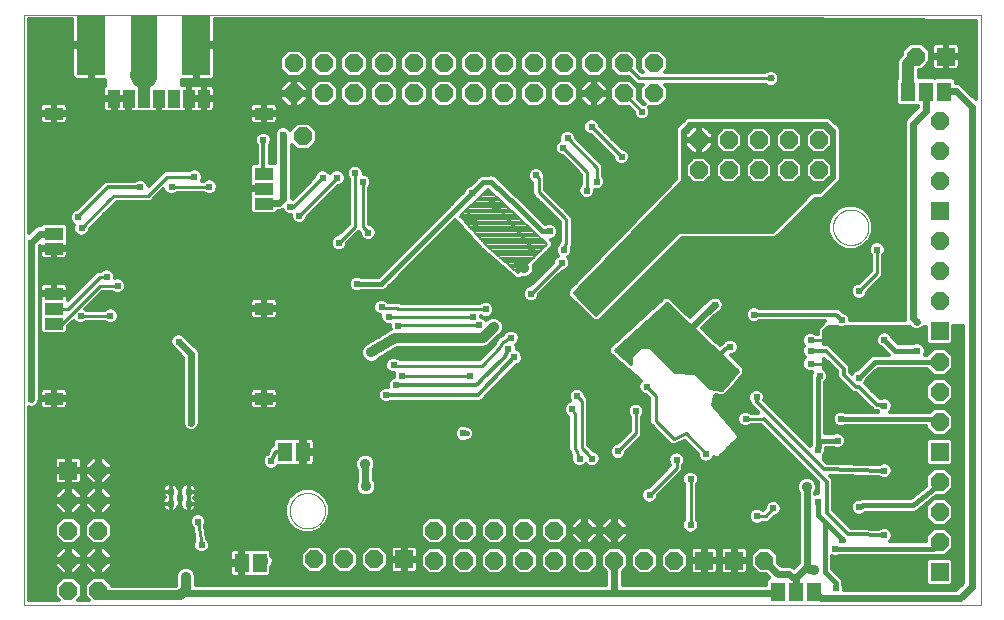
<source format=gbl>
G75*
%MOIN*%
%OFA0B0*%
%FSLAX25Y25*%
%IPPOS*%
%LPD*%
%AMOC8*
5,1,8,0,0,1.08239X$1,22.5*
%
%ADD10C,0.00000*%
%ADD11C,0.02381*%
%ADD12C,0.02400*%
%ADD13R,0.04600X0.06300*%
%ADD14OC8,0.06000*%
%ADD15R,0.06000X0.06000*%
%ADD16R,0.06000X0.04000*%
%ADD17R,0.04000X0.06000*%
%ADD18R,0.09500X0.20000*%
%ADD19R,0.09000X0.20000*%
%ADD20C,0.01200*%
%ADD21C,0.01000*%
%ADD22C,0.00800*%
%ADD23C,0.01600*%
%ADD24C,0.03562*%
%ADD25C,0.03200*%
%ADD26C,0.02400*%
%ADD27C,0.04000*%
%ADD28C,0.03169*%
D10*
X0007131Y0012652D02*
X0007131Y0209502D01*
X0326029Y0209502D01*
X0326029Y0012652D01*
X0007131Y0012652D01*
X0095714Y0044148D02*
X0095716Y0044301D01*
X0095722Y0044455D01*
X0095732Y0044608D01*
X0095746Y0044760D01*
X0095764Y0044913D01*
X0095786Y0045064D01*
X0095811Y0045215D01*
X0095841Y0045366D01*
X0095875Y0045516D01*
X0095912Y0045664D01*
X0095953Y0045812D01*
X0095998Y0045958D01*
X0096047Y0046104D01*
X0096100Y0046248D01*
X0096156Y0046390D01*
X0096216Y0046531D01*
X0096280Y0046671D01*
X0096347Y0046809D01*
X0096418Y0046945D01*
X0096493Y0047079D01*
X0096570Y0047211D01*
X0096652Y0047341D01*
X0096736Y0047469D01*
X0096824Y0047595D01*
X0096915Y0047718D01*
X0097009Y0047839D01*
X0097107Y0047957D01*
X0097207Y0048073D01*
X0097311Y0048186D01*
X0097417Y0048297D01*
X0097526Y0048405D01*
X0097638Y0048510D01*
X0097752Y0048611D01*
X0097870Y0048710D01*
X0097989Y0048806D01*
X0098111Y0048899D01*
X0098236Y0048988D01*
X0098363Y0049075D01*
X0098492Y0049157D01*
X0098623Y0049237D01*
X0098756Y0049313D01*
X0098891Y0049386D01*
X0099028Y0049455D01*
X0099167Y0049520D01*
X0099307Y0049582D01*
X0099449Y0049640D01*
X0099592Y0049695D01*
X0099737Y0049746D01*
X0099883Y0049793D01*
X0100030Y0049836D01*
X0100178Y0049875D01*
X0100327Y0049911D01*
X0100477Y0049942D01*
X0100628Y0049970D01*
X0100779Y0049994D01*
X0100932Y0050014D01*
X0101084Y0050030D01*
X0101237Y0050042D01*
X0101390Y0050050D01*
X0101543Y0050054D01*
X0101697Y0050054D01*
X0101850Y0050050D01*
X0102003Y0050042D01*
X0102156Y0050030D01*
X0102308Y0050014D01*
X0102461Y0049994D01*
X0102612Y0049970D01*
X0102763Y0049942D01*
X0102913Y0049911D01*
X0103062Y0049875D01*
X0103210Y0049836D01*
X0103357Y0049793D01*
X0103503Y0049746D01*
X0103648Y0049695D01*
X0103791Y0049640D01*
X0103933Y0049582D01*
X0104073Y0049520D01*
X0104212Y0049455D01*
X0104349Y0049386D01*
X0104484Y0049313D01*
X0104617Y0049237D01*
X0104748Y0049157D01*
X0104877Y0049075D01*
X0105004Y0048988D01*
X0105129Y0048899D01*
X0105251Y0048806D01*
X0105370Y0048710D01*
X0105488Y0048611D01*
X0105602Y0048510D01*
X0105714Y0048405D01*
X0105823Y0048297D01*
X0105929Y0048186D01*
X0106033Y0048073D01*
X0106133Y0047957D01*
X0106231Y0047839D01*
X0106325Y0047718D01*
X0106416Y0047595D01*
X0106504Y0047469D01*
X0106588Y0047341D01*
X0106670Y0047211D01*
X0106747Y0047079D01*
X0106822Y0046945D01*
X0106893Y0046809D01*
X0106960Y0046671D01*
X0107024Y0046531D01*
X0107084Y0046390D01*
X0107140Y0046248D01*
X0107193Y0046104D01*
X0107242Y0045958D01*
X0107287Y0045812D01*
X0107328Y0045664D01*
X0107365Y0045516D01*
X0107399Y0045366D01*
X0107429Y0045215D01*
X0107454Y0045064D01*
X0107476Y0044913D01*
X0107494Y0044760D01*
X0107508Y0044608D01*
X0107518Y0044455D01*
X0107524Y0044301D01*
X0107526Y0044148D01*
X0107524Y0043995D01*
X0107518Y0043841D01*
X0107508Y0043688D01*
X0107494Y0043536D01*
X0107476Y0043383D01*
X0107454Y0043232D01*
X0107429Y0043081D01*
X0107399Y0042930D01*
X0107365Y0042780D01*
X0107328Y0042632D01*
X0107287Y0042484D01*
X0107242Y0042338D01*
X0107193Y0042192D01*
X0107140Y0042048D01*
X0107084Y0041906D01*
X0107024Y0041765D01*
X0106960Y0041625D01*
X0106893Y0041487D01*
X0106822Y0041351D01*
X0106747Y0041217D01*
X0106670Y0041085D01*
X0106588Y0040955D01*
X0106504Y0040827D01*
X0106416Y0040701D01*
X0106325Y0040578D01*
X0106231Y0040457D01*
X0106133Y0040339D01*
X0106033Y0040223D01*
X0105929Y0040110D01*
X0105823Y0039999D01*
X0105714Y0039891D01*
X0105602Y0039786D01*
X0105488Y0039685D01*
X0105370Y0039586D01*
X0105251Y0039490D01*
X0105129Y0039397D01*
X0105004Y0039308D01*
X0104877Y0039221D01*
X0104748Y0039139D01*
X0104617Y0039059D01*
X0104484Y0038983D01*
X0104349Y0038910D01*
X0104212Y0038841D01*
X0104073Y0038776D01*
X0103933Y0038714D01*
X0103791Y0038656D01*
X0103648Y0038601D01*
X0103503Y0038550D01*
X0103357Y0038503D01*
X0103210Y0038460D01*
X0103062Y0038421D01*
X0102913Y0038385D01*
X0102763Y0038354D01*
X0102612Y0038326D01*
X0102461Y0038302D01*
X0102308Y0038282D01*
X0102156Y0038266D01*
X0102003Y0038254D01*
X0101850Y0038246D01*
X0101697Y0038242D01*
X0101543Y0038242D01*
X0101390Y0038246D01*
X0101237Y0038254D01*
X0101084Y0038266D01*
X0100932Y0038282D01*
X0100779Y0038302D01*
X0100628Y0038326D01*
X0100477Y0038354D01*
X0100327Y0038385D01*
X0100178Y0038421D01*
X0100030Y0038460D01*
X0099883Y0038503D01*
X0099737Y0038550D01*
X0099592Y0038601D01*
X0099449Y0038656D01*
X0099307Y0038714D01*
X0099167Y0038776D01*
X0099028Y0038841D01*
X0098891Y0038910D01*
X0098756Y0038983D01*
X0098623Y0039059D01*
X0098492Y0039139D01*
X0098363Y0039221D01*
X0098236Y0039308D01*
X0098111Y0039397D01*
X0097989Y0039490D01*
X0097870Y0039586D01*
X0097752Y0039685D01*
X0097638Y0039786D01*
X0097526Y0039891D01*
X0097417Y0039999D01*
X0097311Y0040110D01*
X0097207Y0040223D01*
X0097107Y0040339D01*
X0097009Y0040457D01*
X0096915Y0040578D01*
X0096824Y0040701D01*
X0096736Y0040827D01*
X0096652Y0040955D01*
X0096570Y0041085D01*
X0096493Y0041217D01*
X0096418Y0041351D01*
X0096347Y0041487D01*
X0096280Y0041625D01*
X0096216Y0041765D01*
X0096156Y0041906D01*
X0096100Y0042048D01*
X0096047Y0042192D01*
X0095998Y0042338D01*
X0095953Y0042484D01*
X0095912Y0042632D01*
X0095875Y0042780D01*
X0095841Y0042930D01*
X0095811Y0043081D01*
X0095786Y0043232D01*
X0095764Y0043383D01*
X0095746Y0043536D01*
X0095732Y0043688D01*
X0095722Y0043841D01*
X0095716Y0043995D01*
X0095714Y0044148D01*
X0276816Y0138636D02*
X0276818Y0138789D01*
X0276824Y0138943D01*
X0276834Y0139096D01*
X0276848Y0139248D01*
X0276866Y0139401D01*
X0276888Y0139552D01*
X0276913Y0139703D01*
X0276943Y0139854D01*
X0276977Y0140004D01*
X0277014Y0140152D01*
X0277055Y0140300D01*
X0277100Y0140446D01*
X0277149Y0140592D01*
X0277202Y0140736D01*
X0277258Y0140878D01*
X0277318Y0141019D01*
X0277382Y0141159D01*
X0277449Y0141297D01*
X0277520Y0141433D01*
X0277595Y0141567D01*
X0277672Y0141699D01*
X0277754Y0141829D01*
X0277838Y0141957D01*
X0277926Y0142083D01*
X0278017Y0142206D01*
X0278111Y0142327D01*
X0278209Y0142445D01*
X0278309Y0142561D01*
X0278413Y0142674D01*
X0278519Y0142785D01*
X0278628Y0142893D01*
X0278740Y0142998D01*
X0278854Y0143099D01*
X0278972Y0143198D01*
X0279091Y0143294D01*
X0279213Y0143387D01*
X0279338Y0143476D01*
X0279465Y0143563D01*
X0279594Y0143645D01*
X0279725Y0143725D01*
X0279858Y0143801D01*
X0279993Y0143874D01*
X0280130Y0143943D01*
X0280269Y0144008D01*
X0280409Y0144070D01*
X0280551Y0144128D01*
X0280694Y0144183D01*
X0280839Y0144234D01*
X0280985Y0144281D01*
X0281132Y0144324D01*
X0281280Y0144363D01*
X0281429Y0144399D01*
X0281579Y0144430D01*
X0281730Y0144458D01*
X0281881Y0144482D01*
X0282034Y0144502D01*
X0282186Y0144518D01*
X0282339Y0144530D01*
X0282492Y0144538D01*
X0282645Y0144542D01*
X0282799Y0144542D01*
X0282952Y0144538D01*
X0283105Y0144530D01*
X0283258Y0144518D01*
X0283410Y0144502D01*
X0283563Y0144482D01*
X0283714Y0144458D01*
X0283865Y0144430D01*
X0284015Y0144399D01*
X0284164Y0144363D01*
X0284312Y0144324D01*
X0284459Y0144281D01*
X0284605Y0144234D01*
X0284750Y0144183D01*
X0284893Y0144128D01*
X0285035Y0144070D01*
X0285175Y0144008D01*
X0285314Y0143943D01*
X0285451Y0143874D01*
X0285586Y0143801D01*
X0285719Y0143725D01*
X0285850Y0143645D01*
X0285979Y0143563D01*
X0286106Y0143476D01*
X0286231Y0143387D01*
X0286353Y0143294D01*
X0286472Y0143198D01*
X0286590Y0143099D01*
X0286704Y0142998D01*
X0286816Y0142893D01*
X0286925Y0142785D01*
X0287031Y0142674D01*
X0287135Y0142561D01*
X0287235Y0142445D01*
X0287333Y0142327D01*
X0287427Y0142206D01*
X0287518Y0142083D01*
X0287606Y0141957D01*
X0287690Y0141829D01*
X0287772Y0141699D01*
X0287849Y0141567D01*
X0287924Y0141433D01*
X0287995Y0141297D01*
X0288062Y0141159D01*
X0288126Y0141019D01*
X0288186Y0140878D01*
X0288242Y0140736D01*
X0288295Y0140592D01*
X0288344Y0140446D01*
X0288389Y0140300D01*
X0288430Y0140152D01*
X0288467Y0140004D01*
X0288501Y0139854D01*
X0288531Y0139703D01*
X0288556Y0139552D01*
X0288578Y0139401D01*
X0288596Y0139248D01*
X0288610Y0139096D01*
X0288620Y0138943D01*
X0288626Y0138789D01*
X0288628Y0138636D01*
X0288626Y0138483D01*
X0288620Y0138329D01*
X0288610Y0138176D01*
X0288596Y0138024D01*
X0288578Y0137871D01*
X0288556Y0137720D01*
X0288531Y0137569D01*
X0288501Y0137418D01*
X0288467Y0137268D01*
X0288430Y0137120D01*
X0288389Y0136972D01*
X0288344Y0136826D01*
X0288295Y0136680D01*
X0288242Y0136536D01*
X0288186Y0136394D01*
X0288126Y0136253D01*
X0288062Y0136113D01*
X0287995Y0135975D01*
X0287924Y0135839D01*
X0287849Y0135705D01*
X0287772Y0135573D01*
X0287690Y0135443D01*
X0287606Y0135315D01*
X0287518Y0135189D01*
X0287427Y0135066D01*
X0287333Y0134945D01*
X0287235Y0134827D01*
X0287135Y0134711D01*
X0287031Y0134598D01*
X0286925Y0134487D01*
X0286816Y0134379D01*
X0286704Y0134274D01*
X0286590Y0134173D01*
X0286472Y0134074D01*
X0286353Y0133978D01*
X0286231Y0133885D01*
X0286106Y0133796D01*
X0285979Y0133709D01*
X0285850Y0133627D01*
X0285719Y0133547D01*
X0285586Y0133471D01*
X0285451Y0133398D01*
X0285314Y0133329D01*
X0285175Y0133264D01*
X0285035Y0133202D01*
X0284893Y0133144D01*
X0284750Y0133089D01*
X0284605Y0133038D01*
X0284459Y0132991D01*
X0284312Y0132948D01*
X0284164Y0132909D01*
X0284015Y0132873D01*
X0283865Y0132842D01*
X0283714Y0132814D01*
X0283563Y0132790D01*
X0283410Y0132770D01*
X0283258Y0132754D01*
X0283105Y0132742D01*
X0282952Y0132734D01*
X0282799Y0132730D01*
X0282645Y0132730D01*
X0282492Y0132734D01*
X0282339Y0132742D01*
X0282186Y0132754D01*
X0282034Y0132770D01*
X0281881Y0132790D01*
X0281730Y0132814D01*
X0281579Y0132842D01*
X0281429Y0132873D01*
X0281280Y0132909D01*
X0281132Y0132948D01*
X0280985Y0132991D01*
X0280839Y0133038D01*
X0280694Y0133089D01*
X0280551Y0133144D01*
X0280409Y0133202D01*
X0280269Y0133264D01*
X0280130Y0133329D01*
X0279993Y0133398D01*
X0279858Y0133471D01*
X0279725Y0133547D01*
X0279594Y0133627D01*
X0279465Y0133709D01*
X0279338Y0133796D01*
X0279213Y0133885D01*
X0279091Y0133978D01*
X0278972Y0134074D01*
X0278854Y0134173D01*
X0278740Y0134274D01*
X0278628Y0134379D01*
X0278519Y0134487D01*
X0278413Y0134598D01*
X0278309Y0134711D01*
X0278209Y0134827D01*
X0278111Y0134945D01*
X0278017Y0135066D01*
X0277926Y0135189D01*
X0277838Y0135315D01*
X0277754Y0135443D01*
X0277672Y0135573D01*
X0277595Y0135705D01*
X0277520Y0135839D01*
X0277449Y0135975D01*
X0277382Y0136113D01*
X0277318Y0136253D01*
X0277258Y0136394D01*
X0277202Y0136536D01*
X0277149Y0136680D01*
X0277100Y0136826D01*
X0277055Y0136972D01*
X0277014Y0137120D01*
X0276977Y0137268D01*
X0276943Y0137418D01*
X0276913Y0137569D01*
X0276888Y0137720D01*
X0276866Y0137871D01*
X0276848Y0138024D01*
X0276834Y0138176D01*
X0276824Y0138329D01*
X0276818Y0138483D01*
X0276816Y0138636D01*
D11*
X0297531Y0138315D03*
X0297531Y0132315D03*
X0297531Y0144315D03*
X0296331Y0173115D03*
X0299931Y0176715D03*
X0296331Y0179115D03*
X0296331Y0185115D03*
X0296331Y0191115D03*
X0296331Y0197115D03*
X0289131Y0114315D03*
X0291531Y0110715D03*
X0267587Y0088731D03*
X0263587Y0088731D03*
X0241437Y0087231D03*
X0242537Y0064431D03*
X0263331Y0059715D03*
X0263331Y0055515D03*
X0262987Y0029531D03*
X0203687Y0058331D03*
X0195887Y0044531D03*
X0173437Y0091631D03*
X0170637Y0095231D03*
X0168637Y0098031D03*
X0176187Y0130931D03*
X0163037Y0147681D03*
X0156637Y0150031D03*
X0077331Y0183015D03*
X0078531Y0188715D03*
X0078531Y0194715D03*
X0078531Y0200715D03*
X0078531Y0206715D03*
X0073431Y0178215D03*
X0067131Y0177315D03*
X0061731Y0177315D03*
X0052131Y0177315D03*
X0041931Y0177315D03*
X0037131Y0177315D03*
X0029931Y0179115D03*
X0025131Y0180315D03*
X0020931Y0182115D03*
X0017331Y0184515D03*
X0016131Y0188715D03*
X0016131Y0194715D03*
X0016131Y0200715D03*
X0016131Y0206715D03*
X0080237Y0052231D03*
X0084437Y0052231D03*
X0072137Y0050431D03*
X0056012Y0050556D03*
X0048387Y0041681D03*
D12*
X0056012Y0046556D03*
X0059012Y0048556D03*
X0062012Y0046556D03*
X0062012Y0050556D03*
X0065131Y0040515D03*
X0066331Y0032715D03*
X0087531Y0027315D03*
X0089515Y0060683D03*
X0062931Y0073515D03*
X0058731Y0100515D03*
X0041931Y0099515D03*
X0035931Y0109115D03*
X0026031Y0109115D03*
X0038331Y0119115D03*
X0034731Y0122115D03*
X0045931Y0128515D03*
X0041746Y0140652D03*
X0045931Y0151915D03*
X0037446Y0156852D03*
X0026131Y0166915D03*
X0022446Y0154352D03*
X0025131Y0141915D03*
X0026331Y0138315D03*
X0009531Y0133515D03*
X0009531Y0120915D03*
X0009531Y0103515D03*
X0009531Y0081315D03*
X0062931Y0116715D03*
X0095931Y0145515D03*
X0098931Y0142515D03*
X0112131Y0133463D03*
X0121931Y0136863D03*
X0120131Y0153663D03*
X0117531Y0156663D03*
X0111531Y0155115D03*
X0106731Y0155115D03*
X0093531Y0169515D03*
X0086931Y0167715D03*
X0070331Y0162063D03*
X0063331Y0162715D03*
X0063931Y0155515D03*
X0068931Y0152115D03*
X0064946Y0149352D03*
X0056331Y0152115D03*
X0055146Y0162452D03*
X0118131Y0119715D03*
X0126331Y0112063D03*
X0128731Y0108863D03*
X0131931Y0105663D03*
X0134331Y0097663D03*
X0130331Y0092715D03*
X0133131Y0089115D03*
X0131237Y0086031D03*
X0127931Y0082715D03*
X0117131Y0073715D03*
X0153531Y0069915D03*
X0155931Y0089115D03*
X0169531Y0101663D03*
X0158931Y0106063D03*
X0156731Y0108663D03*
X0161131Y0111263D03*
X0176131Y0116463D03*
X0186331Y0126663D03*
X0187131Y0131115D03*
X0184731Y0133863D03*
X0182331Y0137263D03*
X0192731Y0134463D03*
X0194731Y0150863D03*
X0198131Y0153863D03*
X0203331Y0156163D03*
X0206331Y0162115D03*
X0196331Y0172115D03*
X0188331Y0168263D03*
X0186931Y0165063D03*
X0177931Y0155915D03*
X0213131Y0177063D03*
X0222931Y0175663D03*
X0256131Y0188263D03*
X0260531Y0194663D03*
X0303531Y0140715D03*
X0291531Y0131115D03*
X0285531Y0117320D03*
X0279731Y0107715D03*
X0275931Y0102715D03*
X0269331Y0100915D03*
X0269331Y0097515D03*
X0269331Y0093115D03*
X0272331Y0089115D03*
X0275931Y0091515D03*
X0285531Y0088515D03*
X0284331Y0082515D03*
X0279531Y0074715D03*
X0278331Y0067515D03*
X0271731Y0064515D03*
X0284331Y0060915D03*
X0278331Y0053115D03*
X0271731Y0047115D03*
X0285531Y0045315D03*
X0284931Y0039315D03*
X0279931Y0034315D03*
X0277531Y0031515D03*
X0283531Y0023915D03*
X0277731Y0018315D03*
X0293931Y0035915D03*
X0293931Y0057515D03*
X0293931Y0079115D03*
X0304931Y0097515D03*
X0293931Y0101115D03*
X0304731Y0107115D03*
X0251331Y0081915D03*
X0247731Y0074715D03*
X0234531Y0063015D03*
X0229331Y0054715D03*
X0224731Y0061115D03*
X0215731Y0049315D03*
X0229331Y0039315D03*
X0251531Y0042315D03*
X0256931Y0044915D03*
X0211131Y0077315D03*
X0214731Y0085515D03*
X0191531Y0082315D03*
X0189931Y0077915D03*
X0205131Y0063915D03*
X0196531Y0061515D03*
X0192331Y0061515D03*
X0242531Y0098715D03*
X0250531Y0109515D03*
X0237531Y0112715D03*
D13*
X0301837Y0183831D03*
X0307837Y0183831D03*
X0313837Y0183831D03*
X0100131Y0063715D03*
X0094131Y0063715D03*
X0085698Y0026778D03*
X0079698Y0026778D03*
X0258531Y0017115D03*
X0264531Y0017115D03*
X0270531Y0017115D03*
D14*
X0253931Y0027515D03*
X0223931Y0027515D03*
X0213931Y0027515D03*
X0203931Y0027515D03*
X0203931Y0027515D03*
X0193931Y0027515D03*
X0183931Y0027515D03*
X0173931Y0027515D03*
X0163931Y0027515D03*
X0153931Y0027515D03*
X0143931Y0027515D03*
X0143931Y0037515D03*
X0153931Y0037515D03*
X0163931Y0037515D03*
X0173931Y0037515D03*
X0183931Y0037515D03*
X0193931Y0037515D03*
X0203931Y0037515D03*
X0123931Y0027915D03*
X0113931Y0027915D03*
X0103931Y0027915D03*
X0031931Y0027515D03*
X0021931Y0027515D03*
X0021931Y0037515D03*
X0031931Y0037515D03*
X0031931Y0047515D03*
X0021931Y0047515D03*
X0031931Y0057515D03*
X0031931Y0017515D03*
X0021931Y0017515D03*
X0100131Y0168915D03*
X0097131Y0183263D03*
X0107131Y0183263D03*
X0117131Y0183263D03*
X0127131Y0183263D03*
X0137131Y0183263D03*
X0147131Y0183263D03*
X0157131Y0183263D03*
X0167131Y0183263D03*
X0177131Y0183263D03*
X0187131Y0183263D03*
X0197131Y0183263D03*
X0207131Y0183263D03*
X0217131Y0183263D03*
X0217131Y0193263D03*
X0207131Y0193263D03*
X0197131Y0193263D03*
X0187131Y0193263D03*
X0177131Y0193263D03*
X0167131Y0193263D03*
X0157131Y0193263D03*
X0147131Y0193263D03*
X0137131Y0193263D03*
X0127131Y0193263D03*
X0117131Y0193263D03*
X0107131Y0193263D03*
X0097131Y0193263D03*
X0232131Y0167715D03*
X0242131Y0167715D03*
X0252131Y0167715D03*
X0262131Y0167715D03*
X0272131Y0167715D03*
X0272131Y0157715D03*
X0262131Y0157715D03*
X0252131Y0157715D03*
X0242131Y0157715D03*
X0232131Y0157715D03*
X0304418Y0195554D03*
X0312331Y0173915D03*
X0312331Y0163915D03*
X0312331Y0153915D03*
X0312331Y0133915D03*
X0312331Y0123915D03*
X0312331Y0113915D03*
X0312331Y0093715D03*
X0312331Y0083715D03*
X0312331Y0073715D03*
X0312331Y0053715D03*
X0312331Y0043715D03*
X0312331Y0033715D03*
D15*
X0312331Y0023715D03*
X0312331Y0063715D03*
X0312331Y0103915D03*
X0312331Y0143915D03*
X0314418Y0195554D03*
X0243931Y0027515D03*
X0233931Y0027515D03*
X0133931Y0027915D03*
X0021931Y0057515D03*
D16*
X0017131Y0081515D03*
X0017131Y0106515D03*
X0017131Y0111515D03*
X0017131Y0116515D03*
X0017131Y0131515D03*
X0017131Y0136515D03*
X0017131Y0176515D03*
X0087131Y0176515D03*
X0087131Y0156515D03*
X0087131Y0151515D03*
X0087131Y0146515D03*
X0087131Y0111515D03*
X0087131Y0081515D03*
D17*
X0067131Y0181515D03*
X0062131Y0181515D03*
X0057131Y0181515D03*
X0052131Y0181515D03*
X0047131Y0181515D03*
X0042131Y0181515D03*
X0037131Y0181515D03*
D18*
X0029631Y0199415D03*
X0064631Y0199415D03*
D19*
X0047131Y0199415D03*
D20*
X0059921Y0187815D02*
X0064032Y0187815D01*
X0064032Y0198815D01*
X0065231Y0198815D01*
X0065231Y0187815D01*
X0069592Y0187815D01*
X0069999Y0187924D01*
X0070364Y0188135D01*
X0070662Y0188433D01*
X0070872Y0188797D01*
X0070981Y0189204D01*
X0070981Y0198815D01*
X0065232Y0198815D01*
X0065232Y0200015D01*
X0070981Y0200015D01*
X0070981Y0207902D01*
X0257242Y0207902D01*
X0324429Y0207348D01*
X0324429Y0181377D01*
X0320305Y0185501D01*
X0319518Y0186289D01*
X0318488Y0186715D01*
X0317737Y0186715D01*
X0317737Y0187644D01*
X0316800Y0188581D01*
X0310874Y0188581D01*
X0310837Y0188544D01*
X0310800Y0188581D01*
X0305437Y0188581D01*
X0305437Y0190954D01*
X0306323Y0190954D01*
X0309018Y0193649D01*
X0309018Y0197460D01*
X0306323Y0200154D01*
X0302513Y0200154D01*
X0299818Y0197460D01*
X0299818Y0196045D01*
X0298785Y0195012D01*
X0298237Y0193689D01*
X0298237Y0187944D01*
X0297937Y0187644D01*
X0297937Y0180019D01*
X0298874Y0179081D01*
X0304800Y0179081D01*
X0304837Y0179119D01*
X0304874Y0179081D01*
X0305037Y0179081D01*
X0305037Y0178580D01*
X0301945Y0175489D01*
X0301158Y0174701D01*
X0300731Y0173672D01*
X0300731Y0107758D01*
X0300749Y0107715D01*
X0282531Y0107715D01*
X0282531Y0108272D01*
X0282105Y0109301D01*
X0281318Y0110089D01*
X0280288Y0110515D01*
X0280043Y0110515D01*
X0278843Y0111715D01*
X0252291Y0111715D01*
X0252118Y0111889D01*
X0251088Y0112315D01*
X0249975Y0112315D01*
X0248945Y0111889D01*
X0248158Y0111101D01*
X0247731Y0110072D01*
X0247731Y0108958D01*
X0248158Y0107929D01*
X0248945Y0107141D01*
X0249975Y0106715D01*
X0251088Y0106715D01*
X0252118Y0107141D01*
X0252291Y0107315D01*
X0274220Y0107315D01*
X0271731Y0104826D01*
X0271731Y0103216D01*
X0271045Y0103161D01*
X0270918Y0103289D01*
X0269888Y0103715D01*
X0268775Y0103715D01*
X0267745Y0103289D01*
X0266958Y0102501D01*
X0266531Y0101472D01*
X0266531Y0100358D01*
X0266958Y0099329D01*
X0267072Y0099215D01*
X0266958Y0099101D01*
X0266531Y0098072D01*
X0266531Y0096958D01*
X0266958Y0095929D01*
X0267572Y0095315D01*
X0266958Y0094701D01*
X0266531Y0093672D01*
X0266531Y0092558D01*
X0266958Y0091529D01*
X0267745Y0090741D01*
X0268775Y0090315D01*
X0269798Y0090315D01*
X0269531Y0089672D01*
X0269531Y0089475D01*
X0269331Y0088992D01*
X0269331Y0066038D01*
X0269211Y0065747D01*
X0258531Y0076426D01*
X0253976Y0080982D01*
X0254131Y0081358D01*
X0254131Y0082472D01*
X0253705Y0083501D01*
X0252918Y0084289D01*
X0251888Y0084715D01*
X0250775Y0084715D01*
X0249745Y0084289D01*
X0248958Y0083501D01*
X0248531Y0082472D01*
X0248531Y0081358D01*
X0248958Y0080329D01*
X0249131Y0080155D01*
X0249131Y0079604D01*
X0250420Y0078315D01*
X0251920Y0076815D01*
X0249591Y0076815D01*
X0249318Y0077089D01*
X0248288Y0077515D01*
X0247175Y0077515D01*
X0246145Y0077089D01*
X0245358Y0076301D01*
X0244931Y0075272D01*
X0244931Y0074158D01*
X0245358Y0073129D01*
X0246145Y0072341D01*
X0247175Y0071915D01*
X0248288Y0071915D01*
X0249318Y0072341D01*
X0249591Y0072615D01*
X0252720Y0072615D01*
X0271731Y0053604D01*
X0271731Y0049915D01*
X0271175Y0049915D01*
X0270931Y0049814D01*
X0270931Y0049933D01*
X0270998Y0050000D01*
X0271513Y0051242D01*
X0271513Y0052587D01*
X0270998Y0053830D01*
X0270047Y0054781D01*
X0268804Y0055296D01*
X0267459Y0055296D01*
X0266216Y0054781D01*
X0265265Y0053830D01*
X0264750Y0052587D01*
X0264750Y0051242D01*
X0265265Y0050000D01*
X0265331Y0049933D01*
X0265331Y0026675D01*
X0263831Y0025175D01*
X0263718Y0025289D01*
X0262688Y0025715D01*
X0259691Y0025715D01*
X0258531Y0026875D01*
X0258531Y0029420D01*
X0255837Y0032115D01*
X0252026Y0032115D01*
X0249331Y0029420D01*
X0249331Y0025610D01*
X0252026Y0022915D01*
X0254572Y0022915D01*
X0255622Y0021865D01*
X0255569Y0021865D01*
X0254631Y0020928D01*
X0254631Y0019389D01*
X0206731Y0019389D01*
X0206731Y0023810D01*
X0208531Y0025610D01*
X0208531Y0029420D01*
X0205837Y0032115D01*
X0202026Y0032115D01*
X0199331Y0029420D01*
X0199331Y0025610D01*
X0201131Y0023810D01*
X0201131Y0019389D01*
X0064331Y0019389D01*
X0064331Y0020805D01*
X0064513Y0021242D01*
X0064513Y0022587D01*
X0063998Y0023830D01*
X0063047Y0024781D01*
X0061804Y0025296D01*
X0060459Y0025296D01*
X0059216Y0024781D01*
X0058265Y0023830D01*
X0057750Y0022587D01*
X0057750Y0021242D01*
X0057931Y0020805D01*
X0057931Y0019115D01*
X0036531Y0019115D01*
X0036531Y0019420D01*
X0033837Y0022115D01*
X0030026Y0022115D01*
X0027331Y0019420D01*
X0027331Y0015610D01*
X0028689Y0014252D01*
X0025174Y0014252D01*
X0026531Y0015610D01*
X0026531Y0019420D01*
X0023837Y0022115D01*
X0020026Y0022115D01*
X0017331Y0019420D01*
X0017331Y0015610D01*
X0018689Y0014252D01*
X0008731Y0014252D01*
X0008731Y0078616D01*
X0008975Y0078515D01*
X0010088Y0078515D01*
X0011118Y0078941D01*
X0011905Y0079729D01*
X0012331Y0080758D01*
X0012331Y0132355D01*
X0012531Y0132555D01*
X0012531Y0131915D01*
X0016731Y0131915D01*
X0016731Y0131115D01*
X0012531Y0131115D01*
X0012531Y0129304D01*
X0012641Y0128897D01*
X0012851Y0128533D01*
X0013149Y0128235D01*
X0013514Y0128024D01*
X0013921Y0127915D01*
X0016731Y0127915D01*
X0016731Y0131115D01*
X0017531Y0131115D01*
X0017531Y0127915D01*
X0020342Y0127915D01*
X0020749Y0128024D01*
X0021114Y0128235D01*
X0021412Y0128533D01*
X0021622Y0128897D01*
X0021731Y0129304D01*
X0021731Y0131115D01*
X0017532Y0131115D01*
X0017532Y0131915D01*
X0021731Y0131915D01*
X0021731Y0133726D01*
X0021705Y0133825D01*
X0021731Y0133852D01*
X0021731Y0139178D01*
X0020794Y0140115D01*
X0013469Y0140115D01*
X0012669Y0139315D01*
X0011975Y0139315D01*
X0010945Y0138889D01*
X0010158Y0138101D01*
X0008731Y0136675D01*
X0008731Y0207902D01*
X0023281Y0207902D01*
X0023281Y0200015D01*
X0029031Y0200015D01*
X0029031Y0198815D01*
X0023281Y0198815D01*
X0023281Y0189204D01*
X0023391Y0188797D01*
X0023601Y0188433D01*
X0023899Y0188135D01*
X0024264Y0187924D01*
X0024671Y0187815D01*
X0029032Y0187815D01*
X0029032Y0198815D01*
X0030231Y0198815D01*
X0030231Y0187815D01*
X0034122Y0187815D01*
X0034131Y0185777D01*
X0033851Y0185497D01*
X0033641Y0185133D01*
X0033531Y0184726D01*
X0033531Y0181915D01*
X0036731Y0181915D01*
X0036731Y0181115D01*
X0033531Y0181115D01*
X0033531Y0178304D01*
X0033641Y0177897D01*
X0033851Y0177533D01*
X0034149Y0177235D01*
X0034514Y0177024D01*
X0034921Y0176915D01*
X0036731Y0176915D01*
X0036731Y0181115D01*
X0037531Y0181115D01*
X0037531Y0176915D01*
X0039342Y0176915D01*
X0039631Y0176992D01*
X0039921Y0176915D01*
X0041731Y0176915D01*
X0041731Y0181115D01*
X0038531Y0181115D01*
X0037532Y0181115D01*
X0037532Y0181915D01*
X0041731Y0181915D01*
X0041731Y0181115D01*
X0042531Y0181115D01*
X0042531Y0176915D01*
X0044342Y0176915D01*
X0044442Y0176942D01*
X0044469Y0176915D01*
X0049794Y0176915D01*
X0049821Y0176942D01*
X0049921Y0176915D01*
X0051731Y0176915D01*
X0051731Y0181115D01*
X0052531Y0181115D01*
X0052531Y0176915D01*
X0054342Y0176915D01*
X0054442Y0176942D01*
X0054469Y0176915D01*
X0059794Y0176915D01*
X0059821Y0176942D01*
X0059921Y0176915D01*
X0061731Y0176915D01*
X0061731Y0181115D01*
X0062531Y0181115D01*
X0062531Y0176915D01*
X0064342Y0176915D01*
X0064631Y0176992D01*
X0064921Y0176915D01*
X0066731Y0176915D01*
X0066731Y0181115D01*
X0063531Y0181115D01*
X0062532Y0181115D01*
X0062532Y0181915D01*
X0066731Y0181915D01*
X0066731Y0181115D01*
X0067531Y0181115D01*
X0067531Y0176915D01*
X0069342Y0176915D01*
X0069749Y0177024D01*
X0070114Y0177235D01*
X0070412Y0177533D01*
X0070622Y0177897D01*
X0070731Y0178304D01*
X0070731Y0181115D01*
X0067532Y0181115D01*
X0067532Y0181915D01*
X0070731Y0181915D01*
X0070731Y0184726D01*
X0070622Y0185133D01*
X0070412Y0185497D01*
X0070114Y0185795D01*
X0069749Y0186006D01*
X0069342Y0186115D01*
X0067531Y0186115D01*
X0067531Y0181915D01*
X0066731Y0181915D01*
X0066731Y0186115D01*
X0064921Y0186115D01*
X0064631Y0186037D01*
X0064342Y0186115D01*
X0062531Y0186115D01*
X0062531Y0181915D01*
X0061731Y0181915D01*
X0061731Y0186115D01*
X0059937Y0186115D01*
X0059938Y0186244D01*
X0059928Y0186254D01*
X0059921Y0187815D01*
X0059924Y0187293D02*
X0094656Y0187293D01*
X0095226Y0187863D02*
X0092531Y0185168D01*
X0092531Y0183663D01*
X0096731Y0183663D01*
X0096731Y0182863D01*
X0092531Y0182863D01*
X0092531Y0181358D01*
X0095226Y0178663D01*
X0096731Y0178663D01*
X0096731Y0182863D01*
X0097531Y0182863D01*
X0097531Y0178663D01*
X0099037Y0178663D01*
X0101731Y0181358D01*
X0101731Y0182863D01*
X0097532Y0182863D01*
X0097532Y0183663D01*
X0101731Y0183663D01*
X0101731Y0185168D01*
X0099037Y0187863D01*
X0097531Y0187863D01*
X0097531Y0183663D01*
X0096731Y0183663D01*
X0096731Y0187863D01*
X0095226Y0187863D01*
X0095226Y0188663D02*
X0099037Y0188663D01*
X0101731Y0191358D01*
X0101731Y0195168D01*
X0099037Y0197863D01*
X0095226Y0197863D01*
X0092531Y0195168D01*
X0092531Y0191358D01*
X0095226Y0188663D01*
X0094199Y0189690D02*
X0070981Y0189690D01*
X0070981Y0190889D02*
X0093000Y0190889D01*
X0092531Y0192087D02*
X0070981Y0192087D01*
X0070981Y0193286D02*
X0092531Y0193286D01*
X0092531Y0194484D02*
X0070981Y0194484D01*
X0070981Y0195683D02*
X0093046Y0195683D01*
X0094244Y0196881D02*
X0070981Y0196881D01*
X0070981Y0198080D02*
X0300438Y0198080D01*
X0299818Y0196881D02*
X0220019Y0196881D01*
X0219037Y0197863D02*
X0215226Y0197863D01*
X0212531Y0195168D01*
X0212531Y0191358D01*
X0213526Y0190363D01*
X0213001Y0190363D01*
X0211731Y0191633D01*
X0211731Y0195168D01*
X0209037Y0197863D01*
X0205226Y0197863D01*
X0202531Y0195168D01*
X0202531Y0191358D01*
X0205226Y0188663D01*
X0208762Y0188663D01*
X0210031Y0187393D01*
X0211262Y0186163D01*
X0213526Y0186163D01*
X0212531Y0185168D01*
X0212531Y0181358D01*
X0214265Y0179624D01*
X0213688Y0179863D01*
X0213344Y0179863D01*
X0211731Y0181529D01*
X0211731Y0185168D01*
X0209037Y0187863D01*
X0205226Y0187863D01*
X0202531Y0185168D01*
X0202531Y0181358D01*
X0205226Y0178663D01*
X0208661Y0178663D01*
X0210331Y0176937D01*
X0210331Y0176506D01*
X0210758Y0175477D01*
X0211545Y0174689D01*
X0212575Y0174263D01*
X0213688Y0174263D01*
X0214718Y0174689D01*
X0215505Y0175477D01*
X0215931Y0176506D01*
X0215931Y0177620D01*
X0215505Y0178649D01*
X0215491Y0178663D01*
X0219037Y0178663D01*
X0221731Y0181358D01*
X0221731Y0185168D01*
X0220737Y0186163D01*
X0254272Y0186163D01*
X0254545Y0185889D01*
X0255575Y0185463D01*
X0256688Y0185463D01*
X0257718Y0185889D01*
X0258505Y0186677D01*
X0258781Y0187343D01*
X0258831Y0187393D01*
X0258831Y0187465D01*
X0258931Y0187706D01*
X0258931Y0188820D01*
X0258831Y0189061D01*
X0258831Y0189133D01*
X0258781Y0189183D01*
X0258505Y0189849D01*
X0257718Y0190637D01*
X0256688Y0191063D01*
X0255575Y0191063D01*
X0254545Y0190637D01*
X0254272Y0190363D01*
X0220737Y0190363D01*
X0221731Y0191358D01*
X0221731Y0195168D01*
X0219037Y0197863D01*
X0221217Y0195683D02*
X0299455Y0195683D01*
X0298566Y0194484D02*
X0221731Y0194484D01*
X0221731Y0193286D02*
X0298237Y0193286D01*
X0298237Y0192087D02*
X0221731Y0192087D01*
X0221263Y0190889D02*
X0255154Y0190889D01*
X0257109Y0190889D02*
X0298237Y0190889D01*
X0298237Y0189690D02*
X0258571Y0189690D01*
X0258931Y0188492D02*
X0298237Y0188492D01*
X0297937Y0187293D02*
X0258760Y0187293D01*
X0257923Y0186095D02*
X0297937Y0186095D01*
X0297937Y0184896D02*
X0221731Y0184896D01*
X0221731Y0183698D02*
X0297937Y0183698D01*
X0297937Y0182499D02*
X0221731Y0182499D01*
X0221674Y0181301D02*
X0297937Y0181301D01*
X0297937Y0180102D02*
X0220476Y0180102D01*
X0219277Y0178904D02*
X0305037Y0178904D01*
X0304162Y0177705D02*
X0215896Y0177705D01*
X0215931Y0176507D02*
X0302963Y0176507D01*
X0301765Y0175308D02*
X0275650Y0175308D01*
X0275643Y0175315D02*
X0228220Y0175315D01*
X0226931Y0174026D01*
X0224531Y0171626D01*
X0224531Y0154805D01*
X0189163Y0118258D01*
X0188531Y0117626D01*
X0188531Y0117605D01*
X0188517Y0117590D01*
X0188531Y0116697D01*
X0188531Y0115804D01*
X0188546Y0115789D01*
X0188547Y0115768D01*
X0189189Y0115147D01*
X0197020Y0107315D01*
X0198843Y0107315D01*
X0200131Y0108604D01*
X0226443Y0134915D01*
X0257643Y0134915D01*
X0258931Y0136204D01*
X0270843Y0148115D01*
X0273243Y0148115D01*
X0274531Y0149404D01*
X0279331Y0154204D01*
X0279331Y0171626D01*
X0278043Y0172915D01*
X0278043Y0172915D01*
X0276931Y0174026D01*
X0276931Y0174026D01*
X0275643Y0175315D01*
X0276848Y0174110D02*
X0300913Y0174110D01*
X0300731Y0172911D02*
X0278047Y0172911D01*
X0279245Y0171713D02*
X0300731Y0171713D01*
X0300731Y0170514D02*
X0279331Y0170514D01*
X0279331Y0169315D02*
X0300731Y0169315D01*
X0300731Y0168117D02*
X0279331Y0168117D01*
X0279331Y0166918D02*
X0300731Y0166918D01*
X0300731Y0165720D02*
X0279331Y0165720D01*
X0279331Y0164521D02*
X0300731Y0164521D01*
X0300731Y0163323D02*
X0279331Y0163323D01*
X0279331Y0162124D02*
X0300731Y0162124D01*
X0300731Y0160926D02*
X0279331Y0160926D01*
X0279331Y0159727D02*
X0300731Y0159727D01*
X0300731Y0158529D02*
X0279331Y0158529D01*
X0279331Y0157330D02*
X0300731Y0157330D01*
X0300731Y0156132D02*
X0279331Y0156132D01*
X0279331Y0154933D02*
X0300731Y0154933D01*
X0300731Y0153735D02*
X0278863Y0153735D01*
X0277664Y0152536D02*
X0300731Y0152536D01*
X0300731Y0151338D02*
X0276466Y0151338D01*
X0275267Y0150139D02*
X0300731Y0150139D01*
X0300731Y0148941D02*
X0274069Y0148941D01*
X0272331Y0150315D02*
X0269931Y0150315D01*
X0256731Y0137115D01*
X0225531Y0137115D01*
X0197931Y0109515D01*
X0190731Y0116715D01*
X0226731Y0153915D01*
X0226731Y0170715D01*
X0229131Y0173115D01*
X0274731Y0173115D01*
X0277131Y0170715D01*
X0277131Y0155115D01*
X0272331Y0150315D01*
X0273354Y0151338D02*
X0224237Y0151338D01*
X0223078Y0150139D02*
X0269756Y0150139D01*
X0268557Y0148941D02*
X0221918Y0148941D01*
X0220758Y0147742D02*
X0267359Y0147742D01*
X0266160Y0146544D02*
X0219598Y0146544D01*
X0218438Y0145345D02*
X0264962Y0145345D01*
X0263763Y0144147D02*
X0217278Y0144147D01*
X0216119Y0142948D02*
X0262565Y0142948D01*
X0261366Y0141750D02*
X0214959Y0141750D01*
X0213799Y0140551D02*
X0260168Y0140551D01*
X0258969Y0139353D02*
X0212639Y0139353D01*
X0211479Y0138154D02*
X0257771Y0138154D01*
X0259683Y0136956D02*
X0275294Y0136956D01*
X0275217Y0137143D02*
X0276359Y0134385D01*
X0278471Y0132273D01*
X0281229Y0131131D01*
X0284215Y0131131D01*
X0286974Y0132273D01*
X0289085Y0134385D01*
X0290228Y0137143D01*
X0290228Y0140129D01*
X0289085Y0142888D01*
X0286974Y0144999D01*
X0284215Y0146142D01*
X0281229Y0146142D01*
X0278471Y0144999D01*
X0276359Y0142888D01*
X0275217Y0140129D01*
X0275217Y0137143D01*
X0275217Y0138154D02*
X0260882Y0138154D01*
X0262080Y0139353D02*
X0275217Y0139353D01*
X0275391Y0140551D02*
X0263279Y0140551D01*
X0264478Y0141750D02*
X0275888Y0141750D01*
X0276420Y0142948D02*
X0265676Y0142948D01*
X0266875Y0144147D02*
X0277618Y0144147D01*
X0279306Y0145345D02*
X0268073Y0145345D01*
X0269272Y0146544D02*
X0300731Y0146544D01*
X0300731Y0147742D02*
X0270470Y0147742D01*
X0274553Y0152536D02*
X0225397Y0152536D01*
X0226557Y0153735D02*
X0229889Y0153735D01*
X0230309Y0153315D02*
X0233954Y0153315D01*
X0236531Y0155892D01*
X0236531Y0159537D01*
X0233954Y0162115D01*
X0230309Y0162115D01*
X0227731Y0159537D01*
X0227731Y0155892D01*
X0230309Y0153315D01*
X0228691Y0154933D02*
X0226731Y0154933D01*
X0226731Y0156132D02*
X0227731Y0156132D01*
X0227731Y0157330D02*
X0226731Y0157330D01*
X0226731Y0158529D02*
X0227731Y0158529D01*
X0227921Y0159727D02*
X0226731Y0159727D01*
X0226731Y0160926D02*
X0229120Y0160926D01*
X0230226Y0163115D02*
X0231731Y0163115D01*
X0231731Y0167315D01*
X0227531Y0167315D01*
X0227531Y0165810D01*
X0230226Y0163115D01*
X0230018Y0163323D02*
X0226731Y0163323D01*
X0226731Y0164521D02*
X0228820Y0164521D01*
X0227621Y0165720D02*
X0226731Y0165720D01*
X0226731Y0166918D02*
X0227531Y0166918D01*
X0227531Y0168115D02*
X0231731Y0168115D01*
X0231731Y0167315D01*
X0232531Y0167315D01*
X0232531Y0163115D01*
X0234037Y0163115D01*
X0236731Y0165810D01*
X0236731Y0167315D01*
X0232532Y0167315D01*
X0232532Y0168115D01*
X0236731Y0168115D01*
X0236731Y0169620D01*
X0234037Y0172315D01*
X0232531Y0172315D01*
X0232531Y0168115D01*
X0231731Y0168115D01*
X0231731Y0172315D01*
X0230226Y0172315D01*
X0227531Y0169620D01*
X0227531Y0168115D01*
X0227531Y0168117D02*
X0226731Y0168117D01*
X0226731Y0169315D02*
X0227531Y0169315D01*
X0226731Y0170514D02*
X0228425Y0170514D01*
X0227729Y0171713D02*
X0229624Y0171713D01*
X0228928Y0172911D02*
X0274935Y0172911D01*
X0273954Y0172115D02*
X0270309Y0172115D01*
X0267731Y0169537D01*
X0267731Y0165892D01*
X0270309Y0163315D01*
X0273954Y0163315D01*
X0276531Y0165892D01*
X0276531Y0169537D01*
X0273954Y0172115D01*
X0274356Y0171713D02*
X0276134Y0171713D01*
X0275555Y0170514D02*
X0277131Y0170514D01*
X0277131Y0169315D02*
X0276531Y0169315D01*
X0276531Y0168117D02*
X0277131Y0168117D01*
X0277131Y0166918D02*
X0276531Y0166918D01*
X0276359Y0165720D02*
X0277131Y0165720D01*
X0277131Y0164521D02*
X0275160Y0164521D01*
X0273962Y0163323D02*
X0277131Y0163323D01*
X0277131Y0162124D02*
X0226731Y0162124D01*
X0224531Y0162124D02*
X0209131Y0162124D01*
X0209131Y0162672D02*
X0208705Y0163701D01*
X0207918Y0164489D01*
X0206888Y0164915D01*
X0206501Y0164915D01*
X0199131Y0172285D01*
X0199131Y0172672D01*
X0198705Y0173701D01*
X0197918Y0174489D01*
X0196888Y0174915D01*
X0195775Y0174915D01*
X0194745Y0174489D01*
X0193958Y0173701D01*
X0193531Y0172672D01*
X0193531Y0171558D01*
X0193958Y0170529D01*
X0194745Y0169741D01*
X0195775Y0169315D01*
X0196162Y0169315D01*
X0203531Y0161945D01*
X0203531Y0161558D01*
X0203958Y0160529D01*
X0204745Y0159741D01*
X0205775Y0159315D01*
X0206888Y0159315D01*
X0207918Y0159741D01*
X0208705Y0160529D01*
X0209131Y0161558D01*
X0209131Y0162672D01*
X0208862Y0163323D02*
X0224531Y0163323D01*
X0224531Y0164521D02*
X0207838Y0164521D01*
X0205696Y0165720D02*
X0224531Y0165720D01*
X0224531Y0166918D02*
X0204498Y0166918D01*
X0203299Y0168117D02*
X0224531Y0168117D01*
X0224531Y0169315D02*
X0202101Y0169315D01*
X0200902Y0170514D02*
X0224531Y0170514D01*
X0224618Y0171713D02*
X0199704Y0171713D01*
X0199032Y0172911D02*
X0225816Y0172911D01*
X0226931Y0174026D02*
X0226931Y0174026D01*
X0227015Y0174110D02*
X0198297Y0174110D01*
X0194366Y0174110D02*
X0091679Y0174110D01*
X0091731Y0174304D02*
X0091731Y0176115D01*
X0087532Y0176115D01*
X0087532Y0176915D01*
X0091731Y0176915D01*
X0091731Y0178726D01*
X0091622Y0179133D01*
X0091412Y0179497D01*
X0091114Y0179795D01*
X0090749Y0180006D01*
X0090342Y0180115D01*
X0087531Y0180115D01*
X0087531Y0176915D01*
X0086731Y0176915D01*
X0086731Y0176115D01*
X0082531Y0176115D01*
X0082531Y0174304D01*
X0082641Y0173897D01*
X0082851Y0173533D01*
X0083149Y0173235D01*
X0083514Y0173024D01*
X0083921Y0172915D01*
X0086731Y0172915D01*
X0086731Y0176115D01*
X0087531Y0176115D01*
X0087531Y0172915D01*
X0090342Y0172915D01*
X0090749Y0173024D01*
X0091114Y0173235D01*
X0091412Y0173533D01*
X0091622Y0173897D01*
X0091731Y0174304D01*
X0091731Y0175308D02*
X0210927Y0175308D01*
X0210331Y0176507D02*
X0087532Y0176507D01*
X0086731Y0176507D02*
X0017532Y0176507D01*
X0017532Y0176115D02*
X0017532Y0176915D01*
X0021731Y0176915D01*
X0021731Y0178726D01*
X0021622Y0179133D01*
X0021412Y0179497D01*
X0021114Y0179795D01*
X0020749Y0180006D01*
X0020342Y0180115D01*
X0017531Y0180115D01*
X0017531Y0176915D01*
X0016731Y0176915D01*
X0016731Y0176115D01*
X0012531Y0176115D01*
X0012531Y0174304D01*
X0012641Y0173897D01*
X0012851Y0173533D01*
X0013149Y0173235D01*
X0013514Y0173024D01*
X0013921Y0172915D01*
X0016731Y0172915D01*
X0016731Y0176115D01*
X0017531Y0176115D01*
X0017531Y0172915D01*
X0020342Y0172915D01*
X0020749Y0173024D01*
X0021114Y0173235D01*
X0021412Y0173533D01*
X0021622Y0173897D01*
X0021731Y0174304D01*
X0021731Y0176115D01*
X0017532Y0176115D01*
X0017531Y0175308D02*
X0016731Y0175308D01*
X0016731Y0174110D02*
X0017531Y0174110D01*
X0016731Y0176507D02*
X0008731Y0176507D01*
X0008731Y0177705D02*
X0012531Y0177705D01*
X0012531Y0176915D02*
X0012531Y0178726D01*
X0012641Y0179133D01*
X0012851Y0179497D01*
X0013149Y0179795D01*
X0013514Y0180006D01*
X0013921Y0180115D01*
X0016731Y0180115D01*
X0016731Y0176915D01*
X0012531Y0176915D01*
X0012531Y0175308D02*
X0008731Y0175308D01*
X0008731Y0174110D02*
X0012584Y0174110D01*
X0008731Y0172911D02*
X0097622Y0172911D01*
X0098226Y0173515D02*
X0095859Y0171148D01*
X0095118Y0171889D01*
X0094088Y0172315D01*
X0092975Y0172315D01*
X0091945Y0171889D01*
X0091158Y0171101D01*
X0090731Y0170072D01*
X0090731Y0160115D01*
X0089131Y0160115D01*
X0089131Y0165955D01*
X0089305Y0166129D01*
X0089731Y0167158D01*
X0089731Y0168272D01*
X0089305Y0169301D01*
X0088518Y0170089D01*
X0087488Y0170515D01*
X0086375Y0170515D01*
X0085345Y0170089D01*
X0084558Y0169301D01*
X0084131Y0168272D01*
X0084131Y0167158D01*
X0084558Y0166129D01*
X0084731Y0165955D01*
X0084731Y0160115D01*
X0083469Y0160115D01*
X0082531Y0159178D01*
X0082531Y0153852D01*
X0082558Y0153825D01*
X0082531Y0153726D01*
X0082531Y0151915D01*
X0086731Y0151915D01*
X0086731Y0151115D01*
X0082531Y0151115D01*
X0082531Y0149304D01*
X0082558Y0149204D01*
X0082531Y0149178D01*
X0082531Y0143852D01*
X0083469Y0142915D01*
X0090794Y0142915D01*
X0091731Y0143852D01*
X0091731Y0143915D01*
X0092588Y0143915D01*
X0093421Y0144260D01*
X0093558Y0143929D01*
X0094345Y0143141D01*
X0095375Y0142715D01*
X0096131Y0142715D01*
X0096131Y0141958D01*
X0096558Y0140929D01*
X0097345Y0140141D01*
X0098375Y0139715D01*
X0099488Y0139715D01*
X0100518Y0140141D01*
X0101305Y0140929D01*
X0101731Y0141958D01*
X0101731Y0142345D01*
X0102231Y0142845D01*
X0111701Y0152315D01*
X0112088Y0152315D01*
X0113118Y0152741D01*
X0113905Y0153529D01*
X0114331Y0154558D01*
X0114331Y0155672D01*
X0113905Y0156701D01*
X0113118Y0157489D01*
X0112088Y0157915D01*
X0110975Y0157915D01*
X0109945Y0157489D01*
X0109158Y0156701D01*
X0109131Y0156638D01*
X0109105Y0156701D01*
X0108318Y0157489D01*
X0107288Y0157915D01*
X0106175Y0157915D01*
X0105145Y0157489D01*
X0104358Y0156701D01*
X0103931Y0155672D01*
X0103931Y0155426D01*
X0096723Y0148218D01*
X0096488Y0148315D01*
X0096331Y0148315D01*
X0096331Y0166210D01*
X0098226Y0164315D01*
X0102037Y0164315D01*
X0104731Y0167010D01*
X0104731Y0170820D01*
X0102037Y0173515D01*
X0098226Y0173515D01*
X0096424Y0171713D02*
X0095294Y0171713D01*
X0091769Y0171713D02*
X0008731Y0171713D01*
X0008731Y0170514D02*
X0086372Y0170514D01*
X0087491Y0170514D02*
X0090915Y0170514D01*
X0090731Y0169315D02*
X0089291Y0169315D01*
X0089731Y0168117D02*
X0090731Y0168117D01*
X0090731Y0166918D02*
X0089632Y0166918D01*
X0089131Y0165720D02*
X0090731Y0165720D01*
X0090731Y0164521D02*
X0089131Y0164521D01*
X0089131Y0163323D02*
X0090731Y0163323D01*
X0090731Y0162124D02*
X0089131Y0162124D01*
X0089131Y0160926D02*
X0090731Y0160926D01*
X0096331Y0160926D02*
X0188099Y0160926D01*
X0189297Y0159727D02*
X0096331Y0159727D01*
X0096331Y0158529D02*
X0115438Y0158529D01*
X0115158Y0158249D02*
X0115945Y0159037D01*
X0116975Y0159463D01*
X0118088Y0159463D01*
X0119118Y0159037D01*
X0119905Y0158249D01*
X0120331Y0157220D01*
X0120331Y0156463D01*
X0120688Y0156463D01*
X0121718Y0156037D01*
X0122505Y0155249D01*
X0122931Y0154220D01*
X0122931Y0153106D01*
X0122505Y0152077D01*
X0122231Y0151803D01*
X0122231Y0139663D01*
X0122488Y0139663D01*
X0123518Y0139237D01*
X0124305Y0138449D01*
X0124731Y0137420D01*
X0124731Y0136306D01*
X0124305Y0135277D01*
X0123518Y0134489D01*
X0122488Y0134063D01*
X0121375Y0134063D01*
X0120345Y0134489D01*
X0119558Y0135277D01*
X0119131Y0136306D01*
X0119131Y0136693D01*
X0118731Y0137093D01*
X0114931Y0133293D01*
X0114931Y0132906D01*
X0114505Y0131877D01*
X0113718Y0131089D01*
X0112688Y0130663D01*
X0111575Y0130663D01*
X0110545Y0131089D01*
X0109758Y0131877D01*
X0109331Y0132906D01*
X0109331Y0134020D01*
X0109758Y0135049D01*
X0110545Y0135837D01*
X0111575Y0136263D01*
X0111962Y0136263D01*
X0115431Y0139733D01*
X0115431Y0154803D01*
X0115158Y0155077D01*
X0114731Y0156106D01*
X0114731Y0157220D01*
X0115158Y0158249D01*
X0114777Y0157330D02*
X0113276Y0157330D01*
X0114141Y0156132D02*
X0114731Y0156132D01*
X0114331Y0154933D02*
X0115301Y0154933D01*
X0115431Y0153735D02*
X0113991Y0153735D01*
X0112623Y0152536D02*
X0115431Y0152536D01*
X0115431Y0151338D02*
X0110724Y0151338D01*
X0109526Y0150139D02*
X0115431Y0150139D01*
X0115431Y0148941D02*
X0108327Y0148941D01*
X0107129Y0147742D02*
X0115431Y0147742D01*
X0115431Y0146544D02*
X0105930Y0146544D01*
X0104732Y0145345D02*
X0115431Y0145345D01*
X0115431Y0144147D02*
X0103533Y0144147D01*
X0102335Y0142948D02*
X0115431Y0142948D01*
X0115431Y0141750D02*
X0101645Y0141750D01*
X0100928Y0140551D02*
X0115431Y0140551D01*
X0115051Y0139353D02*
X0030339Y0139353D01*
X0031538Y0140551D02*
X0096935Y0140551D01*
X0096218Y0141750D02*
X0032736Y0141750D01*
X0033935Y0142948D02*
X0083435Y0142948D01*
X0082531Y0144147D02*
X0035133Y0144147D01*
X0036332Y0145345D02*
X0082531Y0145345D01*
X0082531Y0146544D02*
X0037530Y0146544D01*
X0038001Y0147015D02*
X0049401Y0147015D01*
X0053652Y0151266D01*
X0053958Y0150529D01*
X0054745Y0149741D01*
X0055775Y0149315D01*
X0056888Y0149315D01*
X0057918Y0149741D01*
X0058191Y0150015D01*
X0067072Y0150015D01*
X0067345Y0149741D01*
X0068375Y0149315D01*
X0069488Y0149315D01*
X0070518Y0149741D01*
X0071305Y0150529D01*
X0071731Y0151558D01*
X0071731Y0152672D01*
X0071305Y0153701D01*
X0070518Y0154489D01*
X0069488Y0154915D01*
X0068375Y0154915D01*
X0067345Y0154489D01*
X0067072Y0154215D01*
X0066424Y0154215D01*
X0066731Y0154958D01*
X0066731Y0156072D01*
X0066305Y0157101D01*
X0065518Y0157889D01*
X0064488Y0158315D01*
X0063375Y0158315D01*
X0062345Y0157889D01*
X0062072Y0157615D01*
X0054062Y0157615D01*
X0052831Y0156385D01*
X0048731Y0152285D01*
X0048731Y0152472D01*
X0048305Y0153501D01*
X0047518Y0154289D01*
X0046488Y0154715D01*
X0045375Y0154715D01*
X0044345Y0154289D01*
X0044172Y0154115D01*
X0034220Y0154115D01*
X0024820Y0144715D01*
X0024575Y0144715D01*
X0023545Y0144289D01*
X0022758Y0143501D01*
X0022331Y0142472D01*
X0022331Y0141358D01*
X0022758Y0140329D01*
X0023545Y0139541D01*
X0023770Y0139448D01*
X0023531Y0138872D01*
X0023531Y0137758D01*
X0023958Y0136729D01*
X0024745Y0135941D01*
X0025775Y0135515D01*
X0026888Y0135515D01*
X0027918Y0135941D01*
X0028705Y0136729D01*
X0029131Y0137758D01*
X0029131Y0138145D01*
X0036801Y0145815D01*
X0038001Y0147015D01*
X0035131Y0151915D02*
X0025131Y0141915D01*
X0022529Y0142948D02*
X0008731Y0142948D01*
X0008731Y0141750D02*
X0022331Y0141750D01*
X0022666Y0140551D02*
X0008731Y0140551D01*
X0008731Y0139353D02*
X0012706Y0139353D01*
X0010211Y0138154D02*
X0008731Y0138154D01*
X0008731Y0136956D02*
X0009012Y0136956D01*
X0012531Y0136215D02*
X0016831Y0136215D01*
X0017131Y0136515D01*
X0021731Y0136956D02*
X0023864Y0136956D01*
X0023531Y0138154D02*
X0021731Y0138154D01*
X0021556Y0139353D02*
X0023731Y0139353D01*
X0029141Y0138154D02*
X0113853Y0138154D01*
X0112654Y0136956D02*
X0028799Y0136956D01*
X0027473Y0135757D02*
X0110466Y0135757D01*
X0109555Y0134559D02*
X0021731Y0134559D01*
X0021731Y0135757D02*
X0025190Y0135757D01*
X0021731Y0133360D02*
X0109331Y0133360D01*
X0109640Y0132162D02*
X0021731Y0132162D01*
X0021731Y0130963D02*
X0110850Y0130963D01*
X0113413Y0130963D02*
X0134175Y0130963D01*
X0135373Y0132162D02*
X0114623Y0132162D01*
X0114998Y0133360D02*
X0136572Y0133360D01*
X0137770Y0134559D02*
X0123587Y0134559D01*
X0124504Y0135757D02*
X0138969Y0135757D01*
X0140167Y0136956D02*
X0124731Y0136956D01*
X0124427Y0138154D02*
X0141366Y0138154D01*
X0142564Y0139353D02*
X0123238Y0139353D01*
X0122231Y0140551D02*
X0143763Y0140551D01*
X0144961Y0141750D02*
X0122231Y0141750D01*
X0122231Y0142948D02*
X0146160Y0142948D01*
X0147358Y0144147D02*
X0122231Y0144147D01*
X0122231Y0145345D02*
X0148557Y0145345D01*
X0149755Y0146544D02*
X0122231Y0146544D01*
X0122231Y0147742D02*
X0150954Y0147742D01*
X0152152Y0148941D02*
X0122231Y0148941D01*
X0122231Y0150139D02*
X0153351Y0150139D01*
X0153881Y0150669D02*
X0125326Y0122115D01*
X0119654Y0122115D01*
X0118688Y0122515D01*
X0117575Y0122515D01*
X0116545Y0122089D01*
X0115758Y0121301D01*
X0115331Y0120272D01*
X0115331Y0119158D01*
X0115758Y0118129D01*
X0116545Y0117341D01*
X0117575Y0116915D01*
X0118688Y0116915D01*
X0119654Y0117315D01*
X0126798Y0117315D01*
X0127680Y0117680D01*
X0128355Y0118355D01*
X0150919Y0140919D01*
X0159943Y0131187D01*
X0159952Y0131061D01*
X0160495Y0130591D01*
X0160984Y0130064D01*
X0161110Y0130059D01*
X0170524Y0121916D01*
X0171059Y0121381D01*
X0171142Y0121381D01*
X0171205Y0121327D01*
X0171959Y0121381D01*
X0172715Y0121381D01*
X0172774Y0121441D01*
X0172858Y0121447D01*
X0173146Y0121780D01*
X0173259Y0121734D01*
X0174604Y0121734D01*
X0175847Y0122249D01*
X0176798Y0123200D01*
X0177313Y0124442D01*
X0177313Y0125787D01*
X0177257Y0125923D01*
X0182396Y0131062D01*
X0182438Y0131063D01*
X0182977Y0131643D01*
X0183537Y0132203D01*
X0183537Y0132246D01*
X0183566Y0132277D01*
X0183537Y0133068D01*
X0183537Y0133860D01*
X0183507Y0133890D01*
X0183505Y0133933D01*
X0182925Y0134472D01*
X0182921Y0134476D01*
X0183918Y0134889D01*
X0184705Y0135677D01*
X0185131Y0136706D01*
X0185131Y0137820D01*
X0184705Y0138849D01*
X0183918Y0139637D01*
X0182888Y0140063D01*
X0181775Y0140063D01*
X0180891Y0139697D01*
X0172922Y0147666D01*
X0172672Y0147770D01*
X0164791Y0155284D01*
X0164761Y0155343D01*
X0164447Y0155612D01*
X0164148Y0155898D01*
X0164086Y0155922D01*
X0164036Y0155964D01*
X0163643Y0156093D01*
X0163257Y0156242D01*
X0163191Y0156241D01*
X0163129Y0156261D01*
X0162716Y0156229D01*
X0162303Y0156219D01*
X0162242Y0156193D01*
X0160145Y0156031D01*
X0159760Y0156031D01*
X0159672Y0155995D01*
X0159577Y0155988D01*
X0159233Y0155814D01*
X0158878Y0155666D01*
X0158810Y0155599D01*
X0158725Y0155556D01*
X0158475Y0155263D01*
X0155999Y0152788D01*
X0155056Y0152397D01*
X0154271Y0151612D01*
X0153881Y0150669D01*
X0154158Y0151338D02*
X0122231Y0151338D01*
X0122695Y0152536D02*
X0155392Y0152536D01*
X0156946Y0153735D02*
X0122931Y0153735D01*
X0122636Y0154933D02*
X0158145Y0154933D01*
X0161450Y0156132D02*
X0121488Y0156132D01*
X0120286Y0157330D02*
X0175487Y0157330D01*
X0175558Y0157501D02*
X0175131Y0156472D01*
X0175131Y0155358D01*
X0175558Y0154329D01*
X0176345Y0153541D01*
X0176631Y0153423D01*
X0176631Y0149445D01*
X0177862Y0148215D01*
X0185031Y0141045D01*
X0185831Y0140245D01*
X0185831Y0133985D01*
X0185031Y0133185D01*
X0185031Y0132975D01*
X0184758Y0132701D01*
X0184331Y0131672D01*
X0184331Y0130558D01*
X0184758Y0129529D01*
X0185102Y0129184D01*
X0184745Y0129037D01*
X0183958Y0128249D01*
X0183531Y0127220D01*
X0183531Y0126833D01*
X0175962Y0119263D01*
X0175575Y0119263D01*
X0174545Y0118837D01*
X0173758Y0118049D01*
X0173331Y0117020D01*
X0173331Y0115906D01*
X0173758Y0114877D01*
X0174545Y0114089D01*
X0175575Y0113663D01*
X0176688Y0113663D01*
X0177718Y0114089D01*
X0178505Y0114877D01*
X0178931Y0115906D01*
X0178931Y0116293D01*
X0186501Y0123863D01*
X0186888Y0123863D01*
X0187918Y0124289D01*
X0188705Y0125077D01*
X0189131Y0126106D01*
X0189131Y0127220D01*
X0188705Y0128249D01*
X0188361Y0128593D01*
X0188718Y0128741D01*
X0189505Y0129529D01*
X0189931Y0130558D01*
X0189931Y0131672D01*
X0189793Y0132007D01*
X0190031Y0132245D01*
X0190031Y0141985D01*
X0188801Y0143215D01*
X0188001Y0144015D01*
X0180831Y0151185D01*
X0180831Y0155985D01*
X0180731Y0156085D01*
X0180731Y0156472D01*
X0180305Y0157501D01*
X0179518Y0158289D01*
X0178488Y0158715D01*
X0177375Y0158715D01*
X0176345Y0158289D01*
X0175558Y0157501D01*
X0175131Y0156132D02*
X0163542Y0156132D01*
X0165159Y0154933D02*
X0175307Y0154933D01*
X0176152Y0153735D02*
X0166416Y0153735D01*
X0167673Y0152536D02*
X0176631Y0152536D01*
X0176631Y0151338D02*
X0168930Y0151338D01*
X0170187Y0150139D02*
X0176631Y0150139D01*
X0177136Y0148941D02*
X0171444Y0148941D01*
X0172739Y0147742D02*
X0178334Y0147742D01*
X0177862Y0148215D02*
X0177862Y0148215D01*
X0179533Y0146544D02*
X0174045Y0146544D01*
X0175243Y0145345D02*
X0180731Y0145345D01*
X0181930Y0144147D02*
X0176442Y0144147D01*
X0177640Y0142948D02*
X0183128Y0142948D01*
X0184327Y0141750D02*
X0178839Y0141750D01*
X0180037Y0140551D02*
X0185525Y0140551D01*
X0185031Y0141045D02*
X0185031Y0141045D01*
X0185831Y0139353D02*
X0184202Y0139353D01*
X0184993Y0138154D02*
X0185831Y0138154D01*
X0185831Y0136956D02*
X0185131Y0136956D01*
X0184738Y0135757D02*
X0185831Y0135757D01*
X0185831Y0134559D02*
X0183119Y0134559D01*
X0183537Y0133360D02*
X0185207Y0133360D01*
X0184534Y0132162D02*
X0183496Y0132162D01*
X0184331Y0130963D02*
X0182297Y0130963D01*
X0181099Y0129765D02*
X0184660Y0129765D01*
X0184275Y0128566D02*
X0179900Y0128566D01*
X0178702Y0127368D02*
X0183593Y0127368D01*
X0182868Y0126169D02*
X0177503Y0126169D01*
X0177313Y0124971D02*
X0181669Y0124971D01*
X0180471Y0123772D02*
X0177035Y0123772D01*
X0176172Y0122574D02*
X0179272Y0122574D01*
X0178074Y0121375D02*
X0171870Y0121375D01*
X0171150Y0121375D02*
X0131375Y0121375D01*
X0132573Y0122574D02*
X0169764Y0122574D01*
X0168378Y0123772D02*
X0133772Y0123772D01*
X0134970Y0124971D02*
X0166993Y0124971D01*
X0165607Y0126169D02*
X0136169Y0126169D01*
X0137367Y0127368D02*
X0164222Y0127368D01*
X0162836Y0128566D02*
X0138566Y0128566D01*
X0139764Y0129765D02*
X0161451Y0129765D01*
X0160065Y0130963D02*
X0140963Y0130963D01*
X0142161Y0132162D02*
X0159039Y0132162D01*
X0157928Y0133360D02*
X0143360Y0133360D01*
X0144558Y0134559D02*
X0156816Y0134559D01*
X0155705Y0135757D02*
X0145757Y0135757D01*
X0146955Y0136956D02*
X0154594Y0136956D01*
X0153483Y0138154D02*
X0148154Y0138154D01*
X0149352Y0139353D02*
X0152372Y0139353D01*
X0151260Y0140551D02*
X0150551Y0140551D01*
X0132976Y0129765D02*
X0021731Y0129765D01*
X0021431Y0128566D02*
X0131777Y0128566D01*
X0130579Y0127368D02*
X0012331Y0127368D01*
X0012331Y0128566D02*
X0012832Y0128566D01*
X0012531Y0129765D02*
X0012331Y0129765D01*
X0012331Y0130963D02*
X0012531Y0130963D01*
X0012531Y0132162D02*
X0012331Y0132162D01*
X0016731Y0130963D02*
X0017531Y0130963D01*
X0017531Y0129765D02*
X0016731Y0129765D01*
X0016731Y0128566D02*
X0017531Y0128566D01*
X0012331Y0126169D02*
X0129380Y0126169D01*
X0128182Y0124971D02*
X0012331Y0124971D01*
X0012331Y0123772D02*
X0031019Y0123772D01*
X0031462Y0124215D02*
X0021731Y0114485D01*
X0021731Y0116115D01*
X0017532Y0116115D01*
X0017532Y0116915D01*
X0021731Y0116915D01*
X0021731Y0118726D01*
X0021622Y0119133D01*
X0021412Y0119497D01*
X0021114Y0119795D01*
X0020749Y0120006D01*
X0020342Y0120115D01*
X0017531Y0120115D01*
X0017531Y0116915D01*
X0016731Y0116915D01*
X0016731Y0116115D01*
X0012531Y0116115D01*
X0012531Y0114304D01*
X0012558Y0114204D01*
X0012531Y0114178D01*
X0012531Y0103852D01*
X0013469Y0102915D01*
X0020794Y0102915D01*
X0021731Y0103852D01*
X0021731Y0105545D01*
X0021831Y0105645D01*
X0022431Y0106245D01*
X0023687Y0107500D01*
X0024445Y0106741D01*
X0025475Y0106315D01*
X0026588Y0106315D01*
X0027618Y0106741D01*
X0027891Y0107015D01*
X0034072Y0107015D01*
X0034345Y0106741D01*
X0035375Y0106315D01*
X0036488Y0106315D01*
X0037518Y0106741D01*
X0038305Y0107529D01*
X0038731Y0108558D01*
X0038731Y0109672D01*
X0038305Y0110701D01*
X0037518Y0111489D01*
X0036488Y0111915D01*
X0035375Y0111915D01*
X0034345Y0111489D01*
X0034072Y0111215D01*
X0027891Y0111215D01*
X0027646Y0111460D01*
X0033201Y0117015D01*
X0036472Y0117015D01*
X0036745Y0116741D01*
X0037775Y0116315D01*
X0038888Y0116315D01*
X0039918Y0116741D01*
X0040705Y0117529D01*
X0041131Y0118558D01*
X0041131Y0119672D01*
X0040705Y0120701D01*
X0039918Y0121489D01*
X0038888Y0121915D01*
X0037775Y0121915D01*
X0037531Y0121814D01*
X0037531Y0122672D01*
X0037105Y0123701D01*
X0036318Y0124489D01*
X0035288Y0124915D01*
X0034175Y0124915D01*
X0033145Y0124489D01*
X0032872Y0124215D01*
X0031462Y0124215D01*
X0029820Y0122574D02*
X0012331Y0122574D01*
X0012331Y0121375D02*
X0028622Y0121375D01*
X0027423Y0120177D02*
X0012331Y0120177D01*
X0012851Y0119497D02*
X0012641Y0119133D01*
X0012531Y0118726D01*
X0012531Y0116915D01*
X0016731Y0116915D01*
X0016731Y0120115D01*
X0013921Y0120115D01*
X0013514Y0120006D01*
X0013149Y0119795D01*
X0012851Y0119497D01*
X0012599Y0118978D02*
X0012331Y0118978D01*
X0012331Y0117779D02*
X0012531Y0117779D01*
X0012331Y0116581D02*
X0016731Y0116581D01*
X0017532Y0116581D02*
X0023828Y0116581D01*
X0025026Y0117779D02*
X0021731Y0117779D01*
X0021664Y0118978D02*
X0026225Y0118978D01*
X0022629Y0115382D02*
X0021731Y0115382D01*
X0017531Y0117779D02*
X0016731Y0117779D01*
X0016731Y0118978D02*
X0017531Y0118978D01*
X0012531Y0115382D02*
X0012331Y0115382D01*
X0012331Y0114184D02*
X0012538Y0114184D01*
X0012531Y0112985D02*
X0012331Y0112985D01*
X0012331Y0111787D02*
X0012531Y0111787D01*
X0012531Y0110588D02*
X0012331Y0110588D01*
X0012331Y0109390D02*
X0012531Y0109390D01*
X0012531Y0108191D02*
X0012331Y0108191D01*
X0012331Y0106993D02*
X0012531Y0106993D01*
X0012531Y0105794D02*
X0012331Y0105794D01*
X0012331Y0104596D02*
X0012531Y0104596D01*
X0012331Y0103397D02*
X0012986Y0103397D01*
X0012331Y0102199D02*
X0056456Y0102199D01*
X0056358Y0102101D02*
X0055931Y0101072D01*
X0055931Y0099958D01*
X0056358Y0098929D01*
X0060131Y0095155D01*
X0060131Y0088558D01*
X0060131Y0072958D01*
X0060558Y0071929D01*
X0061345Y0071141D01*
X0062375Y0070715D01*
X0063488Y0070715D01*
X0064518Y0071141D01*
X0065305Y0071929D01*
X0065731Y0072958D01*
X0065731Y0096872D01*
X0065305Y0097901D01*
X0060318Y0102889D01*
X0059288Y0103315D01*
X0058175Y0103315D01*
X0057145Y0102889D01*
X0056358Y0102101D01*
X0055931Y0101000D02*
X0012331Y0101000D01*
X0012331Y0099802D02*
X0055996Y0099802D01*
X0056683Y0098603D02*
X0012331Y0098603D01*
X0012331Y0097405D02*
X0057882Y0097405D01*
X0059080Y0096206D02*
X0012331Y0096206D01*
X0012331Y0095008D02*
X0060131Y0095008D01*
X0060131Y0093809D02*
X0012331Y0093809D01*
X0012331Y0092611D02*
X0060131Y0092611D01*
X0060131Y0091412D02*
X0012331Y0091412D01*
X0012331Y0090214D02*
X0060131Y0090214D01*
X0060131Y0089015D02*
X0012331Y0089015D01*
X0012331Y0087817D02*
X0060131Y0087817D01*
X0060131Y0086618D02*
X0012331Y0086618D01*
X0012331Y0085420D02*
X0060131Y0085420D01*
X0060131Y0084221D02*
X0021571Y0084221D01*
X0021622Y0084133D02*
X0021412Y0084497D01*
X0021114Y0084795D01*
X0020749Y0085006D01*
X0020342Y0085115D01*
X0017531Y0085115D01*
X0017531Y0081915D01*
X0016731Y0081915D01*
X0016731Y0081115D01*
X0012531Y0081115D01*
X0012531Y0079304D01*
X0012641Y0078897D01*
X0012851Y0078533D01*
X0013149Y0078235D01*
X0013514Y0078024D01*
X0013921Y0077915D01*
X0016731Y0077915D01*
X0016731Y0081115D01*
X0017531Y0081115D01*
X0017531Y0077915D01*
X0020342Y0077915D01*
X0020749Y0078024D01*
X0021114Y0078235D01*
X0021412Y0078533D01*
X0021622Y0078897D01*
X0021731Y0079304D01*
X0021731Y0081115D01*
X0017532Y0081115D01*
X0017532Y0081915D01*
X0021731Y0081915D01*
X0021731Y0083726D01*
X0021622Y0084133D01*
X0021731Y0083023D02*
X0060131Y0083023D01*
X0060131Y0081824D02*
X0017532Y0081824D01*
X0016731Y0081824D02*
X0012331Y0081824D01*
X0012531Y0081915D02*
X0012531Y0083726D01*
X0012641Y0084133D01*
X0012851Y0084497D01*
X0013149Y0084795D01*
X0013514Y0085006D01*
X0013921Y0085115D01*
X0016731Y0085115D01*
X0016731Y0081915D01*
X0012531Y0081915D01*
X0012531Y0083023D02*
X0012331Y0083023D01*
X0012331Y0084221D02*
X0012692Y0084221D01*
X0012531Y0080626D02*
X0012277Y0080626D01*
X0012531Y0079427D02*
X0011603Y0079427D01*
X0013159Y0078229D02*
X0008731Y0078229D01*
X0008731Y0077030D02*
X0060131Y0077030D01*
X0060131Y0075832D02*
X0008731Y0075832D01*
X0008731Y0074633D02*
X0060131Y0074633D01*
X0060131Y0073435D02*
X0008731Y0073435D01*
X0008731Y0072236D02*
X0060431Y0072236D01*
X0061596Y0071038D02*
X0008731Y0071038D01*
X0008731Y0069839D02*
X0150731Y0069839D01*
X0150731Y0069358D02*
X0151158Y0068329D01*
X0151945Y0067541D01*
X0152975Y0067115D01*
X0154088Y0067115D01*
X0155054Y0067515D01*
X0155209Y0067515D01*
X0156091Y0067880D01*
X0156766Y0068555D01*
X0157131Y0069438D01*
X0157131Y0070392D01*
X0156766Y0071274D01*
X0156091Y0071950D01*
X0155209Y0072315D01*
X0155054Y0072315D01*
X0154088Y0072715D01*
X0152975Y0072715D01*
X0151945Y0072289D01*
X0151158Y0071501D01*
X0150731Y0070472D01*
X0150731Y0069358D01*
X0151029Y0068641D02*
X0008731Y0068641D01*
X0008731Y0067442D02*
X0090231Y0067442D01*
X0090231Y0067528D02*
X0090231Y0065915D01*
X0090135Y0065915D01*
X0089861Y0065641D01*
X0089494Y0065520D01*
X0089242Y0065021D01*
X0088846Y0064626D01*
X0088846Y0064239D01*
X0088334Y0063225D01*
X0087929Y0063057D01*
X0087141Y0062270D01*
X0086715Y0061240D01*
X0086715Y0060127D01*
X0087141Y0059097D01*
X0087929Y0058310D01*
X0088958Y0057883D01*
X0090072Y0057883D01*
X0091101Y0058310D01*
X0091756Y0058965D01*
X0097094Y0058965D01*
X0097207Y0059078D01*
X0097214Y0059074D01*
X0097621Y0058965D01*
X0099581Y0058965D01*
X0099581Y0063165D01*
X0100681Y0063165D01*
X0100681Y0058965D01*
X0102642Y0058965D01*
X0103049Y0059074D01*
X0103414Y0059285D01*
X0103712Y0059583D01*
X0103922Y0059947D01*
X0104031Y0060354D01*
X0104031Y0063165D01*
X0100682Y0063165D01*
X0100682Y0064265D01*
X0104031Y0064265D01*
X0104031Y0067076D01*
X0103922Y0067483D01*
X0103712Y0067847D01*
X0103414Y0068145D01*
X0103049Y0068356D01*
X0102642Y0068465D01*
X0100681Y0068465D01*
X0100681Y0064265D01*
X0099581Y0064265D01*
X0099581Y0068465D01*
X0097621Y0068465D01*
X0097214Y0068356D01*
X0097207Y0068352D01*
X0097094Y0068465D01*
X0091169Y0068465D01*
X0090231Y0067528D01*
X0090231Y0066244D02*
X0008731Y0066244D01*
X0008731Y0065045D02*
X0089254Y0065045D01*
X0088648Y0063846D02*
X0008731Y0063846D01*
X0008731Y0062648D02*
X0087520Y0062648D01*
X0086802Y0061449D02*
X0034502Y0061449D01*
X0033837Y0062115D02*
X0032331Y0062115D01*
X0032331Y0057915D01*
X0031531Y0057915D01*
X0031531Y0057115D01*
X0027331Y0057115D01*
X0027331Y0055610D01*
X0030026Y0052915D01*
X0031531Y0052915D01*
X0031531Y0057115D01*
X0032331Y0057115D01*
X0032331Y0052915D01*
X0033837Y0052915D01*
X0036531Y0055610D01*
X0036531Y0057115D01*
X0032332Y0057115D01*
X0032332Y0057915D01*
X0036531Y0057915D01*
X0036531Y0059420D01*
X0033837Y0062115D01*
X0032331Y0061449D02*
X0031531Y0061449D01*
X0031531Y0062115D02*
X0031531Y0057915D01*
X0027331Y0057915D01*
X0027331Y0059420D01*
X0030026Y0062115D01*
X0031531Y0062115D01*
X0031531Y0060251D02*
X0032331Y0060251D01*
X0032331Y0059052D02*
X0031531Y0059052D01*
X0031531Y0057854D02*
X0022332Y0057854D01*
X0022332Y0057915D02*
X0026531Y0057915D01*
X0026531Y0060726D01*
X0026422Y0061133D01*
X0026212Y0061497D01*
X0025914Y0061795D01*
X0025549Y0062006D01*
X0025142Y0062115D01*
X0022331Y0062115D01*
X0022331Y0057915D01*
X0021531Y0057915D01*
X0021531Y0057115D01*
X0017331Y0057115D01*
X0017331Y0054304D01*
X0017441Y0053897D01*
X0017651Y0053533D01*
X0017949Y0053235D01*
X0018314Y0053024D01*
X0018721Y0052915D01*
X0021531Y0052915D01*
X0021531Y0057115D01*
X0022331Y0057115D01*
X0022331Y0052915D01*
X0025142Y0052915D01*
X0025549Y0053024D01*
X0025914Y0053235D01*
X0026212Y0053533D01*
X0026422Y0053897D01*
X0026531Y0054304D01*
X0026531Y0057115D01*
X0022332Y0057115D01*
X0022332Y0057915D01*
X0021531Y0057915D02*
X0021531Y0062115D01*
X0018721Y0062115D01*
X0018314Y0062006D01*
X0017949Y0061795D01*
X0017651Y0061497D01*
X0017441Y0061133D01*
X0017331Y0060726D01*
X0017331Y0057915D01*
X0021531Y0057915D01*
X0021531Y0057854D02*
X0008731Y0057854D01*
X0008731Y0059052D02*
X0017331Y0059052D01*
X0017331Y0060251D02*
X0008731Y0060251D01*
X0008731Y0061449D02*
X0017624Y0061449D01*
X0021531Y0061449D02*
X0022331Y0061449D01*
X0022331Y0060251D02*
X0021531Y0060251D01*
X0021531Y0059052D02*
X0022331Y0059052D01*
X0022331Y0056655D02*
X0021531Y0056655D01*
X0021531Y0055457D02*
X0022331Y0055457D01*
X0022331Y0054258D02*
X0021531Y0054258D01*
X0021531Y0053060D02*
X0022331Y0053060D01*
X0022331Y0052115D02*
X0022331Y0047915D01*
X0021531Y0047915D01*
X0021531Y0047115D01*
X0017331Y0047115D01*
X0017331Y0045610D01*
X0020026Y0042915D01*
X0021531Y0042915D01*
X0021531Y0047115D01*
X0022331Y0047115D01*
X0022331Y0042915D01*
X0023837Y0042915D01*
X0026531Y0045610D01*
X0026531Y0047115D01*
X0022332Y0047115D01*
X0022332Y0047915D01*
X0026531Y0047915D01*
X0026531Y0049420D01*
X0023837Y0052115D01*
X0022331Y0052115D01*
X0022331Y0051861D02*
X0021531Y0051861D01*
X0021531Y0052115D02*
X0021531Y0047915D01*
X0017331Y0047915D01*
X0017331Y0049420D01*
X0020026Y0052115D01*
X0021531Y0052115D01*
X0021531Y0050663D02*
X0022331Y0050663D01*
X0022331Y0049464D02*
X0021531Y0049464D01*
X0021531Y0048266D02*
X0022331Y0048266D01*
X0022331Y0047067D02*
X0021531Y0047067D01*
X0021531Y0045869D02*
X0022331Y0045869D01*
X0022331Y0044670D02*
X0021531Y0044670D01*
X0021531Y0043472D02*
X0022331Y0043472D01*
X0023837Y0042115D02*
X0020026Y0042115D01*
X0017331Y0039420D01*
X0017331Y0035610D01*
X0020026Y0032915D01*
X0023837Y0032915D01*
X0026531Y0035610D01*
X0026531Y0039420D01*
X0023837Y0042115D01*
X0024394Y0043472D02*
X0029469Y0043472D01*
X0030026Y0042915D02*
X0027331Y0045610D01*
X0027331Y0047115D01*
X0031531Y0047115D01*
X0031531Y0047915D01*
X0027331Y0047915D01*
X0027331Y0049420D01*
X0030026Y0052115D01*
X0031531Y0052115D01*
X0031531Y0047915D01*
X0032331Y0047915D01*
X0032331Y0052115D01*
X0033837Y0052115D01*
X0036531Y0049420D01*
X0036531Y0047915D01*
X0032332Y0047915D01*
X0032332Y0047115D01*
X0036531Y0047115D01*
X0036531Y0045610D01*
X0033837Y0042915D01*
X0032331Y0042915D01*
X0032331Y0047115D01*
X0031531Y0047115D01*
X0031531Y0042915D01*
X0030026Y0042915D01*
X0030026Y0042115D02*
X0027331Y0039420D01*
X0027331Y0035610D01*
X0030026Y0032915D01*
X0033837Y0032915D01*
X0036531Y0035610D01*
X0036531Y0039420D01*
X0033837Y0042115D01*
X0030026Y0042115D01*
X0028986Y0041075D02*
X0024877Y0041075D01*
X0026076Y0039876D02*
X0027787Y0039876D01*
X0027331Y0038678D02*
X0026531Y0038678D01*
X0026531Y0037479D02*
X0027331Y0037479D01*
X0027331Y0036281D02*
X0026531Y0036281D01*
X0026004Y0035082D02*
X0027859Y0035082D01*
X0029057Y0033884D02*
X0024806Y0033884D01*
X0023837Y0032115D02*
X0022331Y0032115D01*
X0022331Y0027915D01*
X0021531Y0027915D01*
X0021531Y0027115D01*
X0017331Y0027115D01*
X0017331Y0025610D01*
X0020026Y0022915D01*
X0021531Y0022915D01*
X0021531Y0027115D01*
X0022331Y0027115D01*
X0022331Y0022915D01*
X0023837Y0022915D01*
X0026531Y0025610D01*
X0026531Y0027115D01*
X0022332Y0027115D01*
X0022332Y0027915D01*
X0026531Y0027915D01*
X0026531Y0029420D01*
X0023837Y0032115D01*
X0024465Y0031487D02*
X0029398Y0031487D01*
X0030026Y0032115D02*
X0027331Y0029420D01*
X0027331Y0027915D01*
X0031531Y0027915D01*
X0031531Y0027115D01*
X0027331Y0027115D01*
X0027331Y0025610D01*
X0030026Y0022915D01*
X0031531Y0022915D01*
X0031531Y0027115D01*
X0032331Y0027115D01*
X0032331Y0022915D01*
X0033837Y0022915D01*
X0036531Y0025610D01*
X0036531Y0027115D01*
X0032332Y0027115D01*
X0032332Y0027915D01*
X0036531Y0027915D01*
X0036531Y0029420D01*
X0033837Y0032115D01*
X0032331Y0032115D01*
X0032331Y0027915D01*
X0031531Y0027915D01*
X0031531Y0032115D01*
X0030026Y0032115D01*
X0031531Y0031487D02*
X0032331Y0031487D01*
X0032331Y0030288D02*
X0031531Y0030288D01*
X0031531Y0029090D02*
X0032331Y0029090D01*
X0032332Y0027891D02*
X0075798Y0027891D01*
X0075798Y0027328D02*
X0079148Y0027328D01*
X0079148Y0026228D01*
X0075798Y0026228D01*
X0075798Y0023417D01*
X0075907Y0023010D01*
X0076118Y0022646D01*
X0076416Y0022348D01*
X0076781Y0022137D01*
X0077188Y0022028D01*
X0079148Y0022028D01*
X0079148Y0026228D01*
X0080248Y0026228D01*
X0080248Y0022028D01*
X0082209Y0022028D01*
X0082616Y0022137D01*
X0082623Y0022141D01*
X0082736Y0022028D01*
X0088661Y0022028D01*
X0089598Y0022965D01*
X0089598Y0025422D01*
X0089905Y0025729D01*
X0090331Y0026758D01*
X0090331Y0027872D01*
X0089905Y0028901D01*
X0089598Y0029208D01*
X0089598Y0030591D01*
X0088661Y0031528D01*
X0082736Y0031528D01*
X0082623Y0031415D01*
X0082616Y0031419D01*
X0082209Y0031528D01*
X0080248Y0031528D01*
X0080248Y0027328D01*
X0079148Y0027328D01*
X0079148Y0031528D01*
X0077188Y0031528D01*
X0076781Y0031419D01*
X0076416Y0031208D01*
X0076118Y0030910D01*
X0075907Y0030546D01*
X0075798Y0030139D01*
X0075798Y0027328D01*
X0075798Y0029090D02*
X0036531Y0029090D01*
X0035664Y0030288D02*
X0064874Y0030288D01*
X0064745Y0030341D02*
X0065775Y0029915D01*
X0066888Y0029915D01*
X0067918Y0030341D01*
X0068705Y0031129D01*
X0069131Y0032158D01*
X0069131Y0033272D01*
X0068705Y0034301D01*
X0068123Y0034884D01*
X0067501Y0038925D01*
X0067505Y0038929D01*
X0067931Y0039958D01*
X0067931Y0041072D01*
X0067505Y0042101D01*
X0066718Y0042889D01*
X0065688Y0043315D01*
X0064575Y0043315D01*
X0063545Y0042889D01*
X0062758Y0042101D01*
X0062331Y0041072D01*
X0062331Y0039958D01*
X0062758Y0038929D01*
X0063340Y0038346D01*
X0063962Y0034305D01*
X0063958Y0034301D01*
X0063531Y0033272D01*
X0063531Y0032158D01*
X0063958Y0031129D01*
X0064745Y0030341D01*
X0063810Y0031487D02*
X0034465Y0031487D01*
X0034806Y0033884D02*
X0063785Y0033884D01*
X0063843Y0035082D02*
X0036004Y0035082D01*
X0036531Y0036281D02*
X0063658Y0036281D01*
X0063474Y0037479D02*
X0036531Y0037479D01*
X0036531Y0038678D02*
X0063009Y0038678D01*
X0062365Y0039876D02*
X0036076Y0039876D01*
X0034877Y0041075D02*
X0062333Y0041075D01*
X0062930Y0042273D02*
X0008731Y0042273D01*
X0008731Y0041075D02*
X0018986Y0041075D01*
X0017787Y0039876D02*
X0008731Y0039876D01*
X0008731Y0038678D02*
X0017331Y0038678D01*
X0017331Y0037479D02*
X0008731Y0037479D01*
X0008731Y0036281D02*
X0017331Y0036281D01*
X0017859Y0035082D02*
X0008731Y0035082D01*
X0008731Y0033884D02*
X0019057Y0033884D01*
X0020026Y0032115D02*
X0017331Y0029420D01*
X0017331Y0027915D01*
X0021531Y0027915D01*
X0021531Y0032115D01*
X0020026Y0032115D01*
X0019398Y0031487D02*
X0008731Y0031487D01*
X0008731Y0032685D02*
X0063531Y0032685D01*
X0067789Y0030288D02*
X0075839Y0030288D01*
X0077034Y0031487D02*
X0068853Y0031487D01*
X0069131Y0032685D02*
X0265331Y0032685D01*
X0265331Y0031487D02*
X0256465Y0031487D01*
X0257664Y0030288D02*
X0265331Y0030288D01*
X0265331Y0029090D02*
X0258531Y0029090D01*
X0258531Y0027891D02*
X0265331Y0027891D01*
X0265331Y0026693D02*
X0258714Y0026693D01*
X0263222Y0025494D02*
X0264151Y0025494D01*
X0265331Y0033884D02*
X0206806Y0033884D01*
X0205837Y0032915D02*
X0208531Y0035610D01*
X0208531Y0037115D01*
X0204332Y0037115D01*
X0204332Y0037915D01*
X0208531Y0037915D01*
X0208531Y0039420D01*
X0205837Y0042115D01*
X0204331Y0042115D01*
X0204331Y0037915D01*
X0203531Y0037915D01*
X0203531Y0037115D01*
X0199331Y0037115D01*
X0199331Y0035610D01*
X0202026Y0032915D01*
X0203531Y0032915D01*
X0203531Y0037115D01*
X0204331Y0037115D01*
X0204331Y0032915D01*
X0205837Y0032915D01*
X0206465Y0031487D02*
X0211398Y0031487D01*
X0212026Y0032115D02*
X0209331Y0029420D01*
X0209331Y0025610D01*
X0212026Y0022915D01*
X0215837Y0022915D01*
X0218531Y0025610D01*
X0218531Y0029420D01*
X0215837Y0032115D01*
X0212026Y0032115D01*
X0210199Y0030288D02*
X0207664Y0030288D01*
X0208531Y0029090D02*
X0209331Y0029090D01*
X0209331Y0027891D02*
X0208531Y0027891D01*
X0208531Y0026693D02*
X0209331Y0026693D01*
X0209447Y0025494D02*
X0208416Y0025494D01*
X0207218Y0024296D02*
X0210645Y0024296D01*
X0211844Y0023097D02*
X0206731Y0023097D01*
X0206731Y0021899D02*
X0255588Y0021899D01*
X0254631Y0020700D02*
X0206731Y0020700D01*
X0206731Y0019502D02*
X0254631Y0019502D01*
X0251844Y0023097D02*
X0247676Y0023097D01*
X0247549Y0023024D02*
X0247914Y0023235D01*
X0248212Y0023533D01*
X0248422Y0023897D01*
X0248531Y0024304D01*
X0248531Y0027115D01*
X0244332Y0027115D01*
X0244332Y0027915D01*
X0248531Y0027915D01*
X0248531Y0030726D01*
X0248422Y0031133D01*
X0248212Y0031497D01*
X0247914Y0031795D01*
X0247549Y0032006D01*
X0247142Y0032115D01*
X0244331Y0032115D01*
X0244331Y0027915D01*
X0243531Y0027915D01*
X0243531Y0027115D01*
X0239331Y0027115D01*
X0239331Y0024304D01*
X0239441Y0023897D01*
X0239651Y0023533D01*
X0239949Y0023235D01*
X0240314Y0023024D01*
X0240721Y0022915D01*
X0243531Y0022915D01*
X0243531Y0027115D01*
X0244331Y0027115D01*
X0244331Y0022915D01*
X0247142Y0022915D01*
X0247549Y0023024D01*
X0248529Y0024296D02*
X0250645Y0024296D01*
X0249447Y0025494D02*
X0248531Y0025494D01*
X0248531Y0026693D02*
X0249331Y0026693D01*
X0249331Y0027891D02*
X0244332Y0027891D01*
X0243531Y0027891D02*
X0234332Y0027891D01*
X0234332Y0027915D02*
X0238531Y0027915D01*
X0238531Y0030726D01*
X0238422Y0031133D01*
X0238212Y0031497D01*
X0237914Y0031795D01*
X0237549Y0032006D01*
X0237142Y0032115D01*
X0234331Y0032115D01*
X0234331Y0027915D01*
X0233531Y0027915D01*
X0233531Y0027115D01*
X0229331Y0027115D01*
X0229331Y0024304D01*
X0229441Y0023897D01*
X0229651Y0023533D01*
X0229949Y0023235D01*
X0230314Y0023024D01*
X0230721Y0022915D01*
X0233531Y0022915D01*
X0233531Y0027115D01*
X0234331Y0027115D01*
X0234331Y0022915D01*
X0237142Y0022915D01*
X0237549Y0023024D01*
X0237914Y0023235D01*
X0238212Y0023533D01*
X0238422Y0023897D01*
X0238531Y0024304D01*
X0238531Y0027115D01*
X0234332Y0027115D01*
X0234332Y0027915D01*
X0233531Y0027915D02*
X0233531Y0032115D01*
X0230721Y0032115D01*
X0230314Y0032006D01*
X0229949Y0031795D01*
X0229651Y0031497D01*
X0229441Y0031133D01*
X0229331Y0030726D01*
X0229331Y0027915D01*
X0233531Y0027915D01*
X0233531Y0027891D02*
X0228531Y0027891D01*
X0228531Y0026693D02*
X0229331Y0026693D01*
X0229331Y0025494D02*
X0228416Y0025494D01*
X0228531Y0025610D02*
X0225837Y0022915D01*
X0222026Y0022915D01*
X0219331Y0025610D01*
X0219331Y0029420D01*
X0222026Y0032115D01*
X0225837Y0032115D01*
X0228531Y0029420D01*
X0228531Y0025610D01*
X0229334Y0024296D02*
X0227218Y0024296D01*
X0226019Y0023097D02*
X0230187Y0023097D01*
X0233531Y0023097D02*
X0234331Y0023097D01*
X0234331Y0024296D02*
X0233531Y0024296D01*
X0233531Y0025494D02*
X0234331Y0025494D01*
X0234331Y0026693D02*
X0233531Y0026693D01*
X0233531Y0029090D02*
X0234331Y0029090D01*
X0234331Y0030288D02*
X0233531Y0030288D01*
X0233531Y0031487D02*
X0234331Y0031487D01*
X0238218Y0031487D02*
X0239645Y0031487D01*
X0239651Y0031497D02*
X0239441Y0031133D01*
X0239331Y0030726D01*
X0239331Y0027915D01*
X0243531Y0027915D01*
X0243531Y0032115D01*
X0240721Y0032115D01*
X0240314Y0032006D01*
X0239949Y0031795D01*
X0239651Y0031497D01*
X0239331Y0030288D02*
X0238531Y0030288D01*
X0238531Y0029090D02*
X0239331Y0029090D01*
X0239331Y0026693D02*
X0238531Y0026693D01*
X0238531Y0025494D02*
X0239331Y0025494D01*
X0239334Y0024296D02*
X0238529Y0024296D01*
X0237676Y0023097D02*
X0240187Y0023097D01*
X0243531Y0023097D02*
X0244331Y0023097D01*
X0244331Y0024296D02*
X0243531Y0024296D01*
X0243531Y0025494D02*
X0244331Y0025494D01*
X0244331Y0026693D02*
X0243531Y0026693D01*
X0243531Y0029090D02*
X0244331Y0029090D01*
X0244331Y0030288D02*
X0243531Y0030288D01*
X0243531Y0031487D02*
X0244331Y0031487D01*
X0248218Y0031487D02*
X0251398Y0031487D01*
X0250199Y0030288D02*
X0248531Y0030288D01*
X0248531Y0029090D02*
X0249331Y0029090D01*
X0250975Y0039515D02*
X0252088Y0039515D01*
X0253118Y0039941D01*
X0253391Y0040215D01*
X0255201Y0040215D01*
X0256431Y0041445D01*
X0257101Y0042115D01*
X0257488Y0042115D01*
X0258518Y0042541D01*
X0259305Y0043329D01*
X0259731Y0044358D01*
X0259731Y0045472D01*
X0259305Y0046501D01*
X0258518Y0047289D01*
X0257488Y0047715D01*
X0256375Y0047715D01*
X0255345Y0047289D01*
X0254558Y0046501D01*
X0254131Y0045472D01*
X0254131Y0045085D01*
X0253462Y0044415D01*
X0253391Y0044415D01*
X0253118Y0044689D01*
X0252088Y0045115D01*
X0250975Y0045115D01*
X0249945Y0044689D01*
X0249158Y0043901D01*
X0248731Y0042872D01*
X0248731Y0041758D01*
X0249158Y0040729D01*
X0249945Y0039941D01*
X0250975Y0039515D01*
X0250102Y0039876D02*
X0232130Y0039876D01*
X0232131Y0039872D02*
X0231705Y0040901D01*
X0231431Y0041175D01*
X0231431Y0052855D01*
X0231705Y0053129D01*
X0232131Y0054158D01*
X0232131Y0055272D01*
X0231705Y0056301D01*
X0230918Y0057089D01*
X0229888Y0057515D01*
X0228775Y0057515D01*
X0227745Y0057089D01*
X0226958Y0056301D01*
X0226531Y0055272D01*
X0226531Y0054158D01*
X0226958Y0053129D01*
X0227231Y0052855D01*
X0227231Y0041175D01*
X0226958Y0040901D01*
X0226531Y0039872D01*
X0226531Y0038758D01*
X0226958Y0037729D01*
X0227745Y0036941D01*
X0228775Y0036515D01*
X0229888Y0036515D01*
X0230918Y0036941D01*
X0231705Y0037729D01*
X0232131Y0038758D01*
X0232131Y0039872D01*
X0232098Y0038678D02*
X0265331Y0038678D01*
X0265331Y0039876D02*
X0252961Y0039876D01*
X0256061Y0041075D02*
X0265331Y0041075D01*
X0265331Y0042273D02*
X0257871Y0042273D01*
X0259364Y0043472D02*
X0265331Y0043472D01*
X0265331Y0044670D02*
X0259731Y0044670D01*
X0259567Y0045869D02*
X0265331Y0045869D01*
X0265331Y0047067D02*
X0258739Y0047067D01*
X0255124Y0047067D02*
X0231431Y0047067D01*
X0231431Y0045869D02*
X0254296Y0045869D01*
X0253717Y0044670D02*
X0253136Y0044670D01*
X0249927Y0044670D02*
X0231431Y0044670D01*
X0231431Y0043472D02*
X0248980Y0043472D01*
X0248731Y0042273D02*
X0231431Y0042273D01*
X0231531Y0041075D02*
X0249014Y0041075D01*
X0265331Y0037479D02*
X0231456Y0037479D01*
X0227207Y0037479D02*
X0204332Y0037479D01*
X0203531Y0037479D02*
X0194332Y0037479D01*
X0194332Y0037115D02*
X0194332Y0037915D01*
X0198531Y0037915D01*
X0198531Y0039420D01*
X0195837Y0042115D01*
X0194331Y0042115D01*
X0194331Y0037915D01*
X0193531Y0037915D01*
X0193531Y0037115D01*
X0189331Y0037115D01*
X0189331Y0035610D01*
X0192026Y0032915D01*
X0193531Y0032915D01*
X0193531Y0037115D01*
X0194331Y0037115D01*
X0194331Y0032915D01*
X0195837Y0032915D01*
X0198531Y0035610D01*
X0198531Y0037115D01*
X0194332Y0037115D01*
X0194331Y0036281D02*
X0193531Y0036281D01*
X0193531Y0037479D02*
X0188531Y0037479D01*
X0189331Y0037915D02*
X0193531Y0037915D01*
X0193531Y0042115D01*
X0192026Y0042115D01*
X0189331Y0039420D01*
X0189331Y0037915D01*
X0189331Y0038678D02*
X0188531Y0038678D01*
X0188531Y0039420D02*
X0185837Y0042115D01*
X0182026Y0042115D01*
X0179331Y0039420D01*
X0179331Y0035610D01*
X0182026Y0032915D01*
X0185837Y0032915D01*
X0188531Y0035610D01*
X0188531Y0039420D01*
X0188076Y0039876D02*
X0189787Y0039876D01*
X0190986Y0041075D02*
X0186877Y0041075D01*
X0188531Y0036281D02*
X0189331Y0036281D01*
X0189859Y0035082D02*
X0188004Y0035082D01*
X0186806Y0033884D02*
X0191057Y0033884D01*
X0192026Y0032115D02*
X0189331Y0029420D01*
X0189331Y0025610D01*
X0192026Y0022915D01*
X0195837Y0022915D01*
X0198531Y0025610D01*
X0198531Y0029420D01*
X0195837Y0032115D01*
X0192026Y0032115D01*
X0191398Y0031487D02*
X0186465Y0031487D01*
X0185837Y0032115D02*
X0182026Y0032115D01*
X0179331Y0029420D01*
X0179331Y0025610D01*
X0182026Y0022915D01*
X0185837Y0022915D01*
X0188531Y0025610D01*
X0188531Y0029420D01*
X0185837Y0032115D01*
X0187664Y0030288D02*
X0190199Y0030288D01*
X0189331Y0029090D02*
X0188531Y0029090D01*
X0188531Y0027891D02*
X0189331Y0027891D01*
X0189331Y0026693D02*
X0188531Y0026693D01*
X0188416Y0025494D02*
X0189447Y0025494D01*
X0190645Y0024296D02*
X0187218Y0024296D01*
X0186019Y0023097D02*
X0191844Y0023097D01*
X0196019Y0023097D02*
X0201131Y0023097D01*
X0201131Y0021899D02*
X0064513Y0021899D01*
X0064331Y0020700D02*
X0201131Y0020700D01*
X0201131Y0019502D02*
X0064331Y0019502D01*
X0064302Y0023097D02*
X0075884Y0023097D01*
X0075798Y0024296D02*
X0063532Y0024296D01*
X0058731Y0024296D02*
X0035218Y0024296D01*
X0036416Y0025494D02*
X0075798Y0025494D01*
X0079148Y0025494D02*
X0080248Y0025494D01*
X0080248Y0024296D02*
X0079148Y0024296D01*
X0079148Y0023097D02*
X0080248Y0023097D01*
X0079148Y0026693D02*
X0036531Y0026693D01*
X0034019Y0023097D02*
X0057961Y0023097D01*
X0057750Y0021899D02*
X0034053Y0021899D01*
X0035252Y0020700D02*
X0057931Y0020700D01*
X0057931Y0019502D02*
X0036450Y0019502D01*
X0032331Y0023097D02*
X0031531Y0023097D01*
X0031531Y0024296D02*
X0032331Y0024296D01*
X0032331Y0025494D02*
X0031531Y0025494D01*
X0031531Y0026693D02*
X0032331Y0026693D01*
X0031531Y0027891D02*
X0022332Y0027891D01*
X0021531Y0027891D02*
X0008731Y0027891D01*
X0008731Y0026693D02*
X0017331Y0026693D01*
X0017447Y0025494D02*
X0008731Y0025494D01*
X0008731Y0024296D02*
X0018645Y0024296D01*
X0019844Y0023097D02*
X0008731Y0023097D01*
X0008731Y0021899D02*
X0019810Y0021899D01*
X0018611Y0020700D02*
X0008731Y0020700D01*
X0008731Y0019502D02*
X0017413Y0019502D01*
X0017331Y0018303D02*
X0008731Y0018303D01*
X0008731Y0017105D02*
X0017331Y0017105D01*
X0017331Y0015906D02*
X0008731Y0015906D01*
X0008731Y0014708D02*
X0018234Y0014708D01*
X0025629Y0014708D02*
X0028234Y0014708D01*
X0027331Y0015906D02*
X0026531Y0015906D01*
X0026531Y0017105D02*
X0027331Y0017105D01*
X0027331Y0018303D02*
X0026531Y0018303D01*
X0026450Y0019502D02*
X0027413Y0019502D01*
X0028611Y0020700D02*
X0025252Y0020700D01*
X0024053Y0021899D02*
X0029810Y0021899D01*
X0029844Y0023097D02*
X0024019Y0023097D01*
X0022331Y0023097D02*
X0021531Y0023097D01*
X0021531Y0024296D02*
X0022331Y0024296D01*
X0022331Y0025494D02*
X0021531Y0025494D01*
X0021531Y0026693D02*
X0022331Y0026693D01*
X0022331Y0029090D02*
X0021531Y0029090D01*
X0021531Y0030288D02*
X0022331Y0030288D01*
X0022331Y0031487D02*
X0021531Y0031487D01*
X0018199Y0030288D02*
X0008731Y0030288D01*
X0008731Y0029090D02*
X0017331Y0029090D01*
X0025664Y0030288D02*
X0028199Y0030288D01*
X0027331Y0029090D02*
X0026531Y0029090D01*
X0026531Y0026693D02*
X0027331Y0026693D01*
X0027447Y0025494D02*
X0026416Y0025494D01*
X0025218Y0024296D02*
X0028645Y0024296D01*
X0031531Y0043472D02*
X0032331Y0043472D01*
X0032331Y0044670D02*
X0031531Y0044670D01*
X0031531Y0045869D02*
X0032331Y0045869D01*
X0032331Y0047067D02*
X0031531Y0047067D01*
X0031531Y0048266D02*
X0032331Y0048266D01*
X0032331Y0049464D02*
X0031531Y0049464D01*
X0031531Y0050663D02*
X0032331Y0050663D01*
X0032331Y0051861D02*
X0031531Y0051861D01*
X0031531Y0053060D02*
X0032331Y0053060D01*
X0032331Y0054258D02*
X0031531Y0054258D01*
X0031531Y0055457D02*
X0032331Y0055457D01*
X0032331Y0056655D02*
X0031531Y0056655D01*
X0032332Y0057854D02*
X0118043Y0057854D01*
X0118065Y0057800D02*
X0118131Y0057733D01*
X0118131Y0053908D01*
X0117750Y0052987D01*
X0117750Y0051642D01*
X0118265Y0050400D01*
X0119216Y0049449D01*
X0120459Y0048934D01*
X0121804Y0048934D01*
X0123047Y0049449D01*
X0123998Y0050400D01*
X0124513Y0051642D01*
X0124513Y0052987D01*
X0123998Y0054230D01*
X0123731Y0054497D01*
X0123731Y0057733D01*
X0123798Y0057800D01*
X0124313Y0059042D01*
X0124313Y0060387D01*
X0123798Y0061630D01*
X0122847Y0062581D01*
X0121604Y0063096D01*
X0120259Y0063096D01*
X0119016Y0062581D01*
X0118065Y0061630D01*
X0117550Y0060387D01*
X0117550Y0059042D01*
X0118065Y0057800D01*
X0118131Y0056655D02*
X0036531Y0056655D01*
X0036379Y0055457D02*
X0118131Y0055457D01*
X0118131Y0054258D02*
X0035180Y0054258D01*
X0033982Y0053060D02*
X0054764Y0053060D01*
X0054690Y0053029D02*
X0054233Y0052724D01*
X0053844Y0052335D01*
X0053539Y0051878D01*
X0053329Y0051370D01*
X0053221Y0050831D01*
X0053221Y0050557D01*
X0056012Y0050557D01*
X0056012Y0053347D01*
X0056287Y0053347D01*
X0056826Y0053240D01*
X0057334Y0053029D01*
X0057791Y0052724D01*
X0058180Y0052335D01*
X0058485Y0051878D01*
X0058695Y0051370D01*
X0058700Y0051349D01*
X0058736Y0051356D01*
X0059012Y0051356D01*
X0059012Y0048557D01*
X0059012Y0048557D01*
X0059012Y0051356D01*
X0059288Y0051356D01*
X0059315Y0051351D01*
X0059320Y0051373D01*
X0059531Y0051883D01*
X0059837Y0052341D01*
X0060227Y0052731D01*
X0060686Y0053038D01*
X0061195Y0053249D01*
X0061736Y0053356D01*
X0062012Y0053356D01*
X0062012Y0050557D01*
X0062012Y0050557D01*
X0062012Y0053356D01*
X0062288Y0053356D01*
X0062829Y0053249D01*
X0063338Y0053038D01*
X0063797Y0052731D01*
X0064187Y0052341D01*
X0064493Y0051883D01*
X0064704Y0051373D01*
X0064812Y0050832D01*
X0064812Y0050557D01*
X0062012Y0050557D01*
X0062012Y0050556D01*
X0062012Y0046557D01*
X0062012Y0049356D01*
X0062012Y0050556D01*
X0062012Y0050556D01*
X0064812Y0050556D01*
X0064812Y0050281D01*
X0064704Y0049740D01*
X0064493Y0049230D01*
X0064187Y0048772D01*
X0063972Y0048556D01*
X0064187Y0048341D01*
X0064493Y0047883D01*
X0064704Y0047373D01*
X0064812Y0046832D01*
X0064812Y0046557D01*
X0062012Y0046557D01*
X0062012Y0046557D01*
X0062012Y0046556D01*
X0062012Y0043756D01*
X0062012Y0046556D01*
X0062012Y0046556D01*
X0064812Y0046556D01*
X0064812Y0046281D01*
X0064704Y0045740D01*
X0064493Y0045230D01*
X0064187Y0044772D01*
X0063797Y0044382D01*
X0063338Y0044075D01*
X0062829Y0043864D01*
X0062288Y0043756D01*
X0062012Y0043756D01*
X0061736Y0043756D01*
X0061195Y0043864D01*
X0060686Y0044075D01*
X0060227Y0044382D01*
X0059837Y0044772D01*
X0059531Y0045230D01*
X0059320Y0045740D01*
X0059315Y0045762D01*
X0059288Y0045756D01*
X0059012Y0045756D01*
X0059012Y0048556D01*
X0059012Y0045756D01*
X0058736Y0045756D01*
X0058709Y0045762D01*
X0058704Y0045740D01*
X0058493Y0045230D01*
X0058187Y0044772D01*
X0057797Y0044382D01*
X0057338Y0044075D01*
X0056829Y0043864D01*
X0056288Y0043756D01*
X0056012Y0043756D01*
X0056012Y0046556D01*
X0056012Y0043756D01*
X0055736Y0043756D01*
X0055195Y0043864D01*
X0054686Y0044075D01*
X0054227Y0044382D01*
X0053837Y0044772D01*
X0053531Y0045230D01*
X0053320Y0045740D01*
X0053212Y0046281D01*
X0053212Y0046556D01*
X0056012Y0046556D01*
X0056012Y0046556D01*
X0056012Y0046557D01*
X0056012Y0049356D01*
X0056012Y0050556D01*
X0056012Y0046557D01*
X0056012Y0046557D01*
X0053212Y0046557D01*
X0053212Y0046832D01*
X0053320Y0047373D01*
X0053531Y0047883D01*
X0053837Y0048341D01*
X0054059Y0048563D01*
X0053844Y0048778D01*
X0053539Y0049235D01*
X0053329Y0049743D01*
X0053221Y0050282D01*
X0053221Y0050556D01*
X0056012Y0050556D01*
X0056012Y0050556D01*
X0056012Y0050557D01*
X0056012Y0050557D01*
X0056012Y0053347D01*
X0055737Y0053347D01*
X0055198Y0053240D01*
X0054690Y0053029D01*
X0056012Y0053060D02*
X0056012Y0053060D01*
X0056012Y0051861D02*
X0056012Y0051861D01*
X0056012Y0050663D02*
X0056012Y0050663D01*
X0056012Y0049464D02*
X0056012Y0049464D01*
X0056012Y0048266D02*
X0056012Y0048266D01*
X0056012Y0047067D02*
X0056012Y0047067D01*
X0056012Y0045869D02*
X0056012Y0045869D01*
X0056012Y0044670D02*
X0056012Y0044670D01*
X0053938Y0044670D02*
X0035592Y0044670D01*
X0036531Y0045869D02*
X0053294Y0045869D01*
X0053259Y0047067D02*
X0036531Y0047067D01*
X0036531Y0048266D02*
X0053787Y0048266D01*
X0053444Y0049464D02*
X0036487Y0049464D01*
X0035289Y0050663D02*
X0053221Y0050663D01*
X0053532Y0051861D02*
X0034090Y0051861D01*
X0029773Y0051861D02*
X0024090Y0051861D01*
X0025289Y0050663D02*
X0028574Y0050663D01*
X0027376Y0049464D02*
X0026487Y0049464D01*
X0026531Y0048266D02*
X0027331Y0048266D01*
X0027331Y0047067D02*
X0026531Y0047067D01*
X0026531Y0045869D02*
X0027331Y0045869D01*
X0028271Y0044670D02*
X0025592Y0044670D01*
X0019469Y0043472D02*
X0008731Y0043472D01*
X0008731Y0044670D02*
X0018271Y0044670D01*
X0017331Y0045869D02*
X0008731Y0045869D01*
X0008731Y0047067D02*
X0017331Y0047067D01*
X0017331Y0048266D02*
X0008731Y0048266D01*
X0008731Y0049464D02*
X0017376Y0049464D01*
X0018574Y0050663D02*
X0008731Y0050663D01*
X0008731Y0051861D02*
X0019773Y0051861D01*
X0018252Y0053060D02*
X0008731Y0053060D01*
X0008731Y0054258D02*
X0017344Y0054258D01*
X0017331Y0055457D02*
X0008731Y0055457D01*
X0008731Y0056655D02*
X0017331Y0056655D01*
X0025611Y0053060D02*
X0029881Y0053060D01*
X0028683Y0054258D02*
X0026519Y0054258D01*
X0026531Y0055457D02*
X0027484Y0055457D01*
X0027331Y0056655D02*
X0026531Y0056655D01*
X0026531Y0059052D02*
X0027331Y0059052D01*
X0026531Y0060251D02*
X0028162Y0060251D01*
X0029361Y0061449D02*
X0026239Y0061449D01*
X0035701Y0060251D02*
X0086715Y0060251D01*
X0087186Y0059052D02*
X0036531Y0059052D01*
X0034394Y0043472D02*
X0094114Y0043472D01*
X0094114Y0042655D02*
X0095257Y0039896D01*
X0097368Y0037785D01*
X0100127Y0036643D01*
X0103113Y0036643D01*
X0105871Y0037785D01*
X0107983Y0039896D01*
X0109125Y0042655D01*
X0109125Y0045641D01*
X0107983Y0048400D01*
X0105871Y0050511D01*
X0103113Y0051654D01*
X0100127Y0051654D01*
X0097368Y0050511D01*
X0095257Y0048400D01*
X0094114Y0045641D01*
X0094114Y0042655D01*
X0094272Y0042273D02*
X0067333Y0042273D01*
X0067930Y0041075D02*
X0094769Y0041075D01*
X0095277Y0039876D02*
X0067898Y0039876D01*
X0067539Y0038678D02*
X0096476Y0038678D01*
X0098107Y0037479D02*
X0067723Y0037479D01*
X0067908Y0036281D02*
X0139331Y0036281D01*
X0139331Y0035610D02*
X0142026Y0032915D01*
X0145837Y0032915D01*
X0148531Y0035610D01*
X0148531Y0039420D01*
X0145837Y0042115D01*
X0142026Y0042115D01*
X0139331Y0039420D01*
X0139331Y0035610D01*
X0139859Y0035082D02*
X0068092Y0035082D01*
X0068878Y0033884D02*
X0141057Y0033884D01*
X0142026Y0032115D02*
X0139331Y0029420D01*
X0139331Y0025610D01*
X0142026Y0022915D01*
X0145837Y0022915D01*
X0148531Y0025610D01*
X0148531Y0029420D01*
X0145837Y0032115D01*
X0142026Y0032115D01*
X0141398Y0031487D02*
X0138435Y0031487D01*
X0138422Y0031533D02*
X0138212Y0031897D01*
X0137914Y0032195D01*
X0137549Y0032406D01*
X0137142Y0032515D01*
X0134331Y0032515D01*
X0134331Y0028315D01*
X0133531Y0028315D01*
X0133531Y0027515D01*
X0129331Y0027515D01*
X0129331Y0024704D01*
X0129441Y0024297D01*
X0129651Y0023933D01*
X0129949Y0023635D01*
X0130314Y0023424D01*
X0130721Y0023315D01*
X0133531Y0023315D01*
X0133531Y0027515D01*
X0134331Y0027515D01*
X0134331Y0023315D01*
X0137142Y0023315D01*
X0137549Y0023424D01*
X0137914Y0023635D01*
X0138212Y0023933D01*
X0138422Y0024297D01*
X0138531Y0024704D01*
X0138531Y0027515D01*
X0134332Y0027515D01*
X0134332Y0028315D01*
X0138531Y0028315D01*
X0138531Y0031126D01*
X0138422Y0031533D01*
X0138531Y0030288D02*
X0140199Y0030288D01*
X0139331Y0029090D02*
X0138531Y0029090D01*
X0139331Y0027891D02*
X0134332Y0027891D01*
X0133531Y0027891D02*
X0128531Y0027891D01*
X0129331Y0028315D02*
X0129331Y0031126D01*
X0129441Y0031533D01*
X0129651Y0031897D01*
X0129949Y0032195D01*
X0130314Y0032406D01*
X0130721Y0032515D01*
X0133531Y0032515D01*
X0133531Y0028315D01*
X0129331Y0028315D01*
X0129331Y0029090D02*
X0128531Y0029090D01*
X0128531Y0029820D02*
X0128531Y0026010D01*
X0125837Y0023315D01*
X0122026Y0023315D01*
X0119331Y0026010D01*
X0119331Y0029820D01*
X0122026Y0032515D01*
X0125837Y0032515D01*
X0128531Y0029820D01*
X0128064Y0030288D02*
X0129331Y0030288D01*
X0129428Y0031487D02*
X0126865Y0031487D01*
X0128531Y0026693D02*
X0129331Y0026693D01*
X0129331Y0025494D02*
X0128016Y0025494D01*
X0126818Y0024296D02*
X0129442Y0024296D01*
X0133531Y0024296D02*
X0134331Y0024296D01*
X0134331Y0025494D02*
X0133531Y0025494D01*
X0133531Y0026693D02*
X0134331Y0026693D01*
X0134331Y0029090D02*
X0133531Y0029090D01*
X0133531Y0030288D02*
X0134331Y0030288D01*
X0134331Y0031487D02*
X0133531Y0031487D01*
X0138531Y0026693D02*
X0139331Y0026693D01*
X0139447Y0025494D02*
X0138531Y0025494D01*
X0138421Y0024296D02*
X0140645Y0024296D01*
X0141844Y0023097D02*
X0089598Y0023097D01*
X0089598Y0024296D02*
X0101045Y0024296D01*
X0102026Y0023315D02*
X0105837Y0023315D01*
X0108531Y0026010D01*
X0108531Y0029820D01*
X0105837Y0032515D01*
X0102026Y0032515D01*
X0099331Y0029820D01*
X0099331Y0026010D01*
X0102026Y0023315D01*
X0099847Y0025494D02*
X0089670Y0025494D01*
X0090304Y0026693D02*
X0099331Y0026693D01*
X0099331Y0027891D02*
X0090324Y0027891D01*
X0089717Y0029090D02*
X0099331Y0029090D01*
X0099799Y0030288D02*
X0089598Y0030288D01*
X0088702Y0031487D02*
X0100998Y0031487D01*
X0106865Y0031487D02*
X0110998Y0031487D01*
X0112026Y0032515D02*
X0109331Y0029820D01*
X0109331Y0026010D01*
X0112026Y0023315D01*
X0115837Y0023315D01*
X0118531Y0026010D01*
X0118531Y0029820D01*
X0115837Y0032515D01*
X0112026Y0032515D01*
X0109799Y0030288D02*
X0108064Y0030288D01*
X0108531Y0029090D02*
X0109331Y0029090D01*
X0109331Y0027891D02*
X0108531Y0027891D01*
X0108531Y0026693D02*
X0109331Y0026693D01*
X0109847Y0025494D02*
X0108016Y0025494D01*
X0106818Y0024296D02*
X0111045Y0024296D01*
X0116818Y0024296D02*
X0121045Y0024296D01*
X0119847Y0025494D02*
X0118016Y0025494D01*
X0118531Y0026693D02*
X0119331Y0026693D01*
X0119331Y0027891D02*
X0118531Y0027891D01*
X0118531Y0029090D02*
X0119331Y0029090D01*
X0119799Y0030288D02*
X0118064Y0030288D01*
X0116865Y0031487D02*
X0120998Y0031487D01*
X0107962Y0039876D02*
X0139787Y0039876D01*
X0139331Y0038678D02*
X0106764Y0038678D01*
X0105133Y0037479D02*
X0139331Y0037479D01*
X0140986Y0041075D02*
X0108471Y0041075D01*
X0108967Y0042273D02*
X0227231Y0042273D01*
X0227231Y0043472D02*
X0109125Y0043472D01*
X0109125Y0044670D02*
X0227231Y0044670D01*
X0227231Y0045869D02*
X0109031Y0045869D01*
X0108534Y0047067D02*
X0214019Y0047067D01*
X0214145Y0046941D02*
X0213358Y0047729D01*
X0212931Y0048758D01*
X0212931Y0049872D01*
X0213358Y0050901D01*
X0214145Y0051689D01*
X0215175Y0052115D01*
X0215331Y0052115D01*
X0215675Y0052528D01*
X0215784Y0052537D01*
X0222567Y0059320D01*
X0222358Y0059529D01*
X0221931Y0060558D01*
X0221931Y0061672D01*
X0222358Y0062701D01*
X0223145Y0063489D01*
X0224175Y0063915D01*
X0225288Y0063915D01*
X0226318Y0063489D01*
X0227105Y0062701D01*
X0227531Y0061672D01*
X0227531Y0060558D01*
X0227105Y0059529D01*
X0226831Y0059255D01*
X0226831Y0057645D01*
X0218531Y0049345D01*
X0218531Y0048758D01*
X0218105Y0047729D01*
X0217318Y0046941D01*
X0216288Y0046515D01*
X0215175Y0046515D01*
X0214145Y0046941D01*
X0213135Y0048266D02*
X0108038Y0048266D01*
X0106918Y0049464D02*
X0119201Y0049464D01*
X0118156Y0050663D02*
X0105504Y0050663D01*
X0097735Y0050663D02*
X0064812Y0050663D01*
X0064590Y0049464D02*
X0096322Y0049464D01*
X0095201Y0048266D02*
X0064237Y0048266D01*
X0064765Y0047067D02*
X0094705Y0047067D01*
X0094209Y0045869D02*
X0064730Y0045869D01*
X0064086Y0044670D02*
X0094114Y0044670D01*
X0097182Y0059052D02*
X0097294Y0059052D01*
X0099581Y0059052D02*
X0100681Y0059052D01*
X0100681Y0060251D02*
X0099581Y0060251D01*
X0099581Y0061449D02*
X0100681Y0061449D01*
X0100681Y0062648D02*
X0099581Y0062648D01*
X0100682Y0063846D02*
X0188997Y0063846D01*
X0188971Y0063906D02*
X0189654Y0062368D01*
X0189531Y0062072D01*
X0189531Y0060958D01*
X0189958Y0059929D01*
X0190745Y0059141D01*
X0191775Y0058715D01*
X0192888Y0058715D01*
X0193918Y0059141D01*
X0194431Y0059655D01*
X0194945Y0059141D01*
X0195975Y0058715D01*
X0197088Y0058715D01*
X0198118Y0059141D01*
X0198905Y0059929D01*
X0199331Y0060958D01*
X0199331Y0062072D01*
X0198905Y0063101D01*
X0198118Y0063889D01*
X0197088Y0064315D01*
X0196837Y0064315D01*
X0196831Y0064321D01*
X0196831Y0064385D01*
X0196255Y0064961D01*
X0195711Y0065566D01*
X0195647Y0065570D01*
X0195231Y0065985D01*
X0195231Y0081585D01*
X0194331Y0082485D01*
X0194331Y0082872D01*
X0193905Y0083901D01*
X0193118Y0084689D01*
X0192088Y0085115D01*
X0190975Y0085115D01*
X0189945Y0084689D01*
X0189158Y0083901D01*
X0188731Y0082872D01*
X0188731Y0081758D01*
X0189158Y0080729D01*
X0189231Y0080656D01*
X0188345Y0080289D01*
X0187558Y0079501D01*
X0187131Y0078472D01*
X0187131Y0077358D01*
X0187558Y0076329D01*
X0188345Y0075541D01*
X0188631Y0075423D01*
X0188631Y0065505D01*
X0188459Y0065057D01*
X0188631Y0064669D01*
X0188631Y0064245D01*
X0188971Y0063906D01*
X0188465Y0065045D02*
X0104031Y0065045D01*
X0104031Y0066244D02*
X0188631Y0066244D01*
X0188631Y0067442D02*
X0154878Y0067442D01*
X0156801Y0068641D02*
X0188631Y0068641D01*
X0188631Y0069839D02*
X0157131Y0069839D01*
X0156864Y0071038D02*
X0188631Y0071038D01*
X0188631Y0072236D02*
X0155399Y0072236D01*
X0151893Y0072236D02*
X0065432Y0072236D01*
X0065731Y0073435D02*
X0188631Y0073435D01*
X0188631Y0074633D02*
X0065731Y0074633D01*
X0065731Y0075832D02*
X0188055Y0075832D01*
X0187267Y0077030D02*
X0065731Y0077030D01*
X0065731Y0078229D02*
X0083159Y0078229D01*
X0083149Y0078235D02*
X0083514Y0078024D01*
X0083921Y0077915D01*
X0086731Y0077915D01*
X0086731Y0081115D01*
X0082531Y0081115D01*
X0082531Y0079304D01*
X0082641Y0078897D01*
X0082851Y0078533D01*
X0083149Y0078235D01*
X0082531Y0079427D02*
X0065731Y0079427D01*
X0065731Y0080626D02*
X0082531Y0080626D01*
X0082531Y0081915D02*
X0086731Y0081915D01*
X0086731Y0081115D01*
X0087531Y0081115D01*
X0087531Y0077915D01*
X0090342Y0077915D01*
X0090749Y0078024D01*
X0091114Y0078235D01*
X0091412Y0078533D01*
X0091622Y0078897D01*
X0091731Y0079304D01*
X0091731Y0081115D01*
X0087532Y0081115D01*
X0087532Y0081915D01*
X0091731Y0081915D01*
X0091731Y0083726D01*
X0091622Y0084133D01*
X0091412Y0084497D01*
X0091114Y0084795D01*
X0090749Y0085006D01*
X0090342Y0085115D01*
X0087531Y0085115D01*
X0087531Y0081915D01*
X0086731Y0081915D01*
X0086731Y0085115D01*
X0083921Y0085115D01*
X0083514Y0085006D01*
X0083149Y0084795D01*
X0082851Y0084497D01*
X0082641Y0084133D01*
X0082531Y0083726D01*
X0082531Y0081915D01*
X0082531Y0083023D02*
X0065731Y0083023D01*
X0065731Y0084221D02*
X0082692Y0084221D01*
X0086731Y0084221D02*
X0087531Y0084221D01*
X0087531Y0083023D02*
X0086731Y0083023D01*
X0086731Y0081824D02*
X0065731Y0081824D01*
X0065731Y0085420D02*
X0127145Y0085420D01*
X0127375Y0085515D02*
X0126345Y0085089D01*
X0125558Y0084301D01*
X0125131Y0083272D01*
X0125131Y0082158D01*
X0125558Y0081129D01*
X0126345Y0080341D01*
X0127375Y0079915D01*
X0128488Y0079915D01*
X0129518Y0080341D01*
X0129691Y0080515D01*
X0159432Y0080515D01*
X0160720Y0081804D01*
X0161566Y0082649D01*
X0161591Y0082650D01*
X0162208Y0083291D01*
X0162320Y0083404D01*
X0162837Y0083920D01*
X0162837Y0083945D01*
X0171006Y0092441D01*
X0171192Y0092441D01*
X0172218Y0092866D01*
X0173003Y0093651D01*
X0173428Y0094676D01*
X0173428Y0095787D01*
X0173003Y0096812D01*
X0172218Y0097597D01*
X0171428Y0097924D01*
X0171428Y0098587D01*
X0171131Y0099303D01*
X0171905Y0100077D01*
X0172331Y0101106D01*
X0172331Y0102220D01*
X0171905Y0103249D01*
X0171118Y0104037D01*
X0170088Y0104463D01*
X0168975Y0104463D01*
X0167945Y0104037D01*
X0167158Y0103249D01*
X0166985Y0102831D01*
X0166069Y0102362D01*
X0165429Y0102177D01*
X0165318Y0101977D01*
X0165114Y0101872D01*
X0164910Y0101238D01*
X0163952Y0099505D01*
X0159010Y0094563D01*
X0132443Y0094563D01*
X0131918Y0095089D01*
X0130888Y0095515D01*
X0129775Y0095515D01*
X0128745Y0095089D01*
X0127958Y0094301D01*
X0127531Y0093272D01*
X0127531Y0092158D01*
X0127958Y0091129D01*
X0128745Y0090341D01*
X0129775Y0089915D01*
X0130432Y0089915D01*
X0130331Y0089672D01*
X0130331Y0088687D01*
X0129651Y0088405D01*
X0128863Y0087618D01*
X0128437Y0086588D01*
X0128437Y0085515D01*
X0127375Y0085515D01*
X0128449Y0086618D02*
X0065731Y0086618D01*
X0065731Y0087817D02*
X0129062Y0087817D01*
X0130331Y0089015D02*
X0065731Y0089015D01*
X0065731Y0090214D02*
X0129053Y0090214D01*
X0127840Y0091412D02*
X0065731Y0091412D01*
X0065731Y0092611D02*
X0127531Y0092611D01*
X0127754Y0093809D02*
X0124269Y0093809D01*
X0124847Y0094049D02*
X0123604Y0093534D01*
X0122259Y0093534D01*
X0121016Y0094049D01*
X0120065Y0095000D01*
X0119550Y0096242D01*
X0119550Y0097587D01*
X0120065Y0098830D01*
X0121016Y0099781D01*
X0122259Y0100296D01*
X0122320Y0100296D01*
X0128734Y0104243D01*
X0128919Y0104428D01*
X0129271Y0104574D01*
X0129336Y0104613D01*
X0129131Y0105106D01*
X0129131Y0106063D01*
X0128175Y0106063D01*
X0127145Y0106489D01*
X0126358Y0107277D01*
X0125931Y0108306D01*
X0125931Y0109263D01*
X0125775Y0109263D01*
X0124745Y0109689D01*
X0123958Y0110477D01*
X0123531Y0111506D01*
X0123531Y0112620D01*
X0123958Y0113649D01*
X0124745Y0114437D01*
X0125775Y0114863D01*
X0126888Y0114863D01*
X0127918Y0114437D01*
X0128591Y0113763D01*
X0132401Y0113763D01*
X0132801Y0113363D01*
X0159272Y0113363D01*
X0159545Y0113637D01*
X0160575Y0114063D01*
X0161688Y0114063D01*
X0162718Y0113637D01*
X0163505Y0112849D01*
X0163931Y0111820D01*
X0163931Y0110706D01*
X0163505Y0109677D01*
X0162718Y0108889D01*
X0161688Y0108463D01*
X0160575Y0108463D01*
X0159545Y0108889D01*
X0159531Y0108903D01*
X0159531Y0108845D01*
X0160518Y0108437D01*
X0161295Y0107660D01*
X0161816Y0108181D01*
X0163059Y0108696D01*
X0164404Y0108696D01*
X0165647Y0108181D01*
X0166598Y0107230D01*
X0167113Y0105987D01*
X0167113Y0104642D01*
X0166598Y0103400D01*
X0165647Y0102449D01*
X0165210Y0102268D01*
X0161944Y0099002D01*
X0160768Y0098515D01*
X0131637Y0098515D01*
X0125594Y0094796D01*
X0124847Y0094049D01*
X0125938Y0095008D02*
X0128665Y0095008D01*
X0127886Y0096206D02*
X0160653Y0096206D01*
X0159454Y0095008D02*
X0131998Y0095008D01*
X0129833Y0097405D02*
X0161852Y0097405D01*
X0160981Y0098603D02*
X0163050Y0098603D01*
X0162744Y0099802D02*
X0164116Y0099802D01*
X0163942Y0101000D02*
X0164779Y0101000D01*
X0165141Y0102199D02*
X0165504Y0102199D01*
X0166595Y0103397D02*
X0167306Y0103397D01*
X0167093Y0104596D02*
X0208786Y0104596D01*
X0207465Y0103397D02*
X0171757Y0103397D01*
X0172331Y0102199D02*
X0206143Y0102199D01*
X0204821Y0101000D02*
X0172288Y0101000D01*
X0171630Y0099802D02*
X0203499Y0099802D01*
X0203418Y0099728D02*
X0203279Y0099719D01*
X0202787Y0099156D01*
X0202232Y0098653D01*
X0202225Y0098514D01*
X0202134Y0098410D01*
X0202184Y0097663D01*
X0202147Y0096915D01*
X0202240Y0096812D01*
X0202250Y0096674D01*
X0202813Y0096181D01*
X0203316Y0095627D01*
X0203454Y0095620D01*
X0204010Y0095134D01*
X0204065Y0095000D01*
X0205016Y0094049D01*
X0205460Y0093865D01*
X0212714Y0087518D01*
X0212739Y0087482D01*
X0212358Y0087101D01*
X0211931Y0086072D01*
X0211931Y0084958D01*
X0212358Y0083929D01*
X0213145Y0083141D01*
X0214175Y0082715D01*
X0214562Y0082715D01*
X0215631Y0081645D01*
X0215631Y0073262D01*
X0221985Y0066908D01*
X0222171Y0066478D01*
X0222576Y0066317D01*
X0222884Y0066009D01*
X0223353Y0066009D01*
X0223788Y0065836D01*
X0224188Y0066009D01*
X0224624Y0066009D01*
X0224955Y0066340D01*
X0227418Y0067403D01*
X0231731Y0062902D01*
X0231731Y0062458D01*
X0232158Y0061429D01*
X0232945Y0060641D01*
X0233975Y0060215D01*
X0235088Y0060215D01*
X0236118Y0060641D01*
X0236905Y0061429D01*
X0237148Y0062015D01*
X0237243Y0061920D01*
X0237535Y0061602D01*
X0237562Y0061601D01*
X0237581Y0061581D01*
X0238014Y0061581D01*
X0238445Y0061563D01*
X0238465Y0061581D01*
X0238493Y0061581D01*
X0238798Y0061887D01*
X0239117Y0062179D01*
X0239118Y0062207D01*
X0245031Y0068120D01*
X0245344Y0068383D01*
X0245349Y0068437D01*
X0245387Y0068476D01*
X0245387Y0068884D01*
X0245422Y0069291D01*
X0245387Y0069333D01*
X0245387Y0069387D01*
X0245098Y0069676D01*
X0236973Y0079331D01*
X0237597Y0082336D01*
X0237687Y0082426D01*
X0237687Y0082708D01*
X0238798Y0082514D01*
X0239012Y0082327D01*
X0239626Y0082369D01*
X0240232Y0082263D01*
X0240465Y0082426D01*
X0240748Y0082446D01*
X0241152Y0082909D01*
X0241656Y0083263D01*
X0241705Y0083543D01*
X0242768Y0084762D01*
X0243018Y0084866D01*
X0243803Y0085651D01*
X0244038Y0086218D01*
X0246741Y0089318D01*
X0247310Y0089919D01*
X0247308Y0089969D01*
X0247341Y0090007D01*
X0247285Y0090831D01*
X0247263Y0091658D01*
X0247226Y0091692D01*
X0247223Y0091743D01*
X0246600Y0092286D01*
X0242769Y0095915D01*
X0243088Y0095915D01*
X0244118Y0096341D01*
X0244905Y0097129D01*
X0245331Y0098158D01*
X0245331Y0099272D01*
X0244905Y0100301D01*
X0244118Y0101089D01*
X0243088Y0101515D01*
X0241975Y0101515D01*
X0240945Y0101089D01*
X0240158Y0100301D01*
X0240123Y0100218D01*
X0239201Y0099295D01*
X0233280Y0104904D01*
X0236635Y0108259D01*
X0239015Y0110299D01*
X0239118Y0110341D01*
X0239435Y0110659D01*
X0239777Y0110952D01*
X0239827Y0111050D01*
X0239905Y0111129D01*
X0240077Y0111544D01*
X0240281Y0111945D01*
X0240289Y0112056D01*
X0240331Y0112158D01*
X0240331Y0112607D01*
X0240366Y0113056D01*
X0240331Y0113161D01*
X0240331Y0113272D01*
X0240160Y0113687D01*
X0240020Y0114114D01*
X0239948Y0114199D01*
X0239905Y0114301D01*
X0239587Y0114619D01*
X0239295Y0114960D01*
X0239196Y0115010D01*
X0239118Y0115089D01*
X0238702Y0115261D01*
X0238302Y0115464D01*
X0238191Y0115473D01*
X0238088Y0115515D01*
X0237639Y0115515D01*
X0237191Y0115549D01*
X0237085Y0115515D01*
X0236975Y0115515D01*
X0236559Y0115343D01*
X0236132Y0115203D01*
X0236048Y0115131D01*
X0235945Y0115089D01*
X0235628Y0114771D01*
X0233248Y0112731D01*
X0233145Y0112689D01*
X0232828Y0112371D01*
X0232486Y0112078D01*
X0232436Y0111979D01*
X0229214Y0108757D01*
X0222939Y0114701D01*
X0222408Y0115286D01*
X0222317Y0115291D01*
X0222250Y0115354D01*
X0221460Y0115333D01*
X0220671Y0115371D01*
X0220603Y0115310D01*
X0220511Y0115307D01*
X0219967Y0114734D01*
X0203418Y0099728D01*
X0202230Y0098603D02*
X0171421Y0098603D01*
X0172410Y0097405D02*
X0202171Y0097405D01*
X0202784Y0096206D02*
X0173254Y0096206D01*
X0173428Y0095008D02*
X0204062Y0095008D01*
X0205523Y0093809D02*
X0173068Y0093809D01*
X0171602Y0092611D02*
X0206893Y0092611D01*
X0208263Y0091412D02*
X0170017Y0091412D01*
X0168864Y0090214D02*
X0209633Y0090214D01*
X0211002Y0089015D02*
X0167712Y0089015D01*
X0166559Y0087817D02*
X0212372Y0087817D01*
X0212158Y0086618D02*
X0165407Y0086618D01*
X0164255Y0085420D02*
X0211931Y0085420D01*
X0212237Y0084221D02*
X0193585Y0084221D01*
X0194269Y0083023D02*
X0213432Y0083023D01*
X0215452Y0081824D02*
X0194992Y0081824D01*
X0195231Y0080626D02*
X0215631Y0080626D01*
X0215631Y0079427D02*
X0212979Y0079427D01*
X0212718Y0079689D02*
X0211688Y0080115D01*
X0210575Y0080115D01*
X0209545Y0079689D01*
X0208758Y0078901D01*
X0208331Y0077872D01*
X0208331Y0076758D01*
X0208758Y0075729D01*
X0209031Y0075455D01*
X0209031Y0070785D01*
X0204962Y0066715D01*
X0204575Y0066715D01*
X0203545Y0066289D01*
X0202758Y0065501D01*
X0202331Y0064472D01*
X0202331Y0063358D01*
X0202758Y0062329D01*
X0203545Y0061541D01*
X0204575Y0061115D01*
X0205688Y0061115D01*
X0206718Y0061541D01*
X0207505Y0062329D01*
X0207931Y0063358D01*
X0207931Y0063745D01*
X0213231Y0069045D01*
X0213231Y0075455D01*
X0213505Y0075729D01*
X0213931Y0076758D01*
X0213931Y0077872D01*
X0213505Y0078901D01*
X0212718Y0079689D01*
X0213784Y0078229D02*
X0215631Y0078229D01*
X0215631Y0077030D02*
X0213931Y0077030D01*
X0213548Y0075832D02*
X0215631Y0075832D01*
X0215631Y0074633D02*
X0213231Y0074633D01*
X0213231Y0073435D02*
X0215631Y0073435D01*
X0216657Y0072236D02*
X0213231Y0072236D01*
X0213231Y0071038D02*
X0217856Y0071038D01*
X0219054Y0069839D02*
X0213231Y0069839D01*
X0212827Y0068641D02*
X0220253Y0068641D01*
X0221451Y0067442D02*
X0211628Y0067442D01*
X0210430Y0066244D02*
X0222650Y0066244D01*
X0224859Y0066244D02*
X0228529Y0066244D01*
X0229678Y0065045D02*
X0209231Y0065045D01*
X0208033Y0063846D02*
X0224009Y0063846D01*
X0225454Y0063846D02*
X0230826Y0063846D01*
X0231731Y0062648D02*
X0227127Y0062648D01*
X0227531Y0061449D02*
X0232149Y0061449D01*
X0233888Y0060251D02*
X0227404Y0060251D01*
X0226831Y0059052D02*
X0266283Y0059052D01*
X0267481Y0057854D02*
X0226831Y0057854D01*
X0227312Y0056655D02*
X0225842Y0056655D01*
X0226608Y0055457D02*
X0224643Y0055457D01*
X0223445Y0054258D02*
X0226531Y0054258D01*
X0227027Y0053060D02*
X0222246Y0053060D01*
X0221048Y0051861D02*
X0227231Y0051861D01*
X0227231Y0050663D02*
X0219849Y0050663D01*
X0218651Y0049464D02*
X0227231Y0049464D01*
X0227231Y0048266D02*
X0218328Y0048266D01*
X0217444Y0047067D02*
X0227231Y0047067D01*
X0231431Y0048266D02*
X0265331Y0048266D01*
X0265331Y0049464D02*
X0231431Y0049464D01*
X0231431Y0050663D02*
X0264990Y0050663D01*
X0264750Y0051861D02*
X0231431Y0051861D01*
X0231636Y0053060D02*
X0264946Y0053060D01*
X0265693Y0054258D02*
X0232131Y0054258D01*
X0232055Y0055457D02*
X0269878Y0055457D01*
X0270570Y0054258D02*
X0271077Y0054258D01*
X0271317Y0053060D02*
X0271731Y0053060D01*
X0271731Y0051861D02*
X0271513Y0051861D01*
X0271731Y0050663D02*
X0271273Y0050663D01*
X0274731Y0053715D02*
X0253731Y0074715D01*
X0253099Y0072236D02*
X0249064Y0072236D01*
X0246399Y0072236D02*
X0242944Y0072236D01*
X0243952Y0071038D02*
X0254298Y0071038D01*
X0255496Y0069839D02*
X0244961Y0069839D01*
X0245387Y0068641D02*
X0256695Y0068641D01*
X0257893Y0067442D02*
X0244353Y0067442D01*
X0243155Y0066244D02*
X0259092Y0066244D01*
X0260290Y0065045D02*
X0241956Y0065045D01*
X0242537Y0064431D02*
X0243437Y0065931D01*
X0240758Y0063846D02*
X0261489Y0063846D01*
X0262687Y0062648D02*
X0239559Y0062648D01*
X0236914Y0061449D02*
X0263886Y0061449D01*
X0265084Y0060251D02*
X0235175Y0060251D01*
X0231351Y0056655D02*
X0268680Y0056655D01*
X0272331Y0059515D02*
X0273931Y0057915D01*
X0293931Y0057515D01*
X0295833Y0055457D02*
X0307731Y0055457D01*
X0307731Y0055620D02*
X0307731Y0052348D01*
X0302690Y0048315D01*
X0287417Y0048315D01*
X0287025Y0048343D01*
X0286942Y0048315D01*
X0286254Y0048315D01*
X0285771Y0048115D01*
X0284975Y0048115D01*
X0283945Y0047689D01*
X0283158Y0046901D01*
X0282731Y0045872D01*
X0282731Y0044758D01*
X0283158Y0043729D01*
X0283945Y0042941D01*
X0284975Y0042515D01*
X0286088Y0042515D01*
X0287118Y0042941D01*
X0287676Y0043500D01*
X0287721Y0043515D01*
X0303399Y0043515D01*
X0303741Y0043477D01*
X0303872Y0043515D01*
X0304009Y0043515D01*
X0304327Y0043647D01*
X0304658Y0043743D01*
X0304765Y0043828D01*
X0304891Y0043880D01*
X0305135Y0044124D01*
X0310739Y0048608D01*
X0310837Y0048645D01*
X0311110Y0048904D01*
X0311373Y0049115D01*
X0314237Y0049115D01*
X0316931Y0051810D01*
X0316931Y0055620D01*
X0314237Y0058315D01*
X0310426Y0058315D01*
X0307731Y0055620D01*
X0307731Y0054258D02*
X0276931Y0054258D01*
X0276931Y0054626D02*
X0275882Y0055676D01*
X0292136Y0055350D01*
X0292345Y0055141D01*
X0293375Y0054715D01*
X0294488Y0054715D01*
X0295518Y0055141D01*
X0296305Y0055929D01*
X0296731Y0056958D01*
X0296731Y0058072D01*
X0296305Y0059101D01*
X0295518Y0059889D01*
X0294488Y0060315D01*
X0293375Y0060315D01*
X0292345Y0059889D01*
X0292207Y0059750D01*
X0274861Y0060097D01*
X0273931Y0061026D01*
X0273931Y0062755D01*
X0274105Y0062929D01*
X0274531Y0063958D01*
X0274531Y0065072D01*
X0274514Y0065115D01*
X0276809Y0065115D01*
X0277775Y0064715D01*
X0278888Y0064715D01*
X0279918Y0065141D01*
X0280705Y0065929D01*
X0281131Y0066958D01*
X0281131Y0068072D01*
X0280705Y0069101D01*
X0279918Y0069889D01*
X0278888Y0070315D01*
X0277775Y0070315D01*
X0276809Y0069915D01*
X0274131Y0069915D01*
X0274131Y0086955D01*
X0274705Y0087529D01*
X0275131Y0088558D01*
X0275131Y0089672D01*
X0274705Y0090701D01*
X0273931Y0091475D01*
X0273931Y0094804D01*
X0278131Y0090604D01*
X0278131Y0088604D01*
X0279420Y0087315D01*
X0283420Y0083315D01*
X0284620Y0083315D01*
X0289847Y0078088D01*
X0290271Y0077495D01*
X0290474Y0077461D01*
X0290620Y0077315D01*
X0291349Y0077315D01*
X0291856Y0077231D01*
X0291972Y0077115D01*
X0281054Y0077115D01*
X0280088Y0077515D01*
X0278975Y0077515D01*
X0277945Y0077089D01*
X0277158Y0076301D01*
X0276731Y0075272D01*
X0276731Y0074158D01*
X0277158Y0073129D01*
X0277945Y0072341D01*
X0278975Y0071915D01*
X0280088Y0071915D01*
X0281054Y0072315D01*
X0307731Y0072315D01*
X0307731Y0071810D01*
X0310426Y0069115D01*
X0314237Y0069115D01*
X0316931Y0071810D01*
X0316931Y0075620D01*
X0314237Y0078315D01*
X0310426Y0078315D01*
X0309226Y0077115D01*
X0295891Y0077115D01*
X0296305Y0077529D01*
X0296731Y0078558D01*
X0296731Y0079672D01*
X0296305Y0080701D01*
X0295518Y0081489D01*
X0294488Y0081915D01*
X0293375Y0081915D01*
X0292574Y0081583D01*
X0287731Y0086426D01*
X0287731Y0086426D01*
X0287567Y0086591D01*
X0287905Y0086929D01*
X0288305Y0087895D01*
X0291788Y0091377D01*
X0308164Y0091377D01*
X0310426Y0089115D01*
X0314237Y0089115D01*
X0316931Y0091810D01*
X0316931Y0095620D01*
X0314237Y0098315D01*
X0310426Y0098315D01*
X0308288Y0096177D01*
X0307408Y0096177D01*
X0307731Y0096958D01*
X0307731Y0098072D01*
X0307305Y0099101D01*
X0306518Y0099889D01*
X0305488Y0100315D01*
X0304375Y0100315D01*
X0303409Y0099915D01*
X0298526Y0099915D01*
X0296705Y0101735D01*
X0296305Y0102701D01*
X0295518Y0103489D01*
X0294488Y0103915D01*
X0293375Y0103915D01*
X0292345Y0103489D01*
X0291558Y0102701D01*
X0291131Y0101672D01*
X0291131Y0100558D01*
X0291558Y0099529D01*
X0292345Y0098741D01*
X0293311Y0098341D01*
X0295475Y0096177D01*
X0290316Y0096177D01*
X0289434Y0095812D01*
X0288759Y0095137D01*
X0284911Y0091289D01*
X0283945Y0090889D01*
X0283158Y0090101D01*
X0283070Y0089888D01*
X0282531Y0090426D01*
X0282531Y0092426D01*
X0276531Y0098426D01*
X0275243Y0099715D01*
X0273931Y0099715D01*
X0273931Y0103915D01*
X0275531Y0105515D01*
X0277972Y0105515D01*
X0278145Y0105341D01*
X0279175Y0104915D01*
X0280288Y0104915D01*
X0281318Y0105341D01*
X0281491Y0105515D01*
X0302372Y0105515D01*
X0303145Y0104741D01*
X0304175Y0104315D01*
X0305288Y0104315D01*
X0306318Y0104741D01*
X0307091Y0105515D01*
X0307731Y0105515D01*
X0307731Y0100252D01*
X0308669Y0099315D01*
X0315994Y0099315D01*
X0316931Y0100252D01*
X0316931Y0105578D01*
X0320231Y0105672D01*
X0320231Y0019975D01*
X0317972Y0017715D01*
X0280514Y0017715D01*
X0280531Y0017758D01*
X0280531Y0018872D01*
X0280131Y0019838D01*
X0280131Y0020592D01*
X0279766Y0021474D01*
X0276531Y0024709D01*
X0276531Y0028898D01*
X0276975Y0028715D01*
X0278088Y0028715D01*
X0279054Y0029115D01*
X0314237Y0029115D01*
X0316931Y0031810D01*
X0316931Y0035620D01*
X0314237Y0038315D01*
X0310426Y0038315D01*
X0307731Y0035620D01*
X0307731Y0033915D01*
X0295891Y0033915D01*
X0296305Y0034329D01*
X0296731Y0035358D01*
X0296731Y0036472D01*
X0296305Y0037501D01*
X0295518Y0038289D01*
X0294488Y0038715D01*
X0293375Y0038715D01*
X0292345Y0038289D01*
X0292241Y0038184D01*
X0284879Y0038479D01*
X0284843Y0038515D01*
X0283975Y0038515D01*
X0283109Y0038550D01*
X0283071Y0038515D01*
X0282843Y0038515D01*
X0276931Y0044426D01*
X0276931Y0054626D01*
X0276101Y0055457D02*
X0286813Y0055457D01*
X0293220Y0060251D02*
X0274707Y0060251D01*
X0273931Y0061449D02*
X0307731Y0061449D01*
X0307731Y0060251D02*
X0294643Y0060251D01*
X0296325Y0059052D02*
X0320231Y0059052D01*
X0320231Y0057854D02*
X0314698Y0057854D01*
X0315896Y0056655D02*
X0320231Y0056655D01*
X0320231Y0055457D02*
X0316931Y0055457D01*
X0316931Y0054258D02*
X0320231Y0054258D01*
X0320231Y0053060D02*
X0316931Y0053060D01*
X0316931Y0051861D02*
X0320231Y0051861D01*
X0320231Y0050663D02*
X0315785Y0050663D01*
X0314586Y0049464D02*
X0320231Y0049464D01*
X0320231Y0048266D02*
X0314286Y0048266D01*
X0314237Y0048315D02*
X0310426Y0048315D01*
X0307731Y0045620D01*
X0307731Y0041810D01*
X0310426Y0039115D01*
X0314237Y0039115D01*
X0316931Y0041810D01*
X0316931Y0045620D01*
X0314237Y0048315D01*
X0315484Y0047067D02*
X0320231Y0047067D01*
X0320231Y0045869D02*
X0316683Y0045869D01*
X0316931Y0044670D02*
X0320231Y0044670D01*
X0320231Y0043472D02*
X0316931Y0043472D01*
X0316931Y0042273D02*
X0320231Y0042273D01*
X0320231Y0041075D02*
X0316197Y0041075D01*
X0314998Y0039876D02*
X0320231Y0039876D01*
X0320231Y0038678D02*
X0294578Y0038678D01*
X0293285Y0038678D02*
X0282680Y0038678D01*
X0281481Y0039876D02*
X0309665Y0039876D01*
X0308466Y0041075D02*
X0280283Y0041075D01*
X0279084Y0042273D02*
X0307731Y0042273D01*
X0307731Y0043472D02*
X0287648Y0043472D01*
X0283415Y0043472D02*
X0277886Y0043472D01*
X0276931Y0044670D02*
X0282768Y0044670D01*
X0282731Y0045869D02*
X0276931Y0045869D01*
X0276931Y0047067D02*
X0283324Y0047067D01*
X0286136Y0048266D02*
X0276931Y0048266D01*
X0276931Y0049464D02*
X0304126Y0049464D01*
X0305625Y0050663D02*
X0276931Y0050663D01*
X0276931Y0051861D02*
X0307123Y0051861D01*
X0307731Y0053060D02*
X0276931Y0053060D01*
X0274731Y0053715D02*
X0274731Y0043515D01*
X0281931Y0036315D01*
X0283931Y0036315D01*
X0293931Y0035915D01*
X0283931Y0036315D01*
X0289731Y0031515D02*
X0277531Y0031515D01*
X0278993Y0029090D02*
X0320231Y0029090D01*
X0320231Y0030288D02*
X0315410Y0030288D01*
X0316609Y0031487D02*
X0320231Y0031487D01*
X0320231Y0032685D02*
X0316931Y0032685D01*
X0316931Y0033884D02*
X0320231Y0033884D01*
X0320231Y0035082D02*
X0316931Y0035082D01*
X0316271Y0036281D02*
X0320231Y0036281D01*
X0320231Y0037479D02*
X0315073Y0037479D01*
X0315131Y0038715D02*
X0302931Y0038715D01*
X0302731Y0038915D01*
X0308392Y0036281D02*
X0296731Y0036281D01*
X0296617Y0035082D02*
X0307731Y0035082D01*
X0309590Y0037479D02*
X0296314Y0037479D01*
X0305818Y0044670D02*
X0307731Y0044670D01*
X0307980Y0045869D02*
X0307316Y0045869D01*
X0308814Y0047067D02*
X0309178Y0047067D01*
X0310312Y0048266D02*
X0310377Y0048266D01*
X0308767Y0056655D02*
X0296606Y0056655D01*
X0296731Y0057854D02*
X0309965Y0057854D01*
X0308669Y0059115D02*
X0307731Y0060052D01*
X0307731Y0067378D01*
X0308669Y0068315D01*
X0315994Y0068315D01*
X0316931Y0067378D01*
X0316931Y0060052D01*
X0315994Y0059115D01*
X0308669Y0059115D01*
X0307731Y0062648D02*
X0273931Y0062648D01*
X0274485Y0063846D02*
X0307731Y0063846D01*
X0307731Y0065045D02*
X0279685Y0065045D01*
X0280836Y0066244D02*
X0307731Y0066244D01*
X0307796Y0067442D02*
X0281131Y0067442D01*
X0280896Y0068641D02*
X0320231Y0068641D01*
X0320231Y0069839D02*
X0314961Y0069839D01*
X0316159Y0071038D02*
X0320231Y0071038D01*
X0320231Y0072236D02*
X0316931Y0072236D01*
X0316931Y0073435D02*
X0320231Y0073435D01*
X0320231Y0074633D02*
X0316931Y0074633D01*
X0316720Y0075832D02*
X0320231Y0075832D01*
X0320231Y0077030D02*
X0315522Y0077030D01*
X0314323Y0078229D02*
X0320231Y0078229D01*
X0320231Y0079427D02*
X0314549Y0079427D01*
X0314237Y0079115D02*
X0316931Y0081810D01*
X0316931Y0085620D01*
X0314237Y0088315D01*
X0310426Y0088315D01*
X0307731Y0085620D01*
X0307731Y0081810D01*
X0310426Y0079115D01*
X0314237Y0079115D01*
X0315748Y0080626D02*
X0320231Y0080626D01*
X0320231Y0081824D02*
X0316931Y0081824D01*
X0316931Y0083023D02*
X0320231Y0083023D01*
X0320231Y0084221D02*
X0316931Y0084221D01*
X0316931Y0085420D02*
X0320231Y0085420D01*
X0320231Y0086618D02*
X0315934Y0086618D01*
X0314735Y0087817D02*
X0320231Y0087817D01*
X0320231Y0089015D02*
X0289426Y0089015D01*
X0288273Y0087817D02*
X0309928Y0087817D01*
X0308729Y0086618D02*
X0287595Y0086618D01*
X0288738Y0085420D02*
X0307731Y0085420D01*
X0307731Y0084221D02*
X0289937Y0084221D01*
X0291135Y0083023D02*
X0307731Y0083023D01*
X0307731Y0081824D02*
X0294708Y0081824D01*
X0293155Y0081824D02*
X0292334Y0081824D01*
X0291531Y0079515D02*
X0285531Y0085515D01*
X0284331Y0085515D01*
X0280331Y0089515D01*
X0280331Y0091515D01*
X0274331Y0097515D01*
X0270531Y0097515D01*
X0269331Y0097515D01*
X0266752Y0098603D02*
X0245331Y0098603D01*
X0245112Y0099802D02*
X0266762Y0099802D01*
X0266531Y0101000D02*
X0244206Y0101000D01*
X0242531Y0098715D02*
X0241731Y0098715D01*
X0238931Y0095915D01*
X0243792Y0096206D02*
X0266843Y0096206D01*
X0266531Y0097405D02*
X0245020Y0097405D01*
X0243727Y0095008D02*
X0267265Y0095008D01*
X0266588Y0093809D02*
X0244992Y0093809D01*
X0246257Y0092611D02*
X0266531Y0092611D01*
X0267074Y0091412D02*
X0247269Y0091412D01*
X0247327Y0090214D02*
X0269756Y0090214D01*
X0269341Y0089015D02*
X0246477Y0089015D01*
X0245432Y0087817D02*
X0269331Y0087817D01*
X0269331Y0086618D02*
X0244386Y0086618D01*
X0243572Y0085420D02*
X0269331Y0085420D01*
X0269331Y0084221D02*
X0252985Y0084221D01*
X0253903Y0083023D02*
X0269331Y0083023D01*
X0269331Y0081824D02*
X0254131Y0081824D01*
X0254332Y0080626D02*
X0269331Y0080626D01*
X0269331Y0079427D02*
X0255531Y0079427D01*
X0256729Y0078229D02*
X0269331Y0078229D01*
X0269331Y0077030D02*
X0257928Y0077030D01*
X0259126Y0075832D02*
X0269331Y0075832D01*
X0269331Y0074633D02*
X0260325Y0074633D01*
X0261523Y0073435D02*
X0269331Y0073435D01*
X0269331Y0072236D02*
X0262722Y0072236D01*
X0263920Y0071038D02*
X0269331Y0071038D01*
X0269331Y0069839D02*
X0265119Y0069839D01*
X0266317Y0068641D02*
X0269331Y0068641D01*
X0269331Y0067442D02*
X0267516Y0067442D01*
X0268714Y0066244D02*
X0269331Y0066244D01*
X0274531Y0065045D02*
X0276978Y0065045D01*
X0279967Y0069839D02*
X0309702Y0069839D01*
X0308504Y0071038D02*
X0274131Y0071038D01*
X0274131Y0072236D02*
X0278199Y0072236D01*
X0277031Y0073435D02*
X0274131Y0073435D01*
X0274131Y0074633D02*
X0276731Y0074633D01*
X0276963Y0075832D02*
X0274131Y0075832D01*
X0274131Y0077030D02*
X0277887Y0077030D01*
X0274131Y0078229D02*
X0289707Y0078229D01*
X0288508Y0079427D02*
X0274131Y0079427D01*
X0274131Y0080626D02*
X0287310Y0080626D01*
X0286111Y0081824D02*
X0274131Y0081824D01*
X0274131Y0083023D02*
X0284913Y0083023D01*
X0282514Y0084221D02*
X0274131Y0084221D01*
X0274131Y0085420D02*
X0281315Y0085420D01*
X0280117Y0086618D02*
X0274131Y0086618D01*
X0274824Y0087817D02*
X0278918Y0087817D01*
X0278131Y0089015D02*
X0275131Y0089015D01*
X0274907Y0090214D02*
X0278131Y0090214D01*
X0277323Y0091412D02*
X0273994Y0091412D01*
X0273931Y0092611D02*
X0276124Y0092611D01*
X0274926Y0093809D02*
X0273931Y0093809D01*
X0278751Y0096206D02*
X0295446Y0096206D01*
X0294248Y0097405D02*
X0277553Y0097405D01*
X0276354Y0098603D02*
X0292678Y0098603D01*
X0291445Y0099802D02*
X0273931Y0099802D01*
X0273931Y0101000D02*
X0291131Y0101000D01*
X0291350Y0102199D02*
X0273931Y0102199D01*
X0273931Y0103397D02*
X0292254Y0103397D01*
X0295609Y0103397D02*
X0307731Y0103397D01*
X0307731Y0102199D02*
X0296513Y0102199D01*
X0297440Y0101000D02*
X0307731Y0101000D01*
X0308182Y0099802D02*
X0306604Y0099802D01*
X0307511Y0098603D02*
X0320231Y0098603D01*
X0320231Y0097405D02*
X0315147Y0097405D01*
X0316346Y0096206D02*
X0320231Y0096206D01*
X0320231Y0095008D02*
X0316931Y0095008D01*
X0316931Y0093809D02*
X0320231Y0093809D01*
X0320231Y0092611D02*
X0316931Y0092611D01*
X0316534Y0091412D02*
X0320231Y0091412D01*
X0320231Y0090214D02*
X0315336Y0090214D01*
X0309327Y0090214D02*
X0290624Y0090214D01*
X0287432Y0093809D02*
X0281148Y0093809D01*
X0279950Y0095008D02*
X0288630Y0095008D01*
X0286233Y0092611D02*
X0282347Y0092611D01*
X0282531Y0091412D02*
X0285035Y0091412D01*
X0283270Y0090214D02*
X0282744Y0090214D01*
X0291531Y0079515D02*
X0293931Y0079115D01*
X0296595Y0078229D02*
X0310340Y0078229D01*
X0310114Y0079427D02*
X0296731Y0079427D01*
X0296336Y0080626D02*
X0308915Y0080626D01*
X0307731Y0072236D02*
X0280864Y0072236D01*
X0272331Y0059515D02*
X0256331Y0075515D01*
X0251331Y0080515D01*
X0251331Y0081915D01*
X0248760Y0083023D02*
X0241314Y0083023D01*
X0242296Y0084221D02*
X0249678Y0084221D01*
X0248531Y0081824D02*
X0237491Y0081824D01*
X0237242Y0080626D02*
X0248835Y0080626D01*
X0249308Y0079427D02*
X0236993Y0079427D01*
X0237900Y0078229D02*
X0250507Y0078229D01*
X0249376Y0077030D02*
X0251705Y0077030D01*
X0246087Y0077030D02*
X0238909Y0077030D01*
X0239918Y0075832D02*
X0245163Y0075832D01*
X0244931Y0074633D02*
X0240926Y0074633D01*
X0241935Y0073435D02*
X0245231Y0073435D01*
X0222336Y0062648D02*
X0207637Y0062648D01*
X0206496Y0061449D02*
X0221931Y0061449D01*
X0222059Y0060251D02*
X0199039Y0060251D01*
X0199331Y0061449D02*
X0203767Y0061449D01*
X0202626Y0062648D02*
X0199093Y0062648D01*
X0198160Y0063846D02*
X0202331Y0063846D01*
X0202569Y0065045D02*
X0196180Y0065045D01*
X0195231Y0066244D02*
X0203500Y0066244D01*
X0205689Y0067442D02*
X0195231Y0067442D01*
X0195231Y0068641D02*
X0206887Y0068641D01*
X0208086Y0069839D02*
X0195231Y0069839D01*
X0195231Y0071038D02*
X0209031Y0071038D01*
X0209031Y0072236D02*
X0195231Y0072236D01*
X0195231Y0073435D02*
X0209031Y0073435D01*
X0209031Y0074633D02*
X0195231Y0074633D01*
X0195231Y0075832D02*
X0208715Y0075832D01*
X0208331Y0077030D02*
X0195231Y0077030D01*
X0195231Y0078229D02*
X0208479Y0078229D01*
X0209284Y0079427D02*
X0195231Y0079427D01*
X0189159Y0080626D02*
X0159542Y0080626D01*
X0160741Y0081824D02*
X0188731Y0081824D01*
X0188794Y0083023D02*
X0161950Y0083023D01*
X0162320Y0083404D02*
X0162320Y0083404D01*
X0163102Y0084221D02*
X0189478Y0084221D01*
X0187527Y0079427D02*
X0091731Y0079427D01*
X0091731Y0080626D02*
X0126061Y0080626D01*
X0125270Y0081824D02*
X0087532Y0081824D01*
X0087531Y0080626D02*
X0086731Y0080626D01*
X0086731Y0079427D02*
X0087531Y0079427D01*
X0087531Y0078229D02*
X0086731Y0078229D01*
X0091103Y0078229D02*
X0187131Y0078229D01*
X0189530Y0062648D02*
X0122686Y0062648D01*
X0123873Y0061449D02*
X0189531Y0061449D01*
X0189824Y0060251D02*
X0124313Y0060251D01*
X0124313Y0059052D02*
X0190960Y0059052D01*
X0193703Y0059052D02*
X0195160Y0059052D01*
X0197903Y0059052D02*
X0222299Y0059052D01*
X0221101Y0057854D02*
X0123820Y0057854D01*
X0123731Y0056655D02*
X0219902Y0056655D01*
X0218704Y0055457D02*
X0123731Y0055457D01*
X0123970Y0054258D02*
X0217505Y0054258D01*
X0216307Y0053060D02*
X0124483Y0053060D01*
X0124513Y0051861D02*
X0214562Y0051861D01*
X0213259Y0050663D02*
X0124107Y0050663D01*
X0123062Y0049464D02*
X0212931Y0049464D01*
X0203531Y0042115D02*
X0202026Y0042115D01*
X0199331Y0039420D01*
X0199331Y0037915D01*
X0203531Y0037915D01*
X0203531Y0042115D01*
X0203531Y0041075D02*
X0204331Y0041075D01*
X0204331Y0039876D02*
X0203531Y0039876D01*
X0203531Y0038678D02*
X0204331Y0038678D01*
X0204331Y0036281D02*
X0203531Y0036281D01*
X0203531Y0035082D02*
X0204331Y0035082D01*
X0204331Y0033884D02*
X0203531Y0033884D01*
X0201057Y0033884D02*
X0196806Y0033884D01*
X0198004Y0035082D02*
X0199859Y0035082D01*
X0199331Y0036281D02*
X0198531Y0036281D01*
X0198531Y0038678D02*
X0199331Y0038678D01*
X0199787Y0039876D02*
X0198076Y0039876D01*
X0196877Y0041075D02*
X0200986Y0041075D01*
X0206877Y0041075D02*
X0227132Y0041075D01*
X0226533Y0039876D02*
X0208076Y0039876D01*
X0208531Y0038678D02*
X0226565Y0038678D01*
X0226465Y0031487D02*
X0229645Y0031487D01*
X0229331Y0030288D02*
X0227664Y0030288D01*
X0228531Y0029090D02*
X0229331Y0029090D01*
X0221398Y0031487D02*
X0216465Y0031487D01*
X0217664Y0030288D02*
X0220199Y0030288D01*
X0219331Y0029090D02*
X0218531Y0029090D01*
X0218531Y0027891D02*
X0219331Y0027891D01*
X0219331Y0026693D02*
X0218531Y0026693D01*
X0218416Y0025494D02*
X0219447Y0025494D01*
X0220645Y0024296D02*
X0217218Y0024296D01*
X0216019Y0023097D02*
X0221844Y0023097D01*
X0208004Y0035082D02*
X0265331Y0035082D01*
X0265331Y0036281D02*
X0208531Y0036281D01*
X0201398Y0031487D02*
X0196465Y0031487D01*
X0197664Y0030288D02*
X0200199Y0030288D01*
X0199331Y0029090D02*
X0198531Y0029090D01*
X0198531Y0027891D02*
X0199331Y0027891D01*
X0199331Y0026693D02*
X0198531Y0026693D01*
X0198416Y0025494D02*
X0199447Y0025494D01*
X0200645Y0024296D02*
X0197218Y0024296D01*
X0194331Y0033884D02*
X0193531Y0033884D01*
X0193531Y0035082D02*
X0194331Y0035082D01*
X0194331Y0038678D02*
X0193531Y0038678D01*
X0193531Y0039876D02*
X0194331Y0039876D01*
X0194331Y0041075D02*
X0193531Y0041075D01*
X0180986Y0041075D02*
X0176877Y0041075D01*
X0175837Y0042115D02*
X0172026Y0042115D01*
X0169331Y0039420D01*
X0169331Y0035610D01*
X0172026Y0032915D01*
X0175837Y0032915D01*
X0178531Y0035610D01*
X0178531Y0039420D01*
X0175837Y0042115D01*
X0178076Y0039876D02*
X0179787Y0039876D01*
X0179331Y0038678D02*
X0178531Y0038678D01*
X0178531Y0037479D02*
X0179331Y0037479D01*
X0179331Y0036281D02*
X0178531Y0036281D01*
X0178004Y0035082D02*
X0179859Y0035082D01*
X0181057Y0033884D02*
X0176806Y0033884D01*
X0175837Y0032115D02*
X0172026Y0032115D01*
X0169331Y0029420D01*
X0169331Y0025610D01*
X0172026Y0022915D01*
X0175837Y0022915D01*
X0178531Y0025610D01*
X0178531Y0029420D01*
X0175837Y0032115D01*
X0176465Y0031487D02*
X0181398Y0031487D01*
X0180199Y0030288D02*
X0177664Y0030288D01*
X0178531Y0029090D02*
X0179331Y0029090D01*
X0179331Y0027891D02*
X0178531Y0027891D01*
X0178531Y0026693D02*
X0179331Y0026693D01*
X0179447Y0025494D02*
X0178416Y0025494D01*
X0177218Y0024296D02*
X0180645Y0024296D01*
X0181844Y0023097D02*
X0176019Y0023097D01*
X0171844Y0023097D02*
X0166019Y0023097D01*
X0165837Y0022915D02*
X0168531Y0025610D01*
X0168531Y0029420D01*
X0165837Y0032115D01*
X0162026Y0032115D01*
X0159331Y0029420D01*
X0159331Y0025610D01*
X0162026Y0022915D01*
X0165837Y0022915D01*
X0167218Y0024296D02*
X0170645Y0024296D01*
X0169447Y0025494D02*
X0168416Y0025494D01*
X0168531Y0026693D02*
X0169331Y0026693D01*
X0169331Y0027891D02*
X0168531Y0027891D01*
X0168531Y0029090D02*
X0169331Y0029090D01*
X0170199Y0030288D02*
X0167664Y0030288D01*
X0166465Y0031487D02*
X0171398Y0031487D01*
X0171057Y0033884D02*
X0166806Y0033884D01*
X0165837Y0032915D02*
X0168531Y0035610D01*
X0168531Y0039420D01*
X0165837Y0042115D01*
X0162026Y0042115D01*
X0159331Y0039420D01*
X0159331Y0035610D01*
X0162026Y0032915D01*
X0165837Y0032915D01*
X0168004Y0035082D02*
X0169859Y0035082D01*
X0169331Y0036281D02*
X0168531Y0036281D01*
X0168531Y0037479D02*
X0169331Y0037479D01*
X0169331Y0038678D02*
X0168531Y0038678D01*
X0168076Y0039876D02*
X0169787Y0039876D01*
X0170986Y0041075D02*
X0166877Y0041075D01*
X0160986Y0041075D02*
X0156877Y0041075D01*
X0155837Y0042115D02*
X0152026Y0042115D01*
X0149331Y0039420D01*
X0149331Y0035610D01*
X0152026Y0032915D01*
X0155837Y0032915D01*
X0158531Y0035610D01*
X0158531Y0039420D01*
X0155837Y0042115D01*
X0158076Y0039876D02*
X0159787Y0039876D01*
X0159331Y0038678D02*
X0158531Y0038678D01*
X0158531Y0037479D02*
X0159331Y0037479D01*
X0159331Y0036281D02*
X0158531Y0036281D01*
X0158004Y0035082D02*
X0159859Y0035082D01*
X0161057Y0033884D02*
X0156806Y0033884D01*
X0155837Y0032115D02*
X0152026Y0032115D01*
X0149331Y0029420D01*
X0149331Y0025610D01*
X0152026Y0022915D01*
X0155837Y0022915D01*
X0158531Y0025610D01*
X0158531Y0029420D01*
X0155837Y0032115D01*
X0156465Y0031487D02*
X0161398Y0031487D01*
X0160199Y0030288D02*
X0157664Y0030288D01*
X0158531Y0029090D02*
X0159331Y0029090D01*
X0159331Y0027891D02*
X0158531Y0027891D01*
X0158531Y0026693D02*
X0159331Y0026693D01*
X0159447Y0025494D02*
X0158416Y0025494D01*
X0157218Y0024296D02*
X0160645Y0024296D01*
X0161844Y0023097D02*
X0156019Y0023097D01*
X0151844Y0023097D02*
X0146019Y0023097D01*
X0147218Y0024296D02*
X0150645Y0024296D01*
X0149447Y0025494D02*
X0148416Y0025494D01*
X0148531Y0026693D02*
X0149331Y0026693D01*
X0149331Y0027891D02*
X0148531Y0027891D01*
X0148531Y0029090D02*
X0149331Y0029090D01*
X0150199Y0030288D02*
X0147664Y0030288D01*
X0146465Y0031487D02*
X0151398Y0031487D01*
X0151057Y0033884D02*
X0146806Y0033884D01*
X0148004Y0035082D02*
X0149859Y0035082D01*
X0149331Y0036281D02*
X0148531Y0036281D01*
X0148531Y0037479D02*
X0149331Y0037479D01*
X0149331Y0038678D02*
X0148531Y0038678D01*
X0148076Y0039876D02*
X0149787Y0039876D01*
X0150986Y0041075D02*
X0146877Y0041075D01*
X0117750Y0051861D02*
X0064502Y0051861D01*
X0063285Y0053060D02*
X0117780Y0053060D01*
X0117550Y0059052D02*
X0102969Y0059052D01*
X0104004Y0060251D02*
X0117550Y0060251D01*
X0117990Y0061449D02*
X0104031Y0061449D01*
X0104031Y0062648D02*
X0119177Y0062648D01*
X0103933Y0067442D02*
X0152185Y0067442D01*
X0150966Y0071038D02*
X0064267Y0071038D01*
X0060131Y0078229D02*
X0021103Y0078229D01*
X0021731Y0079427D02*
X0060131Y0079427D01*
X0060131Y0080626D02*
X0021731Y0080626D01*
X0017531Y0080626D02*
X0016731Y0080626D01*
X0016731Y0079427D02*
X0017531Y0079427D01*
X0017531Y0078229D02*
X0016731Y0078229D01*
X0016731Y0083023D02*
X0017531Y0083023D01*
X0017531Y0084221D02*
X0016731Y0084221D01*
X0021277Y0103397D02*
X0127360Y0103397D01*
X0129307Y0104596D02*
X0021731Y0104596D01*
X0021981Y0105794D02*
X0129131Y0105794D01*
X0126642Y0106993D02*
X0037769Y0106993D01*
X0038580Y0108191D02*
X0083224Y0108191D01*
X0083149Y0108235D02*
X0083514Y0108024D01*
X0083921Y0107915D01*
X0086731Y0107915D01*
X0086731Y0111115D01*
X0082531Y0111115D01*
X0082531Y0109304D01*
X0082641Y0108897D01*
X0082851Y0108533D01*
X0083149Y0108235D01*
X0082531Y0109390D02*
X0038731Y0109390D01*
X0038352Y0110588D02*
X0082531Y0110588D01*
X0082531Y0111915D02*
X0086731Y0111915D01*
X0086731Y0111115D01*
X0087531Y0111115D01*
X0087531Y0107915D01*
X0090342Y0107915D01*
X0090749Y0108024D01*
X0091114Y0108235D01*
X0091412Y0108533D01*
X0091622Y0108897D01*
X0091731Y0109304D01*
X0091731Y0111115D01*
X0087532Y0111115D01*
X0087532Y0111915D01*
X0091731Y0111915D01*
X0091731Y0113726D01*
X0091622Y0114133D01*
X0091412Y0114497D01*
X0091114Y0114795D01*
X0090749Y0115006D01*
X0090342Y0115115D01*
X0087531Y0115115D01*
X0087531Y0111915D01*
X0086731Y0111915D01*
X0086731Y0115115D01*
X0083921Y0115115D01*
X0083514Y0115006D01*
X0083149Y0114795D01*
X0082851Y0114497D01*
X0082641Y0114133D01*
X0082531Y0113726D01*
X0082531Y0111915D01*
X0082531Y0112985D02*
X0029172Y0112985D01*
X0027973Y0111787D02*
X0035065Y0111787D01*
X0036798Y0111787D02*
X0086731Y0111787D01*
X0087532Y0111787D02*
X0123531Y0111787D01*
X0123683Y0112985D02*
X0091731Y0112985D01*
X0091593Y0114184D02*
X0124493Y0114184D01*
X0128170Y0114184D02*
X0174451Y0114184D01*
X0173548Y0115382D02*
X0031569Y0115382D01*
X0030370Y0114184D02*
X0082670Y0114184D01*
X0086731Y0114184D02*
X0087531Y0114184D01*
X0087531Y0112985D02*
X0086731Y0112985D01*
X0086731Y0110588D02*
X0087531Y0110588D01*
X0087531Y0109390D02*
X0086731Y0109390D01*
X0086731Y0108191D02*
X0087531Y0108191D01*
X0091039Y0108191D02*
X0125979Y0108191D01*
X0125468Y0109390D02*
X0091731Y0109390D01*
X0091731Y0110588D02*
X0123912Y0110588D01*
X0127779Y0117779D02*
X0173646Y0117779D01*
X0173331Y0116581D02*
X0039531Y0116581D01*
X0040809Y0117779D02*
X0116107Y0117779D01*
X0115406Y0118978D02*
X0041131Y0118978D01*
X0040922Y0120177D02*
X0115331Y0120177D01*
X0115832Y0121375D02*
X0040031Y0121375D01*
X0037531Y0122574D02*
X0125785Y0122574D01*
X0126983Y0123772D02*
X0037034Y0123772D01*
X0037132Y0116581D02*
X0032767Y0116581D01*
X0034094Y0106993D02*
X0027869Y0106993D01*
X0024194Y0106993D02*
X0023179Y0106993D01*
X0061007Y0102199D02*
X0125412Y0102199D01*
X0123465Y0101000D02*
X0062206Y0101000D01*
X0063404Y0099802D02*
X0121066Y0099802D01*
X0119971Y0098603D02*
X0064603Y0098603D01*
X0065511Y0097405D02*
X0119550Y0097405D01*
X0119565Y0096206D02*
X0065731Y0096206D01*
X0065731Y0095008D02*
X0120062Y0095008D01*
X0121594Y0093809D02*
X0065731Y0093809D01*
X0091571Y0084221D02*
X0125525Y0084221D01*
X0125131Y0083023D02*
X0091731Y0083023D01*
X0099581Y0067442D02*
X0100681Y0067442D01*
X0100681Y0066244D02*
X0099581Y0066244D01*
X0099581Y0065045D02*
X0100681Y0065045D01*
X0094131Y0063715D02*
X0091046Y0063715D01*
X0089515Y0060683D01*
X0062012Y0053060D02*
X0062012Y0053060D01*
X0062012Y0051861D02*
X0062012Y0051861D01*
X0062012Y0050663D02*
X0062012Y0050663D01*
X0062012Y0049464D02*
X0062012Y0049464D01*
X0062012Y0048266D02*
X0062012Y0048266D01*
X0062012Y0047067D02*
X0062012Y0047067D01*
X0062012Y0045869D02*
X0062012Y0045869D01*
X0062012Y0044670D02*
X0062012Y0044670D01*
X0059938Y0044670D02*
X0058086Y0044670D01*
X0059012Y0045869D02*
X0059012Y0045869D01*
X0059012Y0047067D02*
X0059012Y0047067D01*
X0059012Y0048266D02*
X0059012Y0048266D01*
X0059012Y0048556D02*
X0059012Y0048556D01*
X0059012Y0049464D02*
X0059012Y0049464D01*
X0059012Y0050663D02*
X0059012Y0050663D01*
X0059522Y0051861D02*
X0058492Y0051861D01*
X0057260Y0053060D02*
X0060739Y0053060D01*
X0079148Y0031487D02*
X0080248Y0031487D01*
X0080248Y0030288D02*
X0079148Y0030288D01*
X0079148Y0029090D02*
X0080248Y0029090D01*
X0080248Y0027891D02*
X0079148Y0027891D01*
X0082363Y0031487D02*
X0082694Y0031487D01*
X0085698Y0026778D02*
X0087531Y0027411D01*
X0087531Y0027315D01*
X0127931Y0082715D02*
X0158520Y0082715D01*
X0160120Y0084315D01*
X0160269Y0084463D02*
X0160637Y0084831D01*
X0170637Y0095231D01*
X0167837Y0096063D02*
X0168637Y0098031D01*
X0167837Y0096063D02*
X0167037Y0095169D01*
X0159931Y0088063D01*
X0158731Y0086863D01*
X0157900Y0086031D01*
X0131237Y0086031D01*
X0160763Y0108191D02*
X0161841Y0108191D01*
X0163218Y0109390D02*
X0194945Y0109390D01*
X0193747Y0110588D02*
X0163883Y0110588D01*
X0163931Y0111787D02*
X0192548Y0111787D01*
X0191350Y0112985D02*
X0163369Y0112985D01*
X0165622Y0108191D02*
X0196144Y0108191D01*
X0196858Y0110588D02*
X0199005Y0110588D01*
X0200203Y0111787D02*
X0195660Y0111787D01*
X0194461Y0112985D02*
X0201402Y0112985D01*
X0202600Y0114184D02*
X0193262Y0114184D01*
X0192064Y0115382D02*
X0203799Y0115382D01*
X0204998Y0116581D02*
X0190865Y0116581D01*
X0191762Y0117779D02*
X0206196Y0117779D01*
X0207395Y0118978D02*
X0192922Y0118978D01*
X0194081Y0120177D02*
X0208593Y0120177D01*
X0209792Y0121375D02*
X0195241Y0121375D01*
X0196401Y0122574D02*
X0210990Y0122574D01*
X0212189Y0123772D02*
X0197561Y0123772D01*
X0198721Y0124971D02*
X0213387Y0124971D01*
X0214586Y0126169D02*
X0199881Y0126169D01*
X0201040Y0127368D02*
X0215784Y0127368D01*
X0216983Y0128566D02*
X0202200Y0128566D01*
X0203360Y0129765D02*
X0218181Y0129765D01*
X0219380Y0130963D02*
X0204520Y0130963D01*
X0205680Y0132162D02*
X0220578Y0132162D01*
X0221777Y0133360D02*
X0206840Y0133360D01*
X0208000Y0134559D02*
X0222975Y0134559D01*
X0224174Y0135757D02*
X0209159Y0135757D01*
X0210319Y0136956D02*
X0225372Y0136956D01*
X0226086Y0134559D02*
X0276287Y0134559D01*
X0275791Y0135757D02*
X0258485Y0135757D01*
X0277384Y0133360D02*
X0224888Y0133360D01*
X0223689Y0132162D02*
X0278740Y0132162D01*
X0286704Y0132162D02*
X0288934Y0132162D01*
X0288731Y0131672D02*
X0288731Y0130558D01*
X0289158Y0129529D01*
X0289431Y0129255D01*
X0289431Y0124190D01*
X0285362Y0120120D01*
X0284975Y0120120D01*
X0283945Y0119694D01*
X0283158Y0118907D01*
X0282731Y0117877D01*
X0282731Y0116764D01*
X0283158Y0115734D01*
X0283945Y0114947D01*
X0284975Y0114520D01*
X0286088Y0114520D01*
X0287118Y0114947D01*
X0287905Y0115734D01*
X0288331Y0116764D01*
X0288331Y0117151D01*
X0293631Y0122451D01*
X0293631Y0129255D01*
X0293905Y0129529D01*
X0294331Y0130558D01*
X0294331Y0131672D01*
X0293905Y0132701D01*
X0293118Y0133489D01*
X0292088Y0133915D01*
X0290975Y0133915D01*
X0289945Y0133489D01*
X0289158Y0132701D01*
X0288731Y0131672D01*
X0288731Y0130963D02*
X0222491Y0130963D01*
X0221292Y0129765D02*
X0289060Y0129765D01*
X0289431Y0128566D02*
X0220094Y0128566D01*
X0218895Y0127368D02*
X0289431Y0127368D01*
X0289431Y0126169D02*
X0217697Y0126169D01*
X0216498Y0124971D02*
X0289431Y0124971D01*
X0289013Y0123772D02*
X0215300Y0123772D01*
X0214101Y0122574D02*
X0287815Y0122574D01*
X0286616Y0121375D02*
X0212903Y0121375D01*
X0211704Y0120177D02*
X0285418Y0120177D01*
X0283229Y0118978D02*
X0210506Y0118978D01*
X0209307Y0117779D02*
X0282731Y0117779D01*
X0282807Y0116581D02*
X0208109Y0116581D01*
X0206910Y0115382D02*
X0236655Y0115382D01*
X0238462Y0115382D02*
X0283510Y0115382D01*
X0287553Y0115382D02*
X0300731Y0115382D01*
X0300731Y0114184D02*
X0239960Y0114184D01*
X0240361Y0112985D02*
X0300731Y0112985D01*
X0300731Y0111787D02*
X0252219Y0111787D01*
X0250531Y0109515D02*
X0277931Y0109515D01*
X0279731Y0107715D01*
X0282016Y0109390D02*
X0300731Y0109390D01*
X0300731Y0110588D02*
X0279969Y0110588D01*
X0282531Y0108191D02*
X0300731Y0108191D01*
X0303496Y0104596D02*
X0274612Y0104596D01*
X0272700Y0105794D02*
X0234171Y0105794D01*
X0233606Y0104596D02*
X0271731Y0104596D01*
X0271731Y0103397D02*
X0270655Y0103397D01*
X0268008Y0103397D02*
X0234871Y0103397D01*
X0236136Y0102199D02*
X0266833Y0102199D01*
X0273898Y0106993D02*
X0251759Y0106993D01*
X0249304Y0106993D02*
X0235369Y0106993D01*
X0236568Y0108191D02*
X0248049Y0108191D01*
X0247731Y0109390D02*
X0237955Y0109390D01*
X0239365Y0110588D02*
X0247945Y0110588D01*
X0248844Y0111787D02*
X0240200Y0111787D01*
X0234943Y0114184D02*
X0223485Y0114184D01*
X0224750Y0112985D02*
X0233545Y0112985D01*
X0232244Y0111787D02*
X0226015Y0111787D01*
X0227280Y0110588D02*
X0231045Y0110588D01*
X0229847Y0109390D02*
X0228545Y0109390D01*
X0219361Y0114184D02*
X0205712Y0114184D01*
X0204513Y0112985D02*
X0218039Y0112985D01*
X0216717Y0111787D02*
X0203315Y0111787D01*
X0202116Y0110588D02*
X0215396Y0110588D01*
X0214074Y0109390D02*
X0200918Y0109390D01*
X0199719Y0108191D02*
X0212752Y0108191D01*
X0211430Y0106993D02*
X0166696Y0106993D01*
X0167113Y0105794D02*
X0210108Y0105794D01*
X0190151Y0114184D02*
X0177812Y0114184D01*
X0178715Y0115382D02*
X0188945Y0115382D01*
X0188531Y0116581D02*
X0179219Y0116581D01*
X0180418Y0117779D02*
X0188685Y0117779D01*
X0189860Y0118978D02*
X0181616Y0118978D01*
X0182815Y0120177D02*
X0191020Y0120177D01*
X0192180Y0121375D02*
X0184013Y0121375D01*
X0185212Y0122574D02*
X0193340Y0122574D01*
X0194499Y0123772D02*
X0186410Y0123772D01*
X0188599Y0124971D02*
X0195659Y0124971D01*
X0196819Y0126169D02*
X0189131Y0126169D01*
X0189070Y0127368D02*
X0197979Y0127368D01*
X0199139Y0128566D02*
X0188388Y0128566D01*
X0189603Y0129765D02*
X0200299Y0129765D01*
X0201459Y0130963D02*
X0189931Y0130963D01*
X0189948Y0132162D02*
X0202618Y0132162D01*
X0203778Y0133360D02*
X0190031Y0133360D01*
X0190031Y0134559D02*
X0204938Y0134559D01*
X0206098Y0135757D02*
X0190031Y0135757D01*
X0190031Y0136956D02*
X0207258Y0136956D01*
X0208418Y0138154D02*
X0190031Y0138154D01*
X0190031Y0139353D02*
X0209577Y0139353D01*
X0210737Y0140551D02*
X0190031Y0140551D01*
X0190031Y0141750D02*
X0211897Y0141750D01*
X0213057Y0142948D02*
X0189068Y0142948D01*
X0188001Y0144015D02*
X0188001Y0144015D01*
X0187870Y0144147D02*
X0214217Y0144147D01*
X0215377Y0145345D02*
X0186671Y0145345D01*
X0185473Y0146544D02*
X0216537Y0146544D01*
X0217696Y0147742D02*
X0184274Y0147742D01*
X0183075Y0148941D02*
X0192694Y0148941D01*
X0192358Y0149277D02*
X0193145Y0148489D01*
X0194175Y0148063D01*
X0195288Y0148063D01*
X0196318Y0148489D01*
X0197105Y0149277D01*
X0197531Y0150306D01*
X0197531Y0151081D01*
X0197575Y0151063D01*
X0198688Y0151063D01*
X0199718Y0151489D01*
X0200505Y0152277D01*
X0200931Y0153306D01*
X0200931Y0154420D01*
X0200505Y0155449D01*
X0200231Y0155723D01*
X0200231Y0159333D01*
X0191131Y0168433D01*
X0191131Y0168820D01*
X0190705Y0169849D01*
X0189918Y0170637D01*
X0188888Y0171063D01*
X0187775Y0171063D01*
X0186745Y0170637D01*
X0185958Y0169849D01*
X0185531Y0168820D01*
X0185531Y0167706D01*
X0185599Y0167542D01*
X0185345Y0167437D01*
X0184558Y0166649D01*
X0184131Y0165620D01*
X0184131Y0164506D01*
X0184558Y0163477D01*
X0185345Y0162689D01*
X0186375Y0162263D01*
X0186762Y0162263D01*
X0192831Y0156193D01*
X0192831Y0152923D01*
X0192358Y0152449D01*
X0191931Y0151420D01*
X0191931Y0150306D01*
X0192358Y0149277D01*
X0192001Y0150139D02*
X0181877Y0150139D01*
X0180831Y0151338D02*
X0191931Y0151338D01*
X0192445Y0152536D02*
X0180831Y0152536D01*
X0180831Y0153735D02*
X0192831Y0153735D01*
X0192831Y0154933D02*
X0180831Y0154933D01*
X0180731Y0156132D02*
X0192831Y0156132D01*
X0191694Y0157330D02*
X0180376Y0157330D01*
X0178938Y0158529D02*
X0190496Y0158529D01*
X0186900Y0162124D02*
X0096331Y0162124D01*
X0096331Y0163323D02*
X0184712Y0163323D01*
X0184131Y0164521D02*
X0102243Y0164521D01*
X0103442Y0165720D02*
X0184173Y0165720D01*
X0184827Y0166918D02*
X0104640Y0166918D01*
X0104731Y0168117D02*
X0185531Y0168117D01*
X0185737Y0169315D02*
X0104731Y0169315D01*
X0104731Y0170514D02*
X0186623Y0170514D01*
X0190040Y0170514D02*
X0193973Y0170514D01*
X0193531Y0171713D02*
X0103839Y0171713D01*
X0102641Y0172911D02*
X0193631Y0172911D01*
X0195773Y0169315D02*
X0190926Y0169315D01*
X0191447Y0168117D02*
X0197360Y0168117D01*
X0198558Y0166918D02*
X0192646Y0166918D01*
X0193844Y0165720D02*
X0199757Y0165720D01*
X0200955Y0164521D02*
X0195043Y0164521D01*
X0196241Y0163323D02*
X0202154Y0163323D01*
X0203352Y0162124D02*
X0197440Y0162124D01*
X0198638Y0160926D02*
X0203793Y0160926D01*
X0204779Y0159727D02*
X0199837Y0159727D01*
X0200231Y0158529D02*
X0224531Y0158529D01*
X0224531Y0159727D02*
X0207884Y0159727D01*
X0208870Y0160926D02*
X0224531Y0160926D01*
X0224531Y0157330D02*
X0200231Y0157330D01*
X0200231Y0156132D02*
X0224531Y0156132D01*
X0224531Y0154933D02*
X0200719Y0154933D01*
X0200931Y0153735D02*
X0223496Y0153735D01*
X0222336Y0152536D02*
X0200613Y0152536D01*
X0199352Y0151338D02*
X0221176Y0151338D01*
X0220016Y0150139D02*
X0197462Y0150139D01*
X0196769Y0148941D02*
X0218856Y0148941D01*
X0234374Y0153735D02*
X0239889Y0153735D01*
X0240309Y0153315D02*
X0243954Y0153315D01*
X0246531Y0155892D01*
X0246531Y0159537D01*
X0243954Y0162115D01*
X0240309Y0162115D01*
X0237731Y0159537D01*
X0237731Y0155892D01*
X0240309Y0153315D01*
X0238691Y0154933D02*
X0235572Y0154933D01*
X0236531Y0156132D02*
X0237731Y0156132D01*
X0237731Y0157330D02*
X0236531Y0157330D01*
X0236531Y0158529D02*
X0237731Y0158529D01*
X0237921Y0159727D02*
X0236342Y0159727D01*
X0235143Y0160926D02*
X0239120Y0160926D01*
X0240309Y0163315D02*
X0243954Y0163315D01*
X0246531Y0165892D01*
X0246531Y0169537D01*
X0243954Y0172115D01*
X0240309Y0172115D01*
X0237731Y0169537D01*
X0237731Y0165892D01*
X0240309Y0163315D01*
X0240301Y0163323D02*
X0234245Y0163323D01*
X0235443Y0164521D02*
X0239102Y0164521D01*
X0237904Y0165720D02*
X0236642Y0165720D01*
X0236731Y0166918D02*
X0237731Y0166918D01*
X0237731Y0168117D02*
X0236731Y0168117D01*
X0236731Y0169315D02*
X0237731Y0169315D01*
X0238708Y0170514D02*
X0235838Y0170514D01*
X0234639Y0171713D02*
X0239907Y0171713D01*
X0244356Y0171713D02*
X0249907Y0171713D01*
X0250309Y0172115D02*
X0247731Y0169537D01*
X0247731Y0165892D01*
X0250309Y0163315D01*
X0253954Y0163315D01*
X0256531Y0165892D01*
X0256531Y0169537D01*
X0253954Y0172115D01*
X0250309Y0172115D01*
X0248708Y0170514D02*
X0245555Y0170514D01*
X0246531Y0169315D02*
X0247731Y0169315D01*
X0247731Y0168117D02*
X0246531Y0168117D01*
X0246531Y0166918D02*
X0247731Y0166918D01*
X0247904Y0165720D02*
X0246359Y0165720D01*
X0245160Y0164521D02*
X0249102Y0164521D01*
X0250301Y0163323D02*
X0243962Y0163323D01*
X0245143Y0160926D02*
X0249120Y0160926D01*
X0250309Y0162115D02*
X0247731Y0159537D01*
X0247731Y0155892D01*
X0250309Y0153315D01*
X0253954Y0153315D01*
X0256531Y0155892D01*
X0256531Y0159537D01*
X0253954Y0162115D01*
X0250309Y0162115D01*
X0247921Y0159727D02*
X0246342Y0159727D01*
X0246531Y0158529D02*
X0247731Y0158529D01*
X0247731Y0157330D02*
X0246531Y0157330D01*
X0246531Y0156132D02*
X0247731Y0156132D01*
X0248691Y0154933D02*
X0245572Y0154933D01*
X0244374Y0153735D02*
X0249889Y0153735D01*
X0254374Y0153735D02*
X0259889Y0153735D01*
X0260309Y0153315D02*
X0263954Y0153315D01*
X0266531Y0155892D01*
X0266531Y0159537D01*
X0263954Y0162115D01*
X0260309Y0162115D01*
X0257731Y0159537D01*
X0257731Y0155892D01*
X0260309Y0153315D01*
X0258691Y0154933D02*
X0255572Y0154933D01*
X0256531Y0156132D02*
X0257731Y0156132D01*
X0257731Y0157330D02*
X0256531Y0157330D01*
X0256531Y0158529D02*
X0257731Y0158529D01*
X0257921Y0159727D02*
X0256342Y0159727D01*
X0255143Y0160926D02*
X0259120Y0160926D01*
X0260309Y0163315D02*
X0263954Y0163315D01*
X0266531Y0165892D01*
X0266531Y0169537D01*
X0263954Y0172115D01*
X0260309Y0172115D01*
X0257731Y0169537D01*
X0257731Y0165892D01*
X0260309Y0163315D01*
X0260301Y0163323D02*
X0253962Y0163323D01*
X0255160Y0164521D02*
X0259102Y0164521D01*
X0257904Y0165720D02*
X0256359Y0165720D01*
X0256531Y0166918D02*
X0257731Y0166918D01*
X0257731Y0168117D02*
X0256531Y0168117D01*
X0256531Y0169315D02*
X0257731Y0169315D01*
X0258708Y0170514D02*
X0255555Y0170514D01*
X0254356Y0171713D02*
X0259907Y0171713D01*
X0264356Y0171713D02*
X0269907Y0171713D01*
X0268708Y0170514D02*
X0265555Y0170514D01*
X0266531Y0169315D02*
X0267731Y0169315D01*
X0267731Y0168117D02*
X0266531Y0168117D01*
X0266531Y0166918D02*
X0267731Y0166918D01*
X0267904Y0165720D02*
X0266359Y0165720D01*
X0265160Y0164521D02*
X0269102Y0164521D01*
X0270301Y0163323D02*
X0263962Y0163323D01*
X0265143Y0160926D02*
X0269120Y0160926D01*
X0270309Y0162115D02*
X0267731Y0159537D01*
X0267731Y0155892D01*
X0270309Y0153315D01*
X0273954Y0153315D01*
X0276531Y0155892D01*
X0276531Y0159537D01*
X0273954Y0162115D01*
X0270309Y0162115D01*
X0267921Y0159727D02*
X0266342Y0159727D01*
X0266531Y0158529D02*
X0267731Y0158529D01*
X0267731Y0157330D02*
X0266531Y0157330D01*
X0266531Y0156132D02*
X0267731Y0156132D01*
X0268691Y0154933D02*
X0265572Y0154933D01*
X0264374Y0153735D02*
X0269889Y0153735D01*
X0274374Y0153735D02*
X0275751Y0153735D01*
X0275572Y0154933D02*
X0276950Y0154933D01*
X0277131Y0156132D02*
X0276531Y0156132D01*
X0276531Y0157330D02*
X0277131Y0157330D01*
X0277131Y0158529D02*
X0276531Y0158529D01*
X0276342Y0159727D02*
X0277131Y0159727D01*
X0277131Y0160926D02*
X0275143Y0160926D01*
X0286138Y0145345D02*
X0300731Y0145345D01*
X0300731Y0144147D02*
X0287826Y0144147D01*
X0289024Y0142948D02*
X0300731Y0142948D01*
X0300731Y0141750D02*
X0289556Y0141750D01*
X0290053Y0140551D02*
X0300731Y0140551D01*
X0300731Y0139353D02*
X0290228Y0139353D01*
X0290228Y0138154D02*
X0300731Y0138154D01*
X0300731Y0136956D02*
X0290150Y0136956D01*
X0289653Y0135757D02*
X0300731Y0135757D01*
X0300731Y0134559D02*
X0289157Y0134559D01*
X0289817Y0133360D02*
X0288060Y0133360D01*
X0293246Y0133360D02*
X0300731Y0133360D01*
X0300731Y0132162D02*
X0294129Y0132162D01*
X0294331Y0130963D02*
X0300731Y0130963D01*
X0300731Y0129765D02*
X0294003Y0129765D01*
X0293631Y0128566D02*
X0300731Y0128566D01*
X0300731Y0127368D02*
X0293631Y0127368D01*
X0293631Y0126169D02*
X0300731Y0126169D01*
X0300731Y0124971D02*
X0293631Y0124971D01*
X0293631Y0123772D02*
X0300731Y0123772D01*
X0300731Y0122574D02*
X0293631Y0122574D01*
X0292556Y0121375D02*
X0300731Y0121375D01*
X0300731Y0120177D02*
X0291357Y0120177D01*
X0290159Y0118978D02*
X0300731Y0118978D01*
X0300731Y0117779D02*
X0288960Y0117779D01*
X0288256Y0116581D02*
X0300731Y0116581D01*
X0305967Y0104596D02*
X0307731Y0104596D01*
X0316481Y0099802D02*
X0320231Y0099802D01*
X0320231Y0101000D02*
X0316931Y0101000D01*
X0316931Y0102199D02*
X0320231Y0102199D01*
X0320231Y0103397D02*
X0316931Y0103397D01*
X0316931Y0104596D02*
X0320231Y0104596D01*
X0309516Y0097405D02*
X0307731Y0097405D01*
X0307420Y0096206D02*
X0308317Y0096206D01*
X0316867Y0067442D02*
X0320231Y0067442D01*
X0320231Y0066244D02*
X0316931Y0066244D01*
X0316931Y0065045D02*
X0320231Y0065045D01*
X0320231Y0063846D02*
X0316931Y0063846D01*
X0316931Y0062648D02*
X0320231Y0062648D01*
X0320231Y0061449D02*
X0316931Y0061449D01*
X0316931Y0060251D02*
X0320231Y0060251D01*
X0315131Y0038715D02*
X0318331Y0035515D01*
X0318331Y0032515D01*
X0314331Y0028515D01*
X0308731Y0028515D01*
X0304131Y0023915D01*
X0283531Y0023915D01*
X0279342Y0021899D02*
X0307731Y0021899D01*
X0307731Y0023097D02*
X0278143Y0023097D01*
X0276945Y0024296D02*
X0307731Y0024296D01*
X0307731Y0025494D02*
X0276531Y0025494D01*
X0276531Y0026693D02*
X0307731Y0026693D01*
X0307731Y0027378D02*
X0307731Y0020052D01*
X0308669Y0019115D01*
X0315994Y0019115D01*
X0316931Y0020052D01*
X0316931Y0027378D01*
X0315994Y0028315D01*
X0308669Y0028315D01*
X0307731Y0027378D01*
X0308245Y0027891D02*
X0276531Y0027891D01*
X0280087Y0020700D02*
X0307731Y0020700D01*
X0308282Y0019502D02*
X0280271Y0019502D01*
X0280531Y0018303D02*
X0318560Y0018303D01*
X0319758Y0019502D02*
X0316381Y0019502D01*
X0316931Y0020700D02*
X0320231Y0020700D01*
X0320231Y0021899D02*
X0316931Y0021899D01*
X0316931Y0023097D02*
X0320231Y0023097D01*
X0320231Y0024296D02*
X0316931Y0024296D01*
X0316931Y0025494D02*
X0320231Y0025494D01*
X0320231Y0026693D02*
X0316931Y0026693D01*
X0316418Y0027891D02*
X0320231Y0027891D01*
X0240857Y0101000D02*
X0237401Y0101000D01*
X0238666Y0099802D02*
X0239707Y0099802D01*
X0176875Y0120177D02*
X0130176Y0120177D01*
X0128978Y0118978D02*
X0174887Y0118978D01*
X0176925Y0158529D02*
X0119625Y0158529D01*
X0109787Y0157330D02*
X0108476Y0157330D01*
X0106731Y0155115D02*
X0097131Y0145515D01*
X0095931Y0145515D01*
X0094811Y0142948D02*
X0090827Y0142948D01*
X0093148Y0144147D02*
X0093468Y0144147D01*
X0096331Y0148941D02*
X0097446Y0148941D01*
X0096331Y0150139D02*
X0098645Y0150139D01*
X0099843Y0151338D02*
X0096331Y0151338D01*
X0096331Y0152536D02*
X0101042Y0152536D01*
X0102240Y0153735D02*
X0096331Y0153735D01*
X0096331Y0154933D02*
X0103439Y0154933D01*
X0104122Y0156132D02*
X0096331Y0156132D01*
X0096331Y0157330D02*
X0104987Y0157330D01*
X0098020Y0164521D02*
X0096331Y0164521D01*
X0096331Y0165720D02*
X0096821Y0165720D01*
X0087131Y0167515D02*
X0086931Y0167715D01*
X0086931Y0156715D01*
X0087131Y0156515D01*
X0082531Y0156132D02*
X0066707Y0156132D01*
X0066721Y0154933D02*
X0082531Y0154933D01*
X0082534Y0153735D02*
X0071271Y0153735D01*
X0071731Y0152536D02*
X0082531Y0152536D01*
X0082531Y0150139D02*
X0070916Y0150139D01*
X0071640Y0151338D02*
X0086731Y0151338D01*
X0082531Y0148941D02*
X0051327Y0148941D01*
X0052526Y0150139D02*
X0054347Y0150139D01*
X0050129Y0147742D02*
X0082531Y0147742D01*
X0082531Y0157330D02*
X0066076Y0157330D01*
X0063931Y0155515D02*
X0063731Y0155715D01*
X0053777Y0157330D02*
X0008731Y0157330D01*
X0008731Y0156132D02*
X0052579Y0156132D01*
X0051380Y0154933D02*
X0008731Y0154933D01*
X0008731Y0153735D02*
X0033840Y0153735D01*
X0032642Y0152536D02*
X0008731Y0152536D01*
X0008731Y0151338D02*
X0031443Y0151338D01*
X0030245Y0150139D02*
X0008731Y0150139D01*
X0008731Y0148941D02*
X0029046Y0148941D01*
X0027848Y0147742D02*
X0008731Y0147742D01*
X0008731Y0146544D02*
X0026649Y0146544D01*
X0025451Y0145345D02*
X0008731Y0145345D01*
X0008731Y0144147D02*
X0023403Y0144147D01*
X0035131Y0151915D02*
X0045931Y0151915D01*
X0048071Y0153735D02*
X0050182Y0153735D01*
X0048983Y0152536D02*
X0048705Y0152536D01*
X0021679Y0174110D02*
X0082584Y0174110D01*
X0082531Y0175308D02*
X0021731Y0175308D01*
X0021731Y0177705D02*
X0033752Y0177705D01*
X0033531Y0178904D02*
X0021684Y0178904D01*
X0020390Y0180102D02*
X0033531Y0180102D01*
X0033531Y0182499D02*
X0008731Y0182499D01*
X0008731Y0181301D02*
X0036731Y0181301D01*
X0037532Y0181301D02*
X0041731Y0181301D01*
X0041731Y0180102D02*
X0042531Y0180102D01*
X0042531Y0178904D02*
X0041731Y0178904D01*
X0041731Y0177705D02*
X0042531Y0177705D01*
X0037531Y0177705D02*
X0036731Y0177705D01*
X0036731Y0178904D02*
X0037531Y0178904D01*
X0037531Y0180102D02*
X0036731Y0180102D01*
X0033531Y0183698D02*
X0008731Y0183698D01*
X0008731Y0184896D02*
X0033577Y0184896D01*
X0034130Y0186095D02*
X0008731Y0186095D01*
X0008731Y0187293D02*
X0034125Y0187293D01*
X0030231Y0188492D02*
X0029032Y0188492D01*
X0029032Y0189690D02*
X0030231Y0189690D01*
X0030231Y0190889D02*
X0029032Y0190889D01*
X0029032Y0192087D02*
X0030231Y0192087D01*
X0030231Y0193286D02*
X0029032Y0193286D01*
X0029032Y0194484D02*
X0030231Y0194484D01*
X0030231Y0195683D02*
X0029032Y0195683D01*
X0029032Y0196881D02*
X0030231Y0196881D01*
X0030231Y0198080D02*
X0029032Y0198080D01*
X0029031Y0199278D02*
X0008731Y0199278D01*
X0008731Y0198080D02*
X0023281Y0198080D01*
X0023281Y0196881D02*
X0008731Y0196881D01*
X0008731Y0195683D02*
X0023281Y0195683D01*
X0023281Y0194484D02*
X0008731Y0194484D01*
X0008731Y0193286D02*
X0023281Y0193286D01*
X0023281Y0192087D02*
X0008731Y0192087D01*
X0008731Y0190889D02*
X0023281Y0190889D01*
X0023281Y0189690D02*
X0008731Y0189690D01*
X0008731Y0188492D02*
X0023567Y0188492D01*
X0017531Y0180102D02*
X0016731Y0180102D01*
X0016731Y0178904D02*
X0017531Y0178904D01*
X0017531Y0177705D02*
X0016731Y0177705D01*
X0013873Y0180102D02*
X0008731Y0180102D01*
X0008731Y0178904D02*
X0012579Y0178904D01*
X0008731Y0169315D02*
X0084572Y0169315D01*
X0084131Y0168117D02*
X0008731Y0168117D01*
X0008731Y0166918D02*
X0084231Y0166918D01*
X0084731Y0165720D02*
X0008731Y0165720D01*
X0008731Y0164521D02*
X0084731Y0164521D01*
X0084731Y0163323D02*
X0008731Y0163323D01*
X0008731Y0162124D02*
X0084731Y0162124D01*
X0084731Y0160926D02*
X0008731Y0160926D01*
X0008731Y0159727D02*
X0083081Y0159727D01*
X0082531Y0158529D02*
X0008731Y0158529D01*
X0051731Y0177705D02*
X0052531Y0177705D01*
X0052531Y0178904D02*
X0051731Y0178904D01*
X0051731Y0180102D02*
X0052531Y0180102D01*
X0061731Y0180102D02*
X0062531Y0180102D01*
X0062531Y0178904D02*
X0061731Y0178904D01*
X0061731Y0177705D02*
X0062531Y0177705D01*
X0062532Y0181301D02*
X0066731Y0181301D01*
X0067532Y0181301D02*
X0092589Y0181301D01*
X0092531Y0182499D02*
X0070731Y0182499D01*
X0070731Y0183698D02*
X0092531Y0183698D01*
X0092531Y0184896D02*
X0070686Y0184896D01*
X0069418Y0186095D02*
X0093458Y0186095D01*
X0096731Y0186095D02*
X0097531Y0186095D01*
X0097531Y0187293D02*
X0096731Y0187293D01*
X0096731Y0184896D02*
X0097531Y0184896D01*
X0097531Y0183698D02*
X0096731Y0183698D01*
X0096731Y0182499D02*
X0097531Y0182499D01*
X0097531Y0181301D02*
X0096731Y0181301D01*
X0096731Y0180102D02*
X0097531Y0180102D01*
X0097531Y0178904D02*
X0096731Y0178904D01*
X0094986Y0178904D02*
X0091684Y0178904D01*
X0091731Y0177705D02*
X0209588Y0177705D01*
X0213113Y0180102D02*
X0213787Y0180102D01*
X0212589Y0181301D02*
X0211953Y0181301D01*
X0211731Y0182499D02*
X0212531Y0182499D01*
X0212531Y0183698D02*
X0211731Y0183698D01*
X0211731Y0184896D02*
X0212531Y0184896D01*
X0213458Y0186095D02*
X0210805Y0186095D01*
X0210131Y0187293D02*
X0209607Y0187293D01*
X0208933Y0188492D02*
X0070696Y0188492D01*
X0067531Y0186095D02*
X0066731Y0186095D01*
X0066731Y0184896D02*
X0067531Y0184896D01*
X0067531Y0183698D02*
X0066731Y0183698D01*
X0066731Y0182499D02*
X0067531Y0182499D01*
X0067531Y0180102D02*
X0066731Y0180102D01*
X0066731Y0178904D02*
X0067531Y0178904D01*
X0067531Y0177705D02*
X0066731Y0177705D01*
X0070511Y0177705D02*
X0082531Y0177705D01*
X0082531Y0176915D02*
X0086731Y0176915D01*
X0086731Y0180115D01*
X0083921Y0180115D01*
X0083514Y0180006D01*
X0083149Y0179795D01*
X0082851Y0179497D01*
X0082641Y0179133D01*
X0082531Y0178726D01*
X0082531Y0176915D01*
X0082579Y0178904D02*
X0070731Y0178904D01*
X0070731Y0180102D02*
X0083873Y0180102D01*
X0086731Y0180102D02*
X0087531Y0180102D01*
X0087531Y0178904D02*
X0086731Y0178904D01*
X0086731Y0177705D02*
X0087531Y0177705D01*
X0087531Y0175308D02*
X0086731Y0175308D01*
X0086731Y0174110D02*
X0087531Y0174110D01*
X0090390Y0180102D02*
X0093787Y0180102D01*
X0099277Y0178904D02*
X0104986Y0178904D01*
X0105226Y0178663D02*
X0109037Y0178663D01*
X0111731Y0181358D01*
X0111731Y0185168D01*
X0109037Y0187863D01*
X0105226Y0187863D01*
X0102531Y0185168D01*
X0102531Y0181358D01*
X0105226Y0178663D01*
X0103787Y0180102D02*
X0100476Y0180102D01*
X0101674Y0181301D02*
X0102589Y0181301D01*
X0102531Y0182499D02*
X0101731Y0182499D01*
X0101731Y0183698D02*
X0102531Y0183698D01*
X0102531Y0184896D02*
X0101731Y0184896D01*
X0100805Y0186095D02*
X0103458Y0186095D01*
X0104656Y0187293D02*
X0099607Y0187293D01*
X0100064Y0189690D02*
X0104199Y0189690D01*
X0105226Y0188663D02*
X0109037Y0188663D01*
X0111731Y0191358D01*
X0111731Y0195168D01*
X0109037Y0197863D01*
X0105226Y0197863D01*
X0102531Y0195168D01*
X0102531Y0191358D01*
X0105226Y0188663D01*
X0103000Y0190889D02*
X0101263Y0190889D01*
X0101731Y0192087D02*
X0102531Y0192087D01*
X0102531Y0193286D02*
X0101731Y0193286D01*
X0101731Y0194484D02*
X0102531Y0194484D01*
X0103046Y0195683D02*
X0101217Y0195683D01*
X0100019Y0196881D02*
X0104244Y0196881D01*
X0110019Y0196881D02*
X0114244Y0196881D01*
X0115226Y0197863D02*
X0112531Y0195168D01*
X0112531Y0191358D01*
X0115226Y0188663D01*
X0119037Y0188663D01*
X0121731Y0191358D01*
X0121731Y0195168D01*
X0119037Y0197863D01*
X0115226Y0197863D01*
X0113046Y0195683D02*
X0111217Y0195683D01*
X0111731Y0194484D02*
X0112531Y0194484D01*
X0112531Y0193286D02*
X0111731Y0193286D01*
X0111731Y0192087D02*
X0112531Y0192087D01*
X0113000Y0190889D02*
X0111263Y0190889D01*
X0110064Y0189690D02*
X0114199Y0189690D01*
X0115226Y0187863D02*
X0112531Y0185168D01*
X0112531Y0181358D01*
X0115226Y0178663D01*
X0119037Y0178663D01*
X0121731Y0181358D01*
X0121731Y0185168D01*
X0119037Y0187863D01*
X0115226Y0187863D01*
X0114656Y0187293D02*
X0109607Y0187293D01*
X0110805Y0186095D02*
X0113458Y0186095D01*
X0112531Y0184896D02*
X0111731Y0184896D01*
X0111731Y0183698D02*
X0112531Y0183698D01*
X0112531Y0182499D02*
X0111731Y0182499D01*
X0111674Y0181301D02*
X0112589Y0181301D01*
X0113787Y0180102D02*
X0110476Y0180102D01*
X0109277Y0178904D02*
X0114986Y0178904D01*
X0119277Y0178904D02*
X0124986Y0178904D01*
X0125226Y0178663D02*
X0129037Y0178663D01*
X0131731Y0181358D01*
X0131731Y0185168D01*
X0129037Y0187863D01*
X0125226Y0187863D01*
X0122531Y0185168D01*
X0122531Y0181358D01*
X0125226Y0178663D01*
X0123787Y0180102D02*
X0120476Y0180102D01*
X0121674Y0181301D02*
X0122589Y0181301D01*
X0122531Y0182499D02*
X0121731Y0182499D01*
X0121731Y0183698D02*
X0122531Y0183698D01*
X0122531Y0184896D02*
X0121731Y0184896D01*
X0120805Y0186095D02*
X0123458Y0186095D01*
X0124656Y0187293D02*
X0119607Y0187293D01*
X0120064Y0189690D02*
X0124199Y0189690D01*
X0125226Y0188663D02*
X0129037Y0188663D01*
X0131731Y0191358D01*
X0131731Y0195168D01*
X0129037Y0197863D01*
X0125226Y0197863D01*
X0122531Y0195168D01*
X0122531Y0191358D01*
X0125226Y0188663D01*
X0123000Y0190889D02*
X0121263Y0190889D01*
X0121731Y0192087D02*
X0122531Y0192087D01*
X0122531Y0193286D02*
X0121731Y0193286D01*
X0121731Y0194484D02*
X0122531Y0194484D01*
X0123046Y0195683D02*
X0121217Y0195683D01*
X0120019Y0196881D02*
X0124244Y0196881D01*
X0130019Y0196881D02*
X0134244Y0196881D01*
X0135226Y0197863D02*
X0132531Y0195168D01*
X0132531Y0191358D01*
X0135226Y0188663D01*
X0139037Y0188663D01*
X0141731Y0191358D01*
X0141731Y0195168D01*
X0139037Y0197863D01*
X0135226Y0197863D01*
X0133046Y0195683D02*
X0131217Y0195683D01*
X0131731Y0194484D02*
X0132531Y0194484D01*
X0132531Y0193286D02*
X0131731Y0193286D01*
X0131731Y0192087D02*
X0132531Y0192087D01*
X0133000Y0190889D02*
X0131263Y0190889D01*
X0130064Y0189690D02*
X0134199Y0189690D01*
X0135226Y0187863D02*
X0132531Y0185168D01*
X0132531Y0181358D01*
X0135226Y0178663D01*
X0139037Y0178663D01*
X0141731Y0181358D01*
X0141731Y0185168D01*
X0139037Y0187863D01*
X0135226Y0187863D01*
X0134656Y0187293D02*
X0129607Y0187293D01*
X0130805Y0186095D02*
X0133458Y0186095D01*
X0132531Y0184896D02*
X0131731Y0184896D01*
X0131731Y0183698D02*
X0132531Y0183698D01*
X0132531Y0182499D02*
X0131731Y0182499D01*
X0131674Y0181301D02*
X0132589Y0181301D01*
X0133787Y0180102D02*
X0130476Y0180102D01*
X0129277Y0178904D02*
X0134986Y0178904D01*
X0139277Y0178904D02*
X0144986Y0178904D01*
X0145226Y0178663D02*
X0142531Y0181358D01*
X0142531Y0185168D01*
X0145226Y0187863D01*
X0149037Y0187863D01*
X0151731Y0185168D01*
X0151731Y0181358D01*
X0149037Y0178663D01*
X0145226Y0178663D01*
X0143787Y0180102D02*
X0140476Y0180102D01*
X0141674Y0181301D02*
X0142589Y0181301D01*
X0142531Y0182499D02*
X0141731Y0182499D01*
X0141731Y0183698D02*
X0142531Y0183698D01*
X0142531Y0184896D02*
X0141731Y0184896D01*
X0140805Y0186095D02*
X0143458Y0186095D01*
X0144656Y0187293D02*
X0139607Y0187293D01*
X0140064Y0189690D02*
X0144199Y0189690D01*
X0145226Y0188663D02*
X0142531Y0191358D01*
X0142531Y0195168D01*
X0145226Y0197863D01*
X0149037Y0197863D01*
X0151731Y0195168D01*
X0151731Y0191358D01*
X0149037Y0188663D01*
X0145226Y0188663D01*
X0143000Y0190889D02*
X0141263Y0190889D01*
X0141731Y0192087D02*
X0142531Y0192087D01*
X0142531Y0193286D02*
X0141731Y0193286D01*
X0141731Y0194484D02*
X0142531Y0194484D01*
X0143046Y0195683D02*
X0141217Y0195683D01*
X0140019Y0196881D02*
X0144244Y0196881D01*
X0150019Y0196881D02*
X0154244Y0196881D01*
X0155226Y0197863D02*
X0152531Y0195168D01*
X0152531Y0191358D01*
X0155226Y0188663D01*
X0159037Y0188663D01*
X0161731Y0191358D01*
X0161731Y0195168D01*
X0159037Y0197863D01*
X0155226Y0197863D01*
X0153046Y0195683D02*
X0151217Y0195683D01*
X0151731Y0194484D02*
X0152531Y0194484D01*
X0152531Y0193286D02*
X0151731Y0193286D01*
X0151731Y0192087D02*
X0152531Y0192087D01*
X0153000Y0190889D02*
X0151263Y0190889D01*
X0150064Y0189690D02*
X0154199Y0189690D01*
X0155226Y0187863D02*
X0152531Y0185168D01*
X0152531Y0181358D01*
X0155226Y0178663D01*
X0159037Y0178663D01*
X0161731Y0181358D01*
X0161731Y0185168D01*
X0159037Y0187863D01*
X0155226Y0187863D01*
X0154656Y0187293D02*
X0149607Y0187293D01*
X0150805Y0186095D02*
X0153458Y0186095D01*
X0152531Y0184896D02*
X0151731Y0184896D01*
X0151731Y0183698D02*
X0152531Y0183698D01*
X0152531Y0182499D02*
X0151731Y0182499D01*
X0151674Y0181301D02*
X0152589Y0181301D01*
X0153787Y0180102D02*
X0150476Y0180102D01*
X0149277Y0178904D02*
X0154986Y0178904D01*
X0159277Y0178904D02*
X0164986Y0178904D01*
X0165226Y0178663D02*
X0169037Y0178663D01*
X0171731Y0181358D01*
X0171731Y0185168D01*
X0169037Y0187863D01*
X0165226Y0187863D01*
X0162531Y0185168D01*
X0162531Y0181358D01*
X0165226Y0178663D01*
X0163787Y0180102D02*
X0160476Y0180102D01*
X0161674Y0181301D02*
X0162589Y0181301D01*
X0162531Y0182499D02*
X0161731Y0182499D01*
X0161731Y0183698D02*
X0162531Y0183698D01*
X0162531Y0184896D02*
X0161731Y0184896D01*
X0160805Y0186095D02*
X0163458Y0186095D01*
X0164656Y0187293D02*
X0159607Y0187293D01*
X0160064Y0189690D02*
X0164199Y0189690D01*
X0165226Y0188663D02*
X0162531Y0191358D01*
X0162531Y0195168D01*
X0165226Y0197863D01*
X0169037Y0197863D01*
X0171731Y0195168D01*
X0171731Y0191358D01*
X0169037Y0188663D01*
X0165226Y0188663D01*
X0163000Y0190889D02*
X0161263Y0190889D01*
X0161731Y0192087D02*
X0162531Y0192087D01*
X0162531Y0193286D02*
X0161731Y0193286D01*
X0161731Y0194484D02*
X0162531Y0194484D01*
X0163046Y0195683D02*
X0161217Y0195683D01*
X0160019Y0196881D02*
X0164244Y0196881D01*
X0170019Y0196881D02*
X0174244Y0196881D01*
X0175226Y0197863D02*
X0172531Y0195168D01*
X0172531Y0191358D01*
X0175226Y0188663D01*
X0179037Y0188663D01*
X0181731Y0191358D01*
X0181731Y0195168D01*
X0179037Y0197863D01*
X0175226Y0197863D01*
X0173046Y0195683D02*
X0171217Y0195683D01*
X0171731Y0194484D02*
X0172531Y0194484D01*
X0172531Y0193286D02*
X0171731Y0193286D01*
X0171731Y0192087D02*
X0172531Y0192087D01*
X0173000Y0190889D02*
X0171263Y0190889D01*
X0170064Y0189690D02*
X0174199Y0189690D01*
X0175226Y0187863D02*
X0172531Y0185168D01*
X0172531Y0181358D01*
X0175226Y0178663D01*
X0179037Y0178663D01*
X0181731Y0181358D01*
X0181731Y0185168D01*
X0179037Y0187863D01*
X0175226Y0187863D01*
X0174656Y0187293D02*
X0169607Y0187293D01*
X0170805Y0186095D02*
X0173458Y0186095D01*
X0172531Y0184896D02*
X0171731Y0184896D01*
X0171731Y0183698D02*
X0172531Y0183698D01*
X0172531Y0182499D02*
X0171731Y0182499D01*
X0171674Y0181301D02*
X0172589Y0181301D01*
X0173787Y0180102D02*
X0170476Y0180102D01*
X0169277Y0178904D02*
X0174986Y0178904D01*
X0179277Y0178904D02*
X0184986Y0178904D01*
X0185226Y0178663D02*
X0189037Y0178663D01*
X0191731Y0181358D01*
X0191731Y0185168D01*
X0189037Y0187863D01*
X0185226Y0187863D01*
X0182531Y0185168D01*
X0182531Y0181358D01*
X0185226Y0178663D01*
X0183787Y0180102D02*
X0180476Y0180102D01*
X0181674Y0181301D02*
X0182589Y0181301D01*
X0182531Y0182499D02*
X0181731Y0182499D01*
X0181731Y0183698D02*
X0182531Y0183698D01*
X0182531Y0184896D02*
X0181731Y0184896D01*
X0180805Y0186095D02*
X0183458Y0186095D01*
X0184656Y0187293D02*
X0179607Y0187293D01*
X0180064Y0189690D02*
X0184199Y0189690D01*
X0185226Y0188663D02*
X0182531Y0191358D01*
X0182531Y0195168D01*
X0185226Y0197863D01*
X0189037Y0197863D01*
X0191731Y0195168D01*
X0191731Y0191358D01*
X0189037Y0188663D01*
X0185226Y0188663D01*
X0183000Y0190889D02*
X0181263Y0190889D01*
X0181731Y0192087D02*
X0182531Y0192087D01*
X0182531Y0193286D02*
X0181731Y0193286D01*
X0181731Y0194484D02*
X0182531Y0194484D01*
X0183046Y0195683D02*
X0181217Y0195683D01*
X0180019Y0196881D02*
X0184244Y0196881D01*
X0190019Y0196881D02*
X0194244Y0196881D01*
X0195226Y0197863D02*
X0192531Y0195168D01*
X0192531Y0191358D01*
X0195226Y0188663D01*
X0199037Y0188663D01*
X0201731Y0191358D01*
X0201731Y0195168D01*
X0199037Y0197863D01*
X0195226Y0197863D01*
X0193046Y0195683D02*
X0191217Y0195683D01*
X0191731Y0194484D02*
X0192531Y0194484D01*
X0192531Y0193286D02*
X0191731Y0193286D01*
X0191731Y0192087D02*
X0192531Y0192087D01*
X0193000Y0190889D02*
X0191263Y0190889D01*
X0190064Y0189690D02*
X0194199Y0189690D01*
X0195226Y0187863D02*
X0192531Y0185168D01*
X0192531Y0183663D01*
X0196731Y0183663D01*
X0196731Y0182863D01*
X0192531Y0182863D01*
X0192531Y0181358D01*
X0195226Y0178663D01*
X0196731Y0178663D01*
X0196731Y0182863D01*
X0197531Y0182863D01*
X0197531Y0178663D01*
X0199037Y0178663D01*
X0201731Y0181358D01*
X0201731Y0182863D01*
X0197532Y0182863D01*
X0197532Y0183663D01*
X0201731Y0183663D01*
X0201731Y0185168D01*
X0199037Y0187863D01*
X0197531Y0187863D01*
X0197531Y0183663D01*
X0196731Y0183663D01*
X0196731Y0187863D01*
X0195226Y0187863D01*
X0194656Y0187293D02*
X0189607Y0187293D01*
X0190805Y0186095D02*
X0193458Y0186095D01*
X0192531Y0184896D02*
X0191731Y0184896D01*
X0191731Y0183698D02*
X0192531Y0183698D01*
X0192531Y0182499D02*
X0191731Y0182499D01*
X0191674Y0181301D02*
X0192589Y0181301D01*
X0193787Y0180102D02*
X0190476Y0180102D01*
X0189277Y0178904D02*
X0194986Y0178904D01*
X0196731Y0178904D02*
X0197531Y0178904D01*
X0197531Y0180102D02*
X0196731Y0180102D01*
X0196731Y0181301D02*
X0197531Y0181301D01*
X0197531Y0182499D02*
X0196731Y0182499D01*
X0196731Y0183698D02*
X0197531Y0183698D01*
X0197531Y0184896D02*
X0196731Y0184896D01*
X0196731Y0186095D02*
X0197531Y0186095D01*
X0197531Y0187293D02*
X0196731Y0187293D01*
X0199607Y0187293D02*
X0204656Y0187293D01*
X0203458Y0186095D02*
X0200805Y0186095D01*
X0201731Y0184896D02*
X0202531Y0184896D01*
X0202531Y0183698D02*
X0201731Y0183698D01*
X0201731Y0182499D02*
X0202531Y0182499D01*
X0202589Y0181301D02*
X0201674Y0181301D01*
X0200476Y0180102D02*
X0203787Y0180102D01*
X0204986Y0178904D02*
X0199277Y0178904D01*
X0200064Y0189690D02*
X0204199Y0189690D01*
X0203000Y0190889D02*
X0201263Y0190889D01*
X0201731Y0192087D02*
X0202531Y0192087D01*
X0202531Y0193286D02*
X0201731Y0193286D01*
X0201731Y0194484D02*
X0202531Y0194484D01*
X0203046Y0195683D02*
X0201217Y0195683D01*
X0200019Y0196881D02*
X0204244Y0196881D01*
X0210019Y0196881D02*
X0214244Y0196881D01*
X0213046Y0195683D02*
X0211217Y0195683D01*
X0211731Y0194484D02*
X0212531Y0194484D01*
X0212531Y0193286D02*
X0211731Y0193286D01*
X0211731Y0192087D02*
X0212531Y0192087D01*
X0212476Y0190889D02*
X0213000Y0190889D01*
X0220805Y0186095D02*
X0254340Y0186095D01*
X0232531Y0171713D02*
X0231731Y0171713D01*
X0231731Y0170514D02*
X0232531Y0170514D01*
X0232531Y0169315D02*
X0231731Y0169315D01*
X0231731Y0168117D02*
X0232531Y0168117D01*
X0232531Y0166918D02*
X0231731Y0166918D01*
X0231731Y0165720D02*
X0232531Y0165720D01*
X0232531Y0164521D02*
X0231731Y0164521D01*
X0231731Y0163323D02*
X0232531Y0163323D01*
X0228213Y0175308D02*
X0215336Y0175308D01*
X0285670Y0207668D02*
X0070981Y0207668D01*
X0070981Y0206469D02*
X0324429Y0206469D01*
X0324429Y0205271D02*
X0070981Y0205271D01*
X0070981Y0204072D02*
X0324429Y0204072D01*
X0324429Y0202874D02*
X0070981Y0202874D01*
X0070981Y0201675D02*
X0324429Y0201675D01*
X0324429Y0200477D02*
X0070981Y0200477D01*
X0065232Y0199278D02*
X0301637Y0199278D01*
X0307200Y0199278D02*
X0309989Y0199278D01*
X0309927Y0199172D02*
X0309818Y0198765D01*
X0309818Y0195954D01*
X0314018Y0195954D01*
X0314018Y0195154D01*
X0314818Y0195154D01*
X0314818Y0190954D01*
X0317629Y0190954D01*
X0318036Y0191063D01*
X0318401Y0191274D01*
X0318698Y0191572D01*
X0318909Y0191937D01*
X0319018Y0192344D01*
X0319018Y0195154D01*
X0314818Y0195154D01*
X0314818Y0195954D01*
X0319018Y0195954D01*
X0319018Y0198765D01*
X0318909Y0199172D01*
X0318698Y0199537D01*
X0318401Y0199835D01*
X0318036Y0200045D01*
X0317629Y0200154D01*
X0314818Y0200154D01*
X0314818Y0195954D01*
X0314018Y0195954D01*
X0314018Y0200154D01*
X0311207Y0200154D01*
X0310801Y0200045D01*
X0310436Y0199835D01*
X0310138Y0199537D01*
X0309927Y0199172D01*
X0309818Y0198080D02*
X0308398Y0198080D01*
X0309018Y0196881D02*
X0309818Y0196881D01*
X0309018Y0195683D02*
X0314018Y0195683D01*
X0314018Y0195154D02*
X0309818Y0195154D01*
X0309818Y0192344D01*
X0309927Y0191937D01*
X0310138Y0191572D01*
X0310436Y0191274D01*
X0310801Y0191063D01*
X0311207Y0190954D01*
X0314018Y0190954D01*
X0314018Y0195154D01*
X0314018Y0194484D02*
X0314818Y0194484D01*
X0314818Y0193286D02*
X0314018Y0193286D01*
X0314018Y0192087D02*
X0314818Y0192087D01*
X0318949Y0192087D02*
X0324429Y0192087D01*
X0324429Y0190889D02*
X0305437Y0190889D01*
X0305437Y0189690D02*
X0324429Y0189690D01*
X0324429Y0188492D02*
X0316890Y0188492D01*
X0317737Y0187293D02*
X0324429Y0187293D01*
X0324429Y0186095D02*
X0319712Y0186095D01*
X0320305Y0185501D02*
X0320305Y0185501D01*
X0320910Y0184896D02*
X0324429Y0184896D01*
X0324429Y0183698D02*
X0322109Y0183698D01*
X0323307Y0182499D02*
X0324429Y0182499D01*
X0324429Y0193286D02*
X0319018Y0193286D01*
X0319018Y0194484D02*
X0324429Y0194484D01*
X0324429Y0195683D02*
X0314818Y0195683D01*
X0314818Y0196881D02*
X0314018Y0196881D01*
X0314018Y0198080D02*
X0314818Y0198080D01*
X0314818Y0199278D02*
X0314018Y0199278D01*
X0318848Y0199278D02*
X0324429Y0199278D01*
X0324429Y0198080D02*
X0319018Y0198080D01*
X0319018Y0196881D02*
X0324429Y0196881D01*
X0309818Y0194484D02*
X0309018Y0194484D01*
X0308655Y0193286D02*
X0309818Y0193286D01*
X0309887Y0192087D02*
X0307456Y0192087D01*
X0120276Y0134559D02*
X0116197Y0134559D01*
X0117395Y0135757D02*
X0119359Y0135757D01*
X0118869Y0136956D02*
X0118594Y0136956D01*
X0065287Y0128331D02*
X0065087Y0128331D01*
X0062931Y0116715D02*
X0062931Y0116115D01*
X0061731Y0114915D01*
X0061731Y0182499D02*
X0062531Y0182499D01*
X0062531Y0183698D02*
X0061731Y0183698D01*
X0061731Y0184896D02*
X0062531Y0184896D01*
X0062531Y0186095D02*
X0061731Y0186095D01*
X0064418Y0186095D02*
X0064845Y0186095D01*
X0065231Y0188492D02*
X0064032Y0188492D01*
X0064032Y0189690D02*
X0065231Y0189690D01*
X0065231Y0190889D02*
X0064032Y0190889D01*
X0064032Y0192087D02*
X0065231Y0192087D01*
X0065231Y0193286D02*
X0064032Y0193286D01*
X0064032Y0194484D02*
X0065231Y0194484D01*
X0065231Y0195683D02*
X0064032Y0195683D01*
X0064032Y0196881D02*
X0065231Y0196881D01*
X0065231Y0198080D02*
X0064032Y0198080D01*
X0023281Y0200477D02*
X0008731Y0200477D01*
X0008731Y0201675D02*
X0023281Y0201675D01*
X0023281Y0202874D02*
X0008731Y0202874D01*
X0008731Y0204072D02*
X0023281Y0204072D01*
X0023281Y0205271D02*
X0008731Y0205271D01*
X0008731Y0206469D02*
X0023281Y0206469D01*
X0023281Y0207668D02*
X0008731Y0207668D01*
D21*
X0057546Y0162452D02*
X0058746Y0163652D01*
X0057546Y0162452D02*
X0055146Y0162452D01*
X0054931Y0155515D02*
X0063931Y0155515D01*
X0063931Y0154915D01*
X0068931Y0152115D02*
X0056331Y0152115D01*
X0054931Y0155515D02*
X0048531Y0149115D01*
X0037131Y0149115D01*
X0035931Y0147915D01*
X0026331Y0138315D01*
X0041746Y0140652D02*
X0042446Y0141852D01*
X0034946Y0154352D02*
X0037446Y0156852D01*
X0064946Y0149352D02*
X0064946Y0146852D01*
X0034731Y0122115D02*
X0032331Y0122115D01*
X0021731Y0111515D01*
X0017131Y0111515D01*
X0017131Y0106515D02*
X0019731Y0106515D01*
X0020331Y0107115D01*
X0032331Y0119115D01*
X0033231Y0119115D01*
X0034131Y0119115D01*
X0038331Y0119115D01*
X0035931Y0109115D02*
X0027531Y0109115D01*
X0026031Y0109115D01*
X0098931Y0142515D02*
X0100131Y0143715D01*
X0111531Y0155115D01*
X0117531Y0156663D02*
X0117531Y0138863D01*
X0112131Y0133463D01*
X0120131Y0138663D02*
X0120131Y0153663D01*
X0120131Y0138663D02*
X0121531Y0137263D01*
X0121931Y0136863D01*
X0126331Y0112063D02*
X0126731Y0111663D01*
X0131531Y0111663D01*
X0131931Y0111263D01*
X0161131Y0111263D01*
X0156731Y0108663D02*
X0155931Y0108863D01*
X0128731Y0108863D01*
X0131931Y0105663D02*
X0132331Y0106063D01*
X0158931Y0106063D01*
X0166846Y0100400D02*
X0169309Y0101663D01*
X0169531Y0101663D01*
X0166846Y0100400D02*
X0165646Y0098230D01*
X0160131Y0092715D01*
X0159880Y0092463D01*
X0158731Y0092463D01*
X0148731Y0092463D01*
X0134331Y0092463D01*
X0130583Y0092463D01*
X0130553Y0092465D01*
X0130523Y0092470D01*
X0130494Y0092479D01*
X0130466Y0092492D01*
X0130440Y0092508D01*
X0130416Y0092526D01*
X0130394Y0092548D01*
X0130376Y0092572D01*
X0130360Y0092598D01*
X0130347Y0092626D01*
X0130338Y0092655D01*
X0130333Y0092685D01*
X0130331Y0092715D01*
X0133131Y0089115D02*
X0155931Y0089115D01*
X0160269Y0084463D02*
X0160120Y0084315D01*
X0134331Y0097663D02*
X0133931Y0097663D01*
X0133131Y0098463D01*
X0176131Y0116463D02*
X0186331Y0126663D01*
X0187131Y0131115D02*
X0187131Y0132315D01*
X0187931Y0133115D01*
X0187931Y0141115D01*
X0187131Y0141915D01*
X0178731Y0150315D01*
X0178731Y0150715D01*
X0178731Y0155115D01*
X0177931Y0155915D01*
X0186931Y0165063D02*
X0194931Y0157063D01*
X0194931Y0151263D01*
X0194900Y0151251D01*
X0194871Y0151235D01*
X0194843Y0151217D01*
X0194818Y0151196D01*
X0194795Y0151173D01*
X0194774Y0151147D01*
X0194756Y0151119D01*
X0194741Y0151089D01*
X0194730Y0151058D01*
X0194721Y0151026D01*
X0194716Y0150994D01*
X0194715Y0150961D01*
X0194717Y0150928D01*
X0194722Y0150895D01*
X0194731Y0150863D01*
X0198131Y0153863D02*
X0198131Y0157863D01*
X0198131Y0158463D01*
X0188331Y0168263D01*
X0188731Y0167863D01*
X0196331Y0172115D02*
X0206331Y0162115D01*
X0213131Y0177063D02*
X0207131Y0183263D01*
X0212131Y0188263D02*
X0224331Y0188263D01*
X0253731Y0188263D01*
X0256131Y0188263D01*
X0256731Y0188263D01*
X0256131Y0188263D02*
X0253731Y0188263D01*
X0212131Y0188263D02*
X0207131Y0193263D01*
X0165537Y0145181D02*
X0164287Y0145181D01*
X0165537Y0145181D02*
X0176837Y0131081D01*
X0183763Y0133431D02*
X0184131Y0133063D01*
X0183763Y0133431D02*
X0183763Y0134031D01*
X0192731Y0134463D02*
X0192731Y0136263D01*
X0219595Y0111562D02*
X0223200Y0111562D01*
X0224254Y0110563D02*
X0218494Y0110563D01*
X0217393Y0109565D02*
X0225308Y0109565D01*
X0226362Y0108566D02*
X0216292Y0108566D01*
X0215190Y0107568D02*
X0227416Y0107568D01*
X0228470Y0106569D02*
X0214089Y0106569D01*
X0212988Y0105571D02*
X0229524Y0105571D01*
X0230578Y0104572D02*
X0211887Y0104572D01*
X0210785Y0103574D02*
X0231632Y0103574D01*
X0232685Y0102575D02*
X0209684Y0102575D01*
X0208583Y0101577D02*
X0233739Y0101577D01*
X0234793Y0100578D02*
X0207482Y0100578D01*
X0206380Y0099579D02*
X0235847Y0099579D01*
X0236901Y0098581D02*
X0216052Y0098581D01*
X0215951Y0098681D02*
X0212623Y0098681D01*
X0212037Y0098096D01*
X0209537Y0095596D01*
X0209537Y0093088D01*
X0204287Y0097681D01*
X0221437Y0113231D01*
X0245187Y0090731D01*
X0239737Y0084481D01*
X0235694Y0085188D01*
X0231063Y0089820D01*
X0230804Y0090108D01*
X0230773Y0090110D01*
X0230751Y0090131D01*
X0230363Y0090131D01*
X0224173Y0090460D01*
X0215951Y0098681D01*
X0217050Y0097582D02*
X0237955Y0097582D01*
X0239009Y0096584D02*
X0218049Y0096584D01*
X0219047Y0095585D02*
X0240063Y0095585D01*
X0241117Y0094587D02*
X0220046Y0094587D01*
X0221044Y0093588D02*
X0242171Y0093588D01*
X0243225Y0092590D02*
X0222043Y0092590D01*
X0223041Y0091591D02*
X0244279Y0091591D01*
X0245066Y0090593D02*
X0224040Y0090593D01*
X0217731Y0082515D02*
X0214731Y0085515D01*
X0217731Y0082515D02*
X0217731Y0077715D01*
X0217731Y0074132D01*
X0223754Y0068109D01*
X0227926Y0069909D01*
X0234531Y0063015D01*
X0229331Y0054715D02*
X0229331Y0039315D01*
X0216731Y0050515D02*
X0215731Y0049315D01*
X0216731Y0050515D02*
X0224731Y0058515D01*
X0224731Y0060715D01*
X0224731Y0061115D01*
X0211131Y0069915D02*
X0205131Y0063915D01*
X0204931Y0063715D01*
X0205131Y0063915D01*
X0211131Y0069915D02*
X0211131Y0077315D01*
X0209537Y0093588D02*
X0208965Y0093588D01*
X0209537Y0094587D02*
X0207824Y0094587D01*
X0206682Y0095585D02*
X0209537Y0095585D01*
X0210525Y0096584D02*
X0205541Y0096584D01*
X0204400Y0097582D02*
X0211524Y0097582D01*
X0212522Y0098581D02*
X0205279Y0098581D01*
X0220697Y0112560D02*
X0222146Y0112560D01*
X0231288Y0089594D02*
X0244195Y0089594D01*
X0243325Y0088596D02*
X0232287Y0088596D01*
X0233285Y0087597D02*
X0242454Y0087597D01*
X0241437Y0087231D02*
X0236537Y0087231D01*
X0234137Y0089631D01*
X0234284Y0086599D02*
X0241583Y0086599D01*
X0240713Y0085600D02*
X0235282Y0085600D01*
X0239049Y0084602D02*
X0239842Y0084602D01*
X0247731Y0074715D02*
X0253731Y0074715D01*
X0269331Y0093115D02*
X0275931Y0093115D01*
X0275931Y0091515D01*
X0276731Y0101515D02*
X0269331Y0100915D01*
X0276731Y0101515D02*
X0277931Y0102715D01*
X0285531Y0117320D02*
X0291531Y0123320D01*
X0291531Y0131115D01*
X0196531Y0061515D02*
X0194731Y0063515D01*
X0193131Y0065115D01*
X0193131Y0067115D01*
X0193131Y0080715D01*
X0191531Y0082315D01*
X0189931Y0077915D02*
X0190731Y0076315D01*
X0190731Y0066315D01*
X0190731Y0065115D01*
X0192331Y0061515D01*
X0251531Y0042315D02*
X0254331Y0042315D01*
X0256931Y0044915D01*
X0066331Y0032715D02*
X0065131Y0040515D01*
D22*
X0161887Y0132031D02*
X0171887Y0123381D01*
X0181537Y0133031D01*
X0161787Y0151381D01*
X0152337Y0142331D01*
X0161887Y0132031D01*
X0162287Y0131686D02*
X0180191Y0131686D01*
X0180990Y0132484D02*
X0161467Y0132484D01*
X0160727Y0133283D02*
X0181267Y0133283D01*
X0180407Y0134081D02*
X0159987Y0134081D01*
X0159246Y0134880D02*
X0179548Y0134880D01*
X0178688Y0135678D02*
X0158506Y0135678D01*
X0157765Y0136477D02*
X0177829Y0136477D01*
X0176969Y0137275D02*
X0157025Y0137275D01*
X0156285Y0138074D02*
X0176110Y0138074D01*
X0175251Y0138872D02*
X0155544Y0138872D01*
X0154804Y0139671D02*
X0174391Y0139671D01*
X0173532Y0140469D02*
X0154064Y0140469D01*
X0153323Y0141268D02*
X0172672Y0141268D01*
X0171813Y0142066D02*
X0152583Y0142066D01*
X0152894Y0142865D02*
X0170953Y0142865D01*
X0170094Y0143663D02*
X0153728Y0143663D01*
X0154562Y0144462D02*
X0169235Y0144462D01*
X0168375Y0145260D02*
X0155395Y0145260D01*
X0156229Y0146059D02*
X0167516Y0146059D01*
X0166656Y0146857D02*
X0157063Y0146857D01*
X0157897Y0147656D02*
X0165797Y0147656D01*
X0164937Y0148454D02*
X0158731Y0148454D01*
X0159564Y0149253D02*
X0164078Y0149253D01*
X0163219Y0150051D02*
X0160398Y0150051D01*
X0161232Y0150850D02*
X0162359Y0150850D01*
X0163210Y0130887D02*
X0179393Y0130887D01*
X0178594Y0130089D02*
X0164133Y0130089D01*
X0165056Y0129290D02*
X0177796Y0129290D01*
X0176997Y0128492D02*
X0165979Y0128492D01*
X0166902Y0127693D02*
X0176199Y0127693D01*
X0175400Y0126895D02*
X0167826Y0126895D01*
X0168749Y0126096D02*
X0174602Y0126096D01*
X0173803Y0125298D02*
X0169672Y0125298D01*
X0170595Y0124499D02*
X0173005Y0124499D01*
X0172206Y0123701D02*
X0171518Y0123701D01*
X0203331Y0156163D02*
X0204131Y0160063D01*
D23*
X0220331Y0173863D02*
X0220531Y0173663D01*
X0222931Y0175663D01*
X0260531Y0194063D02*
X0261731Y0192863D01*
X0260531Y0194063D02*
X0260531Y0194663D01*
X0182331Y0137263D02*
X0179931Y0137263D01*
X0171563Y0145631D01*
X0171437Y0145631D01*
X0162837Y0153831D01*
X0160237Y0153631D01*
X0156637Y0150031D01*
X0126320Y0119715D01*
X0118131Y0119715D01*
X0163037Y0146431D02*
X0164287Y0145181D01*
X0163037Y0146431D02*
X0163037Y0147681D01*
X0176187Y0130931D02*
X0175537Y0130181D01*
X0184731Y0133063D02*
X0184731Y0133463D01*
X0184731Y0133863D02*
X0184731Y0133063D01*
X0214287Y0103931D02*
X0215487Y0105181D01*
X0214287Y0103931D02*
X0209287Y0098931D01*
X0154731Y0069915D02*
X0153531Y0069915D01*
X0117131Y0073715D02*
X0112131Y0078715D01*
X0041931Y0099515D02*
X0041531Y0099515D01*
X0041131Y0099115D01*
X0009531Y0103515D02*
X0009531Y0105315D01*
X0271731Y0088515D02*
X0271731Y0064515D01*
X0272331Y0067515D01*
X0278331Y0067515D01*
X0278331Y0071115D02*
X0280731Y0071115D01*
X0284331Y0067515D01*
X0284331Y0060915D01*
X0278331Y0053115D02*
X0278331Y0045915D01*
X0284931Y0039315D01*
X0280131Y0034315D02*
X0273731Y0040715D01*
X0274131Y0040315D01*
X0274131Y0023715D01*
X0277731Y0020115D01*
X0277731Y0018315D01*
X0277531Y0031515D02*
X0289731Y0031515D01*
X0307131Y0031515D01*
X0310131Y0031515D01*
X0312331Y0033715D01*
X0303531Y0045915D02*
X0287331Y0045915D01*
X0285531Y0045315D01*
X0286731Y0045915D02*
X0287331Y0045915D01*
X0286731Y0045915D01*
X0273731Y0040715D02*
X0271731Y0042715D01*
X0271731Y0044115D01*
X0271731Y0047115D01*
X0271731Y0044115D01*
X0279931Y0034315D02*
X0280131Y0034315D01*
X0303531Y0045915D02*
X0309531Y0050715D01*
X0312061Y0053115D01*
X0312061Y0053445D01*
X0312331Y0053715D01*
X0312331Y0073715D02*
X0311331Y0074715D01*
X0279531Y0074715D01*
X0275931Y0073515D02*
X0278331Y0071115D01*
X0275931Y0073515D02*
X0275931Y0082515D01*
X0275931Y0091515D01*
X0272331Y0089115D02*
X0271731Y0088515D01*
X0275931Y0082515D02*
X0281331Y0082515D01*
X0284331Y0082515D01*
X0285531Y0088515D02*
X0290794Y0093777D01*
X0312269Y0093777D01*
X0312331Y0093715D01*
X0304931Y0097515D02*
X0297531Y0097515D01*
X0293931Y0101115D01*
D24*
X0268131Y0051915D03*
X0270531Y0024315D03*
X0206931Y0096915D03*
X0210531Y0100515D03*
X0197931Y0113115D03*
X0194331Y0116715D03*
X0173931Y0125115D03*
X0163731Y0105315D03*
X0122931Y0096915D03*
X0120931Y0059715D03*
X0121131Y0052315D03*
X0061131Y0021915D03*
X0056331Y0093915D03*
D25*
X0052131Y0095715D01*
X0052131Y0097515D01*
X0122931Y0096915D02*
X0130731Y0101715D01*
X0134931Y0101715D01*
X0158331Y0101715D01*
X0160131Y0101715D01*
X0163731Y0105315D01*
X0173931Y0125115D02*
X0172731Y0125715D01*
X0172131Y0126315D01*
X0156343Y0141126D02*
X0155543Y0141126D01*
X0206931Y0096915D02*
X0209404Y0098715D01*
X0061131Y0021915D02*
X0061131Y0017789D01*
X0059931Y0016589D01*
X0059257Y0015915D01*
X0033531Y0015915D01*
D26*
X0031931Y0017515D01*
X0059931Y0016589D02*
X0203931Y0016589D01*
X0203931Y0027515D01*
X0203931Y0016589D01*
X0219531Y0016589D01*
X0203931Y0016589D01*
X0219531Y0016589D02*
X0257491Y0016589D01*
X0258006Y0016589D01*
X0258531Y0017115D01*
X0264531Y0017115D02*
X0264531Y0021915D01*
X0263131Y0021915D01*
X0262131Y0022915D01*
X0258531Y0022915D01*
X0253931Y0027515D01*
X0264531Y0021915D02*
X0268131Y0025515D01*
X0270531Y0024315D01*
X0268720Y0024315D01*
X0268131Y0025515D02*
X0268131Y0051915D01*
X0270531Y0017115D02*
X0269931Y0015915D01*
X0270531Y0017115D02*
X0272731Y0014915D01*
X0285531Y0014915D01*
X0313731Y0014915D01*
X0319131Y0014915D01*
X0323031Y0018815D01*
X0323031Y0021615D01*
X0323031Y0178815D01*
X0317931Y0183915D01*
X0315531Y0183915D01*
X0315448Y0183831D01*
X0313837Y0183831D01*
X0307837Y0183831D02*
X0307837Y0177420D01*
X0303531Y0173115D01*
X0303531Y0140715D01*
X0303531Y0108315D01*
X0304731Y0107115D01*
X0279531Y0103515D02*
X0278731Y0102715D01*
X0277931Y0102715D01*
X0275931Y0102715D01*
X0237531Y0112715D02*
X0234731Y0110315D01*
X0227931Y0103515D01*
X0157437Y0140031D02*
X0156343Y0141126D01*
X0155037Y0142431D01*
X0093531Y0148215D02*
X0093531Y0159915D01*
X0093531Y0169515D01*
X0067131Y0179715D02*
X0067131Y0181515D01*
X0062131Y0181515D02*
X0062131Y0180515D01*
X0061731Y0177315D01*
X0052131Y0179715D02*
X0052131Y0181515D01*
X0042131Y0181515D02*
X0042131Y0180515D01*
X0041931Y0177315D01*
X0037131Y0177315D02*
X0037131Y0181515D01*
X0087131Y0146515D02*
X0087331Y0146715D01*
X0091131Y0146715D01*
X0092031Y0146715D01*
X0093531Y0148215D01*
X0058731Y0100515D02*
X0062931Y0096315D01*
X0062931Y0089115D01*
X0062931Y0073515D01*
X0062931Y0089115D02*
X0062931Y0093315D01*
X0009531Y0103515D02*
X0009531Y0081315D01*
X0009531Y0103515D02*
X0009531Y0105315D01*
X0009531Y0120915D01*
X0009531Y0122115D01*
X0009531Y0133515D01*
X0012531Y0136515D01*
X0017131Y0136515D01*
X0120931Y0059715D02*
X0120931Y0052515D01*
X0121131Y0052315D01*
D27*
X0047131Y0181515D02*
X0047131Y0186915D01*
X0047131Y0187115D01*
X0047131Y0192515D01*
X0047131Y0199415D01*
X0044631Y0189615D02*
X0044629Y0189515D01*
X0044631Y0189416D01*
X0044637Y0189316D01*
X0044646Y0189217D01*
X0044659Y0189118D01*
X0044677Y0189020D01*
X0044697Y0188922D01*
X0044722Y0188826D01*
X0044750Y0188730D01*
X0044782Y0188636D01*
X0044818Y0188543D01*
X0044857Y0188451D01*
X0044899Y0188361D01*
X0044945Y0188272D01*
X0044994Y0188186D01*
X0045047Y0188101D01*
X0045103Y0188018D01*
X0045161Y0187938D01*
X0045223Y0187860D01*
X0045288Y0187784D01*
X0045356Y0187711D01*
X0045426Y0187640D01*
X0045500Y0187573D01*
X0045575Y0187508D01*
X0045653Y0187446D01*
X0045734Y0187387D01*
X0045816Y0187331D01*
X0045901Y0187279D01*
X0045988Y0187229D01*
X0046076Y0187183D01*
X0046166Y0187141D01*
X0046258Y0187102D01*
X0046351Y0187066D01*
X0046446Y0187034D01*
X0046541Y0187006D01*
X0046638Y0186982D01*
X0046735Y0186961D01*
X0046833Y0186944D01*
X0046932Y0186930D01*
X0047031Y0186921D01*
X0047131Y0186915D01*
X0047231Y0186919D01*
X0047331Y0186927D01*
X0047430Y0186939D01*
X0047529Y0186955D01*
X0047627Y0186974D01*
X0047725Y0186998D01*
X0047821Y0187025D01*
X0047916Y0187056D01*
X0048010Y0187090D01*
X0048103Y0187129D01*
X0048194Y0187171D01*
X0048283Y0187216D01*
X0048370Y0187265D01*
X0048456Y0187317D01*
X0048539Y0187373D01*
X0048620Y0187432D01*
X0048699Y0187494D01*
X0048775Y0187559D01*
X0048848Y0187627D01*
X0048919Y0187698D01*
X0048987Y0187771D01*
X0049052Y0187847D01*
X0049114Y0187926D01*
X0049173Y0188007D01*
X0049229Y0188090D01*
X0049281Y0188176D01*
X0049330Y0188263D01*
X0049375Y0188352D01*
X0049417Y0188443D01*
X0049456Y0188536D01*
X0049490Y0188629D01*
X0049521Y0188725D01*
X0049548Y0188821D01*
X0049572Y0188918D01*
X0049591Y0189017D01*
X0049607Y0189116D01*
X0049619Y0189215D01*
X0049627Y0189315D01*
X0049631Y0189415D01*
X0049631Y0189515D01*
X0301837Y0192973D02*
X0301837Y0183831D01*
X0301837Y0192973D02*
X0304418Y0195554D01*
D28*
X0269931Y0015915D03*
M02*

</source>
